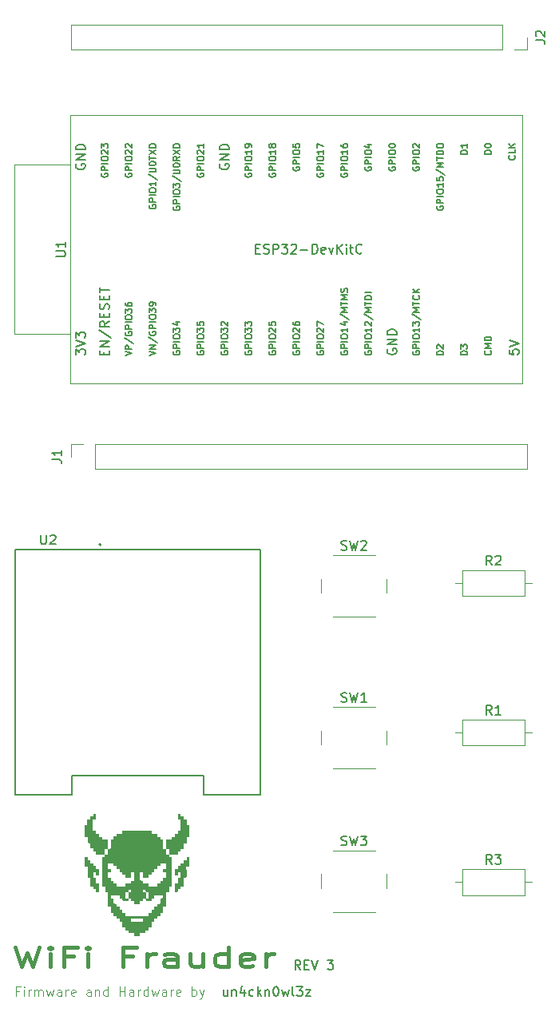
<source format=gbr>
%TF.GenerationSoftware,KiCad,Pcbnew,9.0.2*%
%TF.CreationDate,2025-06-18T14:23:29+07:00*%
%TF.ProjectId,WiFi_Frauder_DEV,57694669-5f46-4726-9175-6465725f4445,3*%
%TF.SameCoordinates,Original*%
%TF.FileFunction,Legend,Top*%
%TF.FilePolarity,Positive*%
%FSLAX46Y46*%
G04 Gerber Fmt 4.6, Leading zero omitted, Abs format (unit mm)*
G04 Created by KiCad (PCBNEW 9.0.2) date 2025-06-18 14:23:29*
%MOMM*%
%LPD*%
G01*
G04 APERTURE LIST*
%ADD10C,0.400000*%
%ADD11C,0.200000*%
%ADD12C,0.100000*%
%ADD13C,0.150000*%
%ADD14C,0.120000*%
%ADD15C,0.000000*%
%ADD16C,0.127000*%
G04 APERTURE END LIST*
D10*
X121041728Y-138404438D02*
X121756014Y-140404438D01*
X121756014Y-140404438D02*
X122327442Y-138975866D01*
X122327442Y-138975866D02*
X122898871Y-140404438D01*
X122898871Y-140404438D02*
X123613157Y-138404438D01*
X124756013Y-140404438D02*
X124756013Y-139071104D01*
X124756013Y-138404438D02*
X124613156Y-138499676D01*
X124613156Y-138499676D02*
X124756013Y-138594914D01*
X124756013Y-138594914D02*
X124898870Y-138499676D01*
X124898870Y-138499676D02*
X124756013Y-138404438D01*
X124756013Y-138404438D02*
X124756013Y-138594914D01*
X127184584Y-139356819D02*
X126184584Y-139356819D01*
X126184584Y-140404438D02*
X126184584Y-138404438D01*
X126184584Y-138404438D02*
X127613156Y-138404438D01*
X128756013Y-140404438D02*
X128756013Y-139071104D01*
X128756013Y-138404438D02*
X128613156Y-138499676D01*
X128613156Y-138499676D02*
X128756013Y-138594914D01*
X128756013Y-138594914D02*
X128898870Y-138499676D01*
X128898870Y-138499676D02*
X128756013Y-138404438D01*
X128756013Y-138404438D02*
X128756013Y-138594914D01*
X133470298Y-139356819D02*
X132470298Y-139356819D01*
X132470298Y-140404438D02*
X132470298Y-138404438D01*
X132470298Y-138404438D02*
X133898870Y-138404438D01*
X135041727Y-140404438D02*
X135041727Y-139071104D01*
X135041727Y-139452057D02*
X135184584Y-139261580D01*
X135184584Y-139261580D02*
X135327442Y-139166342D01*
X135327442Y-139166342D02*
X135613156Y-139071104D01*
X135613156Y-139071104D02*
X135898870Y-139071104D01*
X138184585Y-140404438D02*
X138184585Y-139356819D01*
X138184585Y-139356819D02*
X138041727Y-139166342D01*
X138041727Y-139166342D02*
X137756013Y-139071104D01*
X137756013Y-139071104D02*
X137184585Y-139071104D01*
X137184585Y-139071104D02*
X136898870Y-139166342D01*
X138184585Y-140309200D02*
X137898870Y-140404438D01*
X137898870Y-140404438D02*
X137184585Y-140404438D01*
X137184585Y-140404438D02*
X136898870Y-140309200D01*
X136898870Y-140309200D02*
X136756013Y-140118723D01*
X136756013Y-140118723D02*
X136756013Y-139928247D01*
X136756013Y-139928247D02*
X136898870Y-139737771D01*
X136898870Y-139737771D02*
X137184585Y-139642533D01*
X137184585Y-139642533D02*
X137898870Y-139642533D01*
X137898870Y-139642533D02*
X138184585Y-139547295D01*
X140898871Y-139071104D02*
X140898871Y-140404438D01*
X139613156Y-139071104D02*
X139613156Y-140118723D01*
X139613156Y-140118723D02*
X139756013Y-140309200D01*
X139756013Y-140309200D02*
X140041728Y-140404438D01*
X140041728Y-140404438D02*
X140470299Y-140404438D01*
X140470299Y-140404438D02*
X140756013Y-140309200D01*
X140756013Y-140309200D02*
X140898871Y-140213961D01*
X143613157Y-140404438D02*
X143613157Y-138404438D01*
X143613157Y-140309200D02*
X143327442Y-140404438D01*
X143327442Y-140404438D02*
X142756014Y-140404438D01*
X142756014Y-140404438D02*
X142470299Y-140309200D01*
X142470299Y-140309200D02*
X142327442Y-140213961D01*
X142327442Y-140213961D02*
X142184585Y-140023485D01*
X142184585Y-140023485D02*
X142184585Y-139452057D01*
X142184585Y-139452057D02*
X142327442Y-139261580D01*
X142327442Y-139261580D02*
X142470299Y-139166342D01*
X142470299Y-139166342D02*
X142756014Y-139071104D01*
X142756014Y-139071104D02*
X143327442Y-139071104D01*
X143327442Y-139071104D02*
X143613157Y-139166342D01*
X146184585Y-140309200D02*
X145898871Y-140404438D01*
X145898871Y-140404438D02*
X145327443Y-140404438D01*
X145327443Y-140404438D02*
X145041728Y-140309200D01*
X145041728Y-140309200D02*
X144898871Y-140118723D01*
X144898871Y-140118723D02*
X144898871Y-139356819D01*
X144898871Y-139356819D02*
X145041728Y-139166342D01*
X145041728Y-139166342D02*
X145327443Y-139071104D01*
X145327443Y-139071104D02*
X145898871Y-139071104D01*
X145898871Y-139071104D02*
X146184585Y-139166342D01*
X146184585Y-139166342D02*
X146327443Y-139356819D01*
X146327443Y-139356819D02*
X146327443Y-139547295D01*
X146327443Y-139547295D02*
X144898871Y-139737771D01*
X147613157Y-140404438D02*
X147613157Y-139071104D01*
X147613157Y-139452057D02*
X147756014Y-139261580D01*
X147756014Y-139261580D02*
X147898872Y-139166342D01*
X147898872Y-139166342D02*
X148184586Y-139071104D01*
X148184586Y-139071104D02*
X148470300Y-139071104D01*
D11*
X143548244Y-142870552D02*
X143548244Y-143537219D01*
X143119673Y-142870552D02*
X143119673Y-143394361D01*
X143119673Y-143394361D02*
X143167292Y-143489600D01*
X143167292Y-143489600D02*
X143262530Y-143537219D01*
X143262530Y-143537219D02*
X143405387Y-143537219D01*
X143405387Y-143537219D02*
X143500625Y-143489600D01*
X143500625Y-143489600D02*
X143548244Y-143441980D01*
X144024435Y-142870552D02*
X144024435Y-143537219D01*
X144024435Y-142965790D02*
X144072054Y-142918171D01*
X144072054Y-142918171D02*
X144167292Y-142870552D01*
X144167292Y-142870552D02*
X144310149Y-142870552D01*
X144310149Y-142870552D02*
X144405387Y-142918171D01*
X144405387Y-142918171D02*
X144453006Y-143013409D01*
X144453006Y-143013409D02*
X144453006Y-143537219D01*
X145357768Y-142870552D02*
X145357768Y-143537219D01*
X145119673Y-142489600D02*
X144881578Y-143203885D01*
X144881578Y-143203885D02*
X145500625Y-143203885D01*
X146310149Y-143489600D02*
X146214911Y-143537219D01*
X146214911Y-143537219D02*
X146024435Y-143537219D01*
X146024435Y-143537219D02*
X145929197Y-143489600D01*
X145929197Y-143489600D02*
X145881578Y-143441980D01*
X145881578Y-143441980D02*
X145833959Y-143346742D01*
X145833959Y-143346742D02*
X145833959Y-143061028D01*
X145833959Y-143061028D02*
X145881578Y-142965790D01*
X145881578Y-142965790D02*
X145929197Y-142918171D01*
X145929197Y-142918171D02*
X146024435Y-142870552D01*
X146024435Y-142870552D02*
X146214911Y-142870552D01*
X146214911Y-142870552D02*
X146310149Y-142918171D01*
X146738721Y-143537219D02*
X146738721Y-142537219D01*
X146833959Y-143156266D02*
X147119673Y-143537219D01*
X147119673Y-142870552D02*
X146738721Y-143251504D01*
X147548245Y-142870552D02*
X147548245Y-143537219D01*
X147548245Y-142965790D02*
X147595864Y-142918171D01*
X147595864Y-142918171D02*
X147691102Y-142870552D01*
X147691102Y-142870552D02*
X147833959Y-142870552D01*
X147833959Y-142870552D02*
X147929197Y-142918171D01*
X147929197Y-142918171D02*
X147976816Y-143013409D01*
X147976816Y-143013409D02*
X147976816Y-143537219D01*
X148643483Y-142537219D02*
X148738721Y-142537219D01*
X148738721Y-142537219D02*
X148833959Y-142584838D01*
X148833959Y-142584838D02*
X148881578Y-142632457D01*
X148881578Y-142632457D02*
X148929197Y-142727695D01*
X148929197Y-142727695D02*
X148976816Y-142918171D01*
X148976816Y-142918171D02*
X148976816Y-143156266D01*
X148976816Y-143156266D02*
X148929197Y-143346742D01*
X148929197Y-143346742D02*
X148881578Y-143441980D01*
X148881578Y-143441980D02*
X148833959Y-143489600D01*
X148833959Y-143489600D02*
X148738721Y-143537219D01*
X148738721Y-143537219D02*
X148643483Y-143537219D01*
X148643483Y-143537219D02*
X148548245Y-143489600D01*
X148548245Y-143489600D02*
X148500626Y-143441980D01*
X148500626Y-143441980D02*
X148453007Y-143346742D01*
X148453007Y-143346742D02*
X148405388Y-143156266D01*
X148405388Y-143156266D02*
X148405388Y-142918171D01*
X148405388Y-142918171D02*
X148453007Y-142727695D01*
X148453007Y-142727695D02*
X148500626Y-142632457D01*
X148500626Y-142632457D02*
X148548245Y-142584838D01*
X148548245Y-142584838D02*
X148643483Y-142537219D01*
X149310150Y-142870552D02*
X149500626Y-143537219D01*
X149500626Y-143537219D02*
X149691102Y-143061028D01*
X149691102Y-143061028D02*
X149881578Y-143537219D01*
X149881578Y-143537219D02*
X150072054Y-142870552D01*
X150595864Y-143537219D02*
X150500626Y-143489600D01*
X150500626Y-143489600D02*
X150453007Y-143394361D01*
X150453007Y-143394361D02*
X150453007Y-142537219D01*
X150881579Y-142537219D02*
X151500626Y-142537219D01*
X151500626Y-142537219D02*
X151167293Y-142918171D01*
X151167293Y-142918171D02*
X151310150Y-142918171D01*
X151310150Y-142918171D02*
X151405388Y-142965790D01*
X151405388Y-142965790D02*
X151453007Y-143013409D01*
X151453007Y-143013409D02*
X151500626Y-143108647D01*
X151500626Y-143108647D02*
X151500626Y-143346742D01*
X151500626Y-143346742D02*
X151453007Y-143441980D01*
X151453007Y-143441980D02*
X151405388Y-143489600D01*
X151405388Y-143489600D02*
X151310150Y-143537219D01*
X151310150Y-143537219D02*
X151024436Y-143537219D01*
X151024436Y-143537219D02*
X150929198Y-143489600D01*
X150929198Y-143489600D02*
X150881579Y-143441980D01*
X151833960Y-142870552D02*
X152357769Y-142870552D01*
X152357769Y-142870552D02*
X151833960Y-143537219D01*
X151833960Y-143537219D02*
X152357769Y-143537219D01*
X151291101Y-140737219D02*
X150957768Y-140261028D01*
X150719673Y-140737219D02*
X150719673Y-139737219D01*
X150719673Y-139737219D02*
X151100625Y-139737219D01*
X151100625Y-139737219D02*
X151195863Y-139784838D01*
X151195863Y-139784838D02*
X151243482Y-139832457D01*
X151243482Y-139832457D02*
X151291101Y-139927695D01*
X151291101Y-139927695D02*
X151291101Y-140070552D01*
X151291101Y-140070552D02*
X151243482Y-140165790D01*
X151243482Y-140165790D02*
X151195863Y-140213409D01*
X151195863Y-140213409D02*
X151100625Y-140261028D01*
X151100625Y-140261028D02*
X150719673Y-140261028D01*
X151719673Y-140213409D02*
X152053006Y-140213409D01*
X152195863Y-140737219D02*
X151719673Y-140737219D01*
X151719673Y-140737219D02*
X151719673Y-139737219D01*
X151719673Y-139737219D02*
X152195863Y-139737219D01*
X152481578Y-139737219D02*
X152814911Y-140737219D01*
X152814911Y-140737219D02*
X153148244Y-139737219D01*
X154148245Y-139737219D02*
X154767292Y-139737219D01*
X154767292Y-139737219D02*
X154433959Y-140118171D01*
X154433959Y-140118171D02*
X154576816Y-140118171D01*
X154576816Y-140118171D02*
X154672054Y-140165790D01*
X154672054Y-140165790D02*
X154719673Y-140213409D01*
X154719673Y-140213409D02*
X154767292Y-140308647D01*
X154767292Y-140308647D02*
X154767292Y-140546742D01*
X154767292Y-140546742D02*
X154719673Y-140641980D01*
X154719673Y-140641980D02*
X154672054Y-140689600D01*
X154672054Y-140689600D02*
X154576816Y-140737219D01*
X154576816Y-140737219D02*
X154291102Y-140737219D01*
X154291102Y-140737219D02*
X154195864Y-140689600D01*
X154195864Y-140689600D02*
X154148245Y-140641980D01*
D12*
X121487217Y-143018609D02*
X121153884Y-143018609D01*
X121153884Y-143542419D02*
X121153884Y-142542419D01*
X121153884Y-142542419D02*
X121630074Y-142542419D01*
X122011027Y-143542419D02*
X122011027Y-142875752D01*
X122011027Y-142542419D02*
X121963408Y-142590038D01*
X121963408Y-142590038D02*
X122011027Y-142637657D01*
X122011027Y-142637657D02*
X122058646Y-142590038D01*
X122058646Y-142590038D02*
X122011027Y-142542419D01*
X122011027Y-142542419D02*
X122011027Y-142637657D01*
X122487217Y-143542419D02*
X122487217Y-142875752D01*
X122487217Y-143066228D02*
X122534836Y-142970990D01*
X122534836Y-142970990D02*
X122582455Y-142923371D01*
X122582455Y-142923371D02*
X122677693Y-142875752D01*
X122677693Y-142875752D02*
X122772931Y-142875752D01*
X123106265Y-143542419D02*
X123106265Y-142875752D01*
X123106265Y-142970990D02*
X123153884Y-142923371D01*
X123153884Y-142923371D02*
X123249122Y-142875752D01*
X123249122Y-142875752D02*
X123391979Y-142875752D01*
X123391979Y-142875752D02*
X123487217Y-142923371D01*
X123487217Y-142923371D02*
X123534836Y-143018609D01*
X123534836Y-143018609D02*
X123534836Y-143542419D01*
X123534836Y-143018609D02*
X123582455Y-142923371D01*
X123582455Y-142923371D02*
X123677693Y-142875752D01*
X123677693Y-142875752D02*
X123820550Y-142875752D01*
X123820550Y-142875752D02*
X123915789Y-142923371D01*
X123915789Y-142923371D02*
X123963408Y-143018609D01*
X123963408Y-143018609D02*
X123963408Y-143542419D01*
X124344360Y-142875752D02*
X124534836Y-143542419D01*
X124534836Y-143542419D02*
X124725312Y-143066228D01*
X124725312Y-143066228D02*
X124915788Y-143542419D01*
X124915788Y-143542419D02*
X125106264Y-142875752D01*
X125915788Y-143542419D02*
X125915788Y-143018609D01*
X125915788Y-143018609D02*
X125868169Y-142923371D01*
X125868169Y-142923371D02*
X125772931Y-142875752D01*
X125772931Y-142875752D02*
X125582455Y-142875752D01*
X125582455Y-142875752D02*
X125487217Y-142923371D01*
X125915788Y-143494800D02*
X125820550Y-143542419D01*
X125820550Y-143542419D02*
X125582455Y-143542419D01*
X125582455Y-143542419D02*
X125487217Y-143494800D01*
X125487217Y-143494800D02*
X125439598Y-143399561D01*
X125439598Y-143399561D02*
X125439598Y-143304323D01*
X125439598Y-143304323D02*
X125487217Y-143209085D01*
X125487217Y-143209085D02*
X125582455Y-143161466D01*
X125582455Y-143161466D02*
X125820550Y-143161466D01*
X125820550Y-143161466D02*
X125915788Y-143113847D01*
X126391979Y-143542419D02*
X126391979Y-142875752D01*
X126391979Y-143066228D02*
X126439598Y-142970990D01*
X126439598Y-142970990D02*
X126487217Y-142923371D01*
X126487217Y-142923371D02*
X126582455Y-142875752D01*
X126582455Y-142875752D02*
X126677693Y-142875752D01*
X127391979Y-143494800D02*
X127296741Y-143542419D01*
X127296741Y-143542419D02*
X127106265Y-143542419D01*
X127106265Y-143542419D02*
X127011027Y-143494800D01*
X127011027Y-143494800D02*
X126963408Y-143399561D01*
X126963408Y-143399561D02*
X126963408Y-143018609D01*
X126963408Y-143018609D02*
X127011027Y-142923371D01*
X127011027Y-142923371D02*
X127106265Y-142875752D01*
X127106265Y-142875752D02*
X127296741Y-142875752D01*
X127296741Y-142875752D02*
X127391979Y-142923371D01*
X127391979Y-142923371D02*
X127439598Y-143018609D01*
X127439598Y-143018609D02*
X127439598Y-143113847D01*
X127439598Y-143113847D02*
X126963408Y-143209085D01*
X129058646Y-143542419D02*
X129058646Y-143018609D01*
X129058646Y-143018609D02*
X129011027Y-142923371D01*
X129011027Y-142923371D02*
X128915789Y-142875752D01*
X128915789Y-142875752D02*
X128725313Y-142875752D01*
X128725313Y-142875752D02*
X128630075Y-142923371D01*
X129058646Y-143494800D02*
X128963408Y-143542419D01*
X128963408Y-143542419D02*
X128725313Y-143542419D01*
X128725313Y-143542419D02*
X128630075Y-143494800D01*
X128630075Y-143494800D02*
X128582456Y-143399561D01*
X128582456Y-143399561D02*
X128582456Y-143304323D01*
X128582456Y-143304323D02*
X128630075Y-143209085D01*
X128630075Y-143209085D02*
X128725313Y-143161466D01*
X128725313Y-143161466D02*
X128963408Y-143161466D01*
X128963408Y-143161466D02*
X129058646Y-143113847D01*
X129534837Y-142875752D02*
X129534837Y-143542419D01*
X129534837Y-142970990D02*
X129582456Y-142923371D01*
X129582456Y-142923371D02*
X129677694Y-142875752D01*
X129677694Y-142875752D02*
X129820551Y-142875752D01*
X129820551Y-142875752D02*
X129915789Y-142923371D01*
X129915789Y-142923371D02*
X129963408Y-143018609D01*
X129963408Y-143018609D02*
X129963408Y-143542419D01*
X130868170Y-143542419D02*
X130868170Y-142542419D01*
X130868170Y-143494800D02*
X130772932Y-143542419D01*
X130772932Y-143542419D02*
X130582456Y-143542419D01*
X130582456Y-143542419D02*
X130487218Y-143494800D01*
X130487218Y-143494800D02*
X130439599Y-143447180D01*
X130439599Y-143447180D02*
X130391980Y-143351942D01*
X130391980Y-143351942D02*
X130391980Y-143066228D01*
X130391980Y-143066228D02*
X130439599Y-142970990D01*
X130439599Y-142970990D02*
X130487218Y-142923371D01*
X130487218Y-142923371D02*
X130582456Y-142875752D01*
X130582456Y-142875752D02*
X130772932Y-142875752D01*
X130772932Y-142875752D02*
X130868170Y-142923371D01*
X132106266Y-143542419D02*
X132106266Y-142542419D01*
X132106266Y-143018609D02*
X132677694Y-143018609D01*
X132677694Y-143542419D02*
X132677694Y-142542419D01*
X133582456Y-143542419D02*
X133582456Y-143018609D01*
X133582456Y-143018609D02*
X133534837Y-142923371D01*
X133534837Y-142923371D02*
X133439599Y-142875752D01*
X133439599Y-142875752D02*
X133249123Y-142875752D01*
X133249123Y-142875752D02*
X133153885Y-142923371D01*
X133582456Y-143494800D02*
X133487218Y-143542419D01*
X133487218Y-143542419D02*
X133249123Y-143542419D01*
X133249123Y-143542419D02*
X133153885Y-143494800D01*
X133153885Y-143494800D02*
X133106266Y-143399561D01*
X133106266Y-143399561D02*
X133106266Y-143304323D01*
X133106266Y-143304323D02*
X133153885Y-143209085D01*
X133153885Y-143209085D02*
X133249123Y-143161466D01*
X133249123Y-143161466D02*
X133487218Y-143161466D01*
X133487218Y-143161466D02*
X133582456Y-143113847D01*
X134058647Y-143542419D02*
X134058647Y-142875752D01*
X134058647Y-143066228D02*
X134106266Y-142970990D01*
X134106266Y-142970990D02*
X134153885Y-142923371D01*
X134153885Y-142923371D02*
X134249123Y-142875752D01*
X134249123Y-142875752D02*
X134344361Y-142875752D01*
X135106266Y-143542419D02*
X135106266Y-142542419D01*
X135106266Y-143494800D02*
X135011028Y-143542419D01*
X135011028Y-143542419D02*
X134820552Y-143542419D01*
X134820552Y-143542419D02*
X134725314Y-143494800D01*
X134725314Y-143494800D02*
X134677695Y-143447180D01*
X134677695Y-143447180D02*
X134630076Y-143351942D01*
X134630076Y-143351942D02*
X134630076Y-143066228D01*
X134630076Y-143066228D02*
X134677695Y-142970990D01*
X134677695Y-142970990D02*
X134725314Y-142923371D01*
X134725314Y-142923371D02*
X134820552Y-142875752D01*
X134820552Y-142875752D02*
X135011028Y-142875752D01*
X135011028Y-142875752D02*
X135106266Y-142923371D01*
X135487219Y-142875752D02*
X135677695Y-143542419D01*
X135677695Y-143542419D02*
X135868171Y-143066228D01*
X135868171Y-143066228D02*
X136058647Y-143542419D01*
X136058647Y-143542419D02*
X136249123Y-142875752D01*
X137058647Y-143542419D02*
X137058647Y-143018609D01*
X137058647Y-143018609D02*
X137011028Y-142923371D01*
X137011028Y-142923371D02*
X136915790Y-142875752D01*
X136915790Y-142875752D02*
X136725314Y-142875752D01*
X136725314Y-142875752D02*
X136630076Y-142923371D01*
X137058647Y-143494800D02*
X136963409Y-143542419D01*
X136963409Y-143542419D02*
X136725314Y-143542419D01*
X136725314Y-143542419D02*
X136630076Y-143494800D01*
X136630076Y-143494800D02*
X136582457Y-143399561D01*
X136582457Y-143399561D02*
X136582457Y-143304323D01*
X136582457Y-143304323D02*
X136630076Y-143209085D01*
X136630076Y-143209085D02*
X136725314Y-143161466D01*
X136725314Y-143161466D02*
X136963409Y-143161466D01*
X136963409Y-143161466D02*
X137058647Y-143113847D01*
X137534838Y-143542419D02*
X137534838Y-142875752D01*
X137534838Y-143066228D02*
X137582457Y-142970990D01*
X137582457Y-142970990D02*
X137630076Y-142923371D01*
X137630076Y-142923371D02*
X137725314Y-142875752D01*
X137725314Y-142875752D02*
X137820552Y-142875752D01*
X138534838Y-143494800D02*
X138439600Y-143542419D01*
X138439600Y-143542419D02*
X138249124Y-143542419D01*
X138249124Y-143542419D02*
X138153886Y-143494800D01*
X138153886Y-143494800D02*
X138106267Y-143399561D01*
X138106267Y-143399561D02*
X138106267Y-143018609D01*
X138106267Y-143018609D02*
X138153886Y-142923371D01*
X138153886Y-142923371D02*
X138249124Y-142875752D01*
X138249124Y-142875752D02*
X138439600Y-142875752D01*
X138439600Y-142875752D02*
X138534838Y-142923371D01*
X138534838Y-142923371D02*
X138582457Y-143018609D01*
X138582457Y-143018609D02*
X138582457Y-143113847D01*
X138582457Y-143113847D02*
X138106267Y-143209085D01*
X139772934Y-143542419D02*
X139772934Y-142542419D01*
X139772934Y-142923371D02*
X139868172Y-142875752D01*
X139868172Y-142875752D02*
X140058648Y-142875752D01*
X140058648Y-142875752D02*
X140153886Y-142923371D01*
X140153886Y-142923371D02*
X140201505Y-142970990D01*
X140201505Y-142970990D02*
X140249124Y-143066228D01*
X140249124Y-143066228D02*
X140249124Y-143351942D01*
X140249124Y-143351942D02*
X140201505Y-143447180D01*
X140201505Y-143447180D02*
X140153886Y-143494800D01*
X140153886Y-143494800D02*
X140058648Y-143542419D01*
X140058648Y-143542419D02*
X139868172Y-143542419D01*
X139868172Y-143542419D02*
X139772934Y-143494800D01*
X140582458Y-142875752D02*
X140820553Y-143542419D01*
X141058648Y-142875752D02*
X140820553Y-143542419D01*
X140820553Y-143542419D02*
X140725315Y-143780514D01*
X140725315Y-143780514D02*
X140677696Y-143828133D01*
X140677696Y-143828133D02*
X140582458Y-143875752D01*
D13*
X155616667Y-96227200D02*
X155759524Y-96274819D01*
X155759524Y-96274819D02*
X155997619Y-96274819D01*
X155997619Y-96274819D02*
X156092857Y-96227200D01*
X156092857Y-96227200D02*
X156140476Y-96179580D01*
X156140476Y-96179580D02*
X156188095Y-96084342D01*
X156188095Y-96084342D02*
X156188095Y-95989104D01*
X156188095Y-95989104D02*
X156140476Y-95893866D01*
X156140476Y-95893866D02*
X156092857Y-95846247D01*
X156092857Y-95846247D02*
X155997619Y-95798628D01*
X155997619Y-95798628D02*
X155807143Y-95751009D01*
X155807143Y-95751009D02*
X155711905Y-95703390D01*
X155711905Y-95703390D02*
X155664286Y-95655771D01*
X155664286Y-95655771D02*
X155616667Y-95560533D01*
X155616667Y-95560533D02*
X155616667Y-95465295D01*
X155616667Y-95465295D02*
X155664286Y-95370057D01*
X155664286Y-95370057D02*
X155711905Y-95322438D01*
X155711905Y-95322438D02*
X155807143Y-95274819D01*
X155807143Y-95274819D02*
X156045238Y-95274819D01*
X156045238Y-95274819D02*
X156188095Y-95322438D01*
X156521429Y-95274819D02*
X156759524Y-96274819D01*
X156759524Y-96274819D02*
X156950000Y-95560533D01*
X156950000Y-95560533D02*
X157140476Y-96274819D01*
X157140476Y-96274819D02*
X157378572Y-95274819D01*
X157711905Y-95370057D02*
X157759524Y-95322438D01*
X157759524Y-95322438D02*
X157854762Y-95274819D01*
X157854762Y-95274819D02*
X158092857Y-95274819D01*
X158092857Y-95274819D02*
X158188095Y-95322438D01*
X158188095Y-95322438D02*
X158235714Y-95370057D01*
X158235714Y-95370057D02*
X158283333Y-95465295D01*
X158283333Y-95465295D02*
X158283333Y-95560533D01*
X158283333Y-95560533D02*
X158235714Y-95703390D01*
X158235714Y-95703390D02*
X157664286Y-96274819D01*
X157664286Y-96274819D02*
X158283333Y-96274819D01*
X171583333Y-97854819D02*
X171250000Y-97378628D01*
X171011905Y-97854819D02*
X171011905Y-96854819D01*
X171011905Y-96854819D02*
X171392857Y-96854819D01*
X171392857Y-96854819D02*
X171488095Y-96902438D01*
X171488095Y-96902438D02*
X171535714Y-96950057D01*
X171535714Y-96950057D02*
X171583333Y-97045295D01*
X171583333Y-97045295D02*
X171583333Y-97188152D01*
X171583333Y-97188152D02*
X171535714Y-97283390D01*
X171535714Y-97283390D02*
X171488095Y-97331009D01*
X171488095Y-97331009D02*
X171392857Y-97378628D01*
X171392857Y-97378628D02*
X171011905Y-97378628D01*
X171964286Y-96950057D02*
X172011905Y-96902438D01*
X172011905Y-96902438D02*
X172107143Y-96854819D01*
X172107143Y-96854819D02*
X172345238Y-96854819D01*
X172345238Y-96854819D02*
X172440476Y-96902438D01*
X172440476Y-96902438D02*
X172488095Y-96950057D01*
X172488095Y-96950057D02*
X172535714Y-97045295D01*
X172535714Y-97045295D02*
X172535714Y-97140533D01*
X172535714Y-97140533D02*
X172488095Y-97283390D01*
X172488095Y-97283390D02*
X171916667Y-97854819D01*
X171916667Y-97854819D02*
X172535714Y-97854819D01*
X124954819Y-86693333D02*
X125669104Y-86693333D01*
X125669104Y-86693333D02*
X125811961Y-86740952D01*
X125811961Y-86740952D02*
X125907200Y-86836190D01*
X125907200Y-86836190D02*
X125954819Y-86979047D01*
X125954819Y-86979047D02*
X125954819Y-87074285D01*
X125954819Y-85693333D02*
X125954819Y-86264761D01*
X125954819Y-85979047D02*
X124954819Y-85979047D01*
X124954819Y-85979047D02*
X125097676Y-86074285D01*
X125097676Y-86074285D02*
X125192914Y-86169523D01*
X125192914Y-86169523D02*
X125240533Y-86264761D01*
X171583333Y-129554819D02*
X171250000Y-129078628D01*
X171011905Y-129554819D02*
X171011905Y-128554819D01*
X171011905Y-128554819D02*
X171392857Y-128554819D01*
X171392857Y-128554819D02*
X171488095Y-128602438D01*
X171488095Y-128602438D02*
X171535714Y-128650057D01*
X171535714Y-128650057D02*
X171583333Y-128745295D01*
X171583333Y-128745295D02*
X171583333Y-128888152D01*
X171583333Y-128888152D02*
X171535714Y-128983390D01*
X171535714Y-128983390D02*
X171488095Y-129031009D01*
X171488095Y-129031009D02*
X171392857Y-129078628D01*
X171392857Y-129078628D02*
X171011905Y-129078628D01*
X171916667Y-128554819D02*
X172535714Y-128554819D01*
X172535714Y-128554819D02*
X172202381Y-128935771D01*
X172202381Y-128935771D02*
X172345238Y-128935771D01*
X172345238Y-128935771D02*
X172440476Y-128983390D01*
X172440476Y-128983390D02*
X172488095Y-129031009D01*
X172488095Y-129031009D02*
X172535714Y-129126247D01*
X172535714Y-129126247D02*
X172535714Y-129364342D01*
X172535714Y-129364342D02*
X172488095Y-129459580D01*
X172488095Y-129459580D02*
X172440476Y-129507200D01*
X172440476Y-129507200D02*
X172345238Y-129554819D01*
X172345238Y-129554819D02*
X172059524Y-129554819D01*
X172059524Y-129554819D02*
X171964286Y-129507200D01*
X171964286Y-129507200D02*
X171916667Y-129459580D01*
X123763095Y-94667319D02*
X123763095Y-95476842D01*
X123763095Y-95476842D02*
X123810714Y-95572080D01*
X123810714Y-95572080D02*
X123858333Y-95619700D01*
X123858333Y-95619700D02*
X123953571Y-95667319D01*
X123953571Y-95667319D02*
X124144047Y-95667319D01*
X124144047Y-95667319D02*
X124239285Y-95619700D01*
X124239285Y-95619700D02*
X124286904Y-95572080D01*
X124286904Y-95572080D02*
X124334523Y-95476842D01*
X124334523Y-95476842D02*
X124334523Y-94667319D01*
X124763095Y-94762557D02*
X124810714Y-94714938D01*
X124810714Y-94714938D02*
X124905952Y-94667319D01*
X124905952Y-94667319D02*
X125144047Y-94667319D01*
X125144047Y-94667319D02*
X125239285Y-94714938D01*
X125239285Y-94714938D02*
X125286904Y-94762557D01*
X125286904Y-94762557D02*
X125334523Y-94857795D01*
X125334523Y-94857795D02*
X125334523Y-94953033D01*
X125334523Y-94953033D02*
X125286904Y-95095890D01*
X125286904Y-95095890D02*
X124715476Y-95667319D01*
X124715476Y-95667319D02*
X125334523Y-95667319D01*
X155616667Y-112327200D02*
X155759524Y-112374819D01*
X155759524Y-112374819D02*
X155997619Y-112374819D01*
X155997619Y-112374819D02*
X156092857Y-112327200D01*
X156092857Y-112327200D02*
X156140476Y-112279580D01*
X156140476Y-112279580D02*
X156188095Y-112184342D01*
X156188095Y-112184342D02*
X156188095Y-112089104D01*
X156188095Y-112089104D02*
X156140476Y-111993866D01*
X156140476Y-111993866D02*
X156092857Y-111946247D01*
X156092857Y-111946247D02*
X155997619Y-111898628D01*
X155997619Y-111898628D02*
X155807143Y-111851009D01*
X155807143Y-111851009D02*
X155711905Y-111803390D01*
X155711905Y-111803390D02*
X155664286Y-111755771D01*
X155664286Y-111755771D02*
X155616667Y-111660533D01*
X155616667Y-111660533D02*
X155616667Y-111565295D01*
X155616667Y-111565295D02*
X155664286Y-111470057D01*
X155664286Y-111470057D02*
X155711905Y-111422438D01*
X155711905Y-111422438D02*
X155807143Y-111374819D01*
X155807143Y-111374819D02*
X156045238Y-111374819D01*
X156045238Y-111374819D02*
X156188095Y-111422438D01*
X156521429Y-111374819D02*
X156759524Y-112374819D01*
X156759524Y-112374819D02*
X156950000Y-111660533D01*
X156950000Y-111660533D02*
X157140476Y-112374819D01*
X157140476Y-112374819D02*
X157378572Y-111374819D01*
X158283333Y-112374819D02*
X157711905Y-112374819D01*
X157997619Y-112374819D02*
X157997619Y-111374819D01*
X157997619Y-111374819D02*
X157902381Y-111517676D01*
X157902381Y-111517676D02*
X157807143Y-111612914D01*
X157807143Y-111612914D02*
X157711905Y-111660533D01*
X155616667Y-127527200D02*
X155759524Y-127574819D01*
X155759524Y-127574819D02*
X155997619Y-127574819D01*
X155997619Y-127574819D02*
X156092857Y-127527200D01*
X156092857Y-127527200D02*
X156140476Y-127479580D01*
X156140476Y-127479580D02*
X156188095Y-127384342D01*
X156188095Y-127384342D02*
X156188095Y-127289104D01*
X156188095Y-127289104D02*
X156140476Y-127193866D01*
X156140476Y-127193866D02*
X156092857Y-127146247D01*
X156092857Y-127146247D02*
X155997619Y-127098628D01*
X155997619Y-127098628D02*
X155807143Y-127051009D01*
X155807143Y-127051009D02*
X155711905Y-127003390D01*
X155711905Y-127003390D02*
X155664286Y-126955771D01*
X155664286Y-126955771D02*
X155616667Y-126860533D01*
X155616667Y-126860533D02*
X155616667Y-126765295D01*
X155616667Y-126765295D02*
X155664286Y-126670057D01*
X155664286Y-126670057D02*
X155711905Y-126622438D01*
X155711905Y-126622438D02*
X155807143Y-126574819D01*
X155807143Y-126574819D02*
X156045238Y-126574819D01*
X156045238Y-126574819D02*
X156188095Y-126622438D01*
X156521429Y-126574819D02*
X156759524Y-127574819D01*
X156759524Y-127574819D02*
X156950000Y-126860533D01*
X156950000Y-126860533D02*
X157140476Y-127574819D01*
X157140476Y-127574819D02*
X157378572Y-126574819D01*
X157664286Y-126574819D02*
X158283333Y-126574819D01*
X158283333Y-126574819D02*
X157950000Y-126955771D01*
X157950000Y-126955771D02*
X158092857Y-126955771D01*
X158092857Y-126955771D02*
X158188095Y-127003390D01*
X158188095Y-127003390D02*
X158235714Y-127051009D01*
X158235714Y-127051009D02*
X158283333Y-127146247D01*
X158283333Y-127146247D02*
X158283333Y-127384342D01*
X158283333Y-127384342D02*
X158235714Y-127479580D01*
X158235714Y-127479580D02*
X158188095Y-127527200D01*
X158188095Y-127527200D02*
X158092857Y-127574819D01*
X158092857Y-127574819D02*
X157807143Y-127574819D01*
X157807143Y-127574819D02*
X157711905Y-127527200D01*
X157711905Y-127527200D02*
X157664286Y-127479580D01*
X125360129Y-65161904D02*
X126169652Y-65161904D01*
X126169652Y-65161904D02*
X126264890Y-65114285D01*
X126264890Y-65114285D02*
X126312510Y-65066666D01*
X126312510Y-65066666D02*
X126360129Y-64971428D01*
X126360129Y-64971428D02*
X126360129Y-64780952D01*
X126360129Y-64780952D02*
X126312510Y-64685714D01*
X126312510Y-64685714D02*
X126264890Y-64638095D01*
X126264890Y-64638095D02*
X126169652Y-64590476D01*
X126169652Y-64590476D02*
X125360129Y-64590476D01*
X126360129Y-63590476D02*
X126360129Y-64161904D01*
X126360129Y-63876190D02*
X125360129Y-63876190D01*
X125360129Y-63876190D02*
X125502986Y-63971428D01*
X125502986Y-63971428D02*
X125598224Y-64066666D01*
X125598224Y-64066666D02*
X125645843Y-64161904D01*
X146540072Y-64331009D02*
X146873405Y-64331009D01*
X147016262Y-64854819D02*
X146540072Y-64854819D01*
X146540072Y-64854819D02*
X146540072Y-63854819D01*
X146540072Y-63854819D02*
X147016262Y-63854819D01*
X147397215Y-64807200D02*
X147540072Y-64854819D01*
X147540072Y-64854819D02*
X147778167Y-64854819D01*
X147778167Y-64854819D02*
X147873405Y-64807200D01*
X147873405Y-64807200D02*
X147921024Y-64759580D01*
X147921024Y-64759580D02*
X147968643Y-64664342D01*
X147968643Y-64664342D02*
X147968643Y-64569104D01*
X147968643Y-64569104D02*
X147921024Y-64473866D01*
X147921024Y-64473866D02*
X147873405Y-64426247D01*
X147873405Y-64426247D02*
X147778167Y-64378628D01*
X147778167Y-64378628D02*
X147587691Y-64331009D01*
X147587691Y-64331009D02*
X147492453Y-64283390D01*
X147492453Y-64283390D02*
X147444834Y-64235771D01*
X147444834Y-64235771D02*
X147397215Y-64140533D01*
X147397215Y-64140533D02*
X147397215Y-64045295D01*
X147397215Y-64045295D02*
X147444834Y-63950057D01*
X147444834Y-63950057D02*
X147492453Y-63902438D01*
X147492453Y-63902438D02*
X147587691Y-63854819D01*
X147587691Y-63854819D02*
X147825786Y-63854819D01*
X147825786Y-63854819D02*
X147968643Y-63902438D01*
X148397215Y-64854819D02*
X148397215Y-63854819D01*
X148397215Y-63854819D02*
X148778167Y-63854819D01*
X148778167Y-63854819D02*
X148873405Y-63902438D01*
X148873405Y-63902438D02*
X148921024Y-63950057D01*
X148921024Y-63950057D02*
X148968643Y-64045295D01*
X148968643Y-64045295D02*
X148968643Y-64188152D01*
X148968643Y-64188152D02*
X148921024Y-64283390D01*
X148921024Y-64283390D02*
X148873405Y-64331009D01*
X148873405Y-64331009D02*
X148778167Y-64378628D01*
X148778167Y-64378628D02*
X148397215Y-64378628D01*
X149301977Y-63854819D02*
X149921024Y-63854819D01*
X149921024Y-63854819D02*
X149587691Y-64235771D01*
X149587691Y-64235771D02*
X149730548Y-64235771D01*
X149730548Y-64235771D02*
X149825786Y-64283390D01*
X149825786Y-64283390D02*
X149873405Y-64331009D01*
X149873405Y-64331009D02*
X149921024Y-64426247D01*
X149921024Y-64426247D02*
X149921024Y-64664342D01*
X149921024Y-64664342D02*
X149873405Y-64759580D01*
X149873405Y-64759580D02*
X149825786Y-64807200D01*
X149825786Y-64807200D02*
X149730548Y-64854819D01*
X149730548Y-64854819D02*
X149444834Y-64854819D01*
X149444834Y-64854819D02*
X149349596Y-64807200D01*
X149349596Y-64807200D02*
X149301977Y-64759580D01*
X150301977Y-63950057D02*
X150349596Y-63902438D01*
X150349596Y-63902438D02*
X150444834Y-63854819D01*
X150444834Y-63854819D02*
X150682929Y-63854819D01*
X150682929Y-63854819D02*
X150778167Y-63902438D01*
X150778167Y-63902438D02*
X150825786Y-63950057D01*
X150825786Y-63950057D02*
X150873405Y-64045295D01*
X150873405Y-64045295D02*
X150873405Y-64140533D01*
X150873405Y-64140533D02*
X150825786Y-64283390D01*
X150825786Y-64283390D02*
X150254358Y-64854819D01*
X150254358Y-64854819D02*
X150873405Y-64854819D01*
X151301977Y-64473866D02*
X152063882Y-64473866D01*
X152540072Y-64854819D02*
X152540072Y-63854819D01*
X152540072Y-63854819D02*
X152778167Y-63854819D01*
X152778167Y-63854819D02*
X152921024Y-63902438D01*
X152921024Y-63902438D02*
X153016262Y-63997676D01*
X153016262Y-63997676D02*
X153063881Y-64092914D01*
X153063881Y-64092914D02*
X153111500Y-64283390D01*
X153111500Y-64283390D02*
X153111500Y-64426247D01*
X153111500Y-64426247D02*
X153063881Y-64616723D01*
X153063881Y-64616723D02*
X153016262Y-64711961D01*
X153016262Y-64711961D02*
X152921024Y-64807200D01*
X152921024Y-64807200D02*
X152778167Y-64854819D01*
X152778167Y-64854819D02*
X152540072Y-64854819D01*
X153921024Y-64807200D02*
X153825786Y-64854819D01*
X153825786Y-64854819D02*
X153635310Y-64854819D01*
X153635310Y-64854819D02*
X153540072Y-64807200D01*
X153540072Y-64807200D02*
X153492453Y-64711961D01*
X153492453Y-64711961D02*
X153492453Y-64331009D01*
X153492453Y-64331009D02*
X153540072Y-64235771D01*
X153540072Y-64235771D02*
X153635310Y-64188152D01*
X153635310Y-64188152D02*
X153825786Y-64188152D01*
X153825786Y-64188152D02*
X153921024Y-64235771D01*
X153921024Y-64235771D02*
X153968643Y-64331009D01*
X153968643Y-64331009D02*
X153968643Y-64426247D01*
X153968643Y-64426247D02*
X153492453Y-64521485D01*
X154301977Y-64188152D02*
X154540072Y-64854819D01*
X154540072Y-64854819D02*
X154778167Y-64188152D01*
X155159120Y-64854819D02*
X155159120Y-63854819D01*
X155730548Y-64854819D02*
X155301977Y-64283390D01*
X155730548Y-63854819D02*
X155159120Y-64426247D01*
X156159120Y-64854819D02*
X156159120Y-64188152D01*
X156159120Y-63854819D02*
X156111501Y-63902438D01*
X156111501Y-63902438D02*
X156159120Y-63950057D01*
X156159120Y-63950057D02*
X156206739Y-63902438D01*
X156206739Y-63902438D02*
X156159120Y-63854819D01*
X156159120Y-63854819D02*
X156159120Y-63950057D01*
X156492453Y-64188152D02*
X156873405Y-64188152D01*
X156635310Y-63854819D02*
X156635310Y-64711961D01*
X156635310Y-64711961D02*
X156682929Y-64807200D01*
X156682929Y-64807200D02*
X156778167Y-64854819D01*
X156778167Y-64854819D02*
X156873405Y-64854819D01*
X157778167Y-64759580D02*
X157730548Y-64807200D01*
X157730548Y-64807200D02*
X157587691Y-64854819D01*
X157587691Y-64854819D02*
X157492453Y-64854819D01*
X157492453Y-64854819D02*
X157349596Y-64807200D01*
X157349596Y-64807200D02*
X157254358Y-64711961D01*
X157254358Y-64711961D02*
X157206739Y-64616723D01*
X157206739Y-64616723D02*
X157159120Y-64426247D01*
X157159120Y-64426247D02*
X157159120Y-64283390D01*
X157159120Y-64283390D02*
X157206739Y-64092914D01*
X157206739Y-64092914D02*
X157254358Y-63997676D01*
X157254358Y-63997676D02*
X157349596Y-63902438D01*
X157349596Y-63902438D02*
X157492453Y-63854819D01*
X157492453Y-63854819D02*
X157587691Y-63854819D01*
X157587691Y-63854819D02*
X157730548Y-63902438D01*
X157730548Y-63902438D02*
X157778167Y-63950057D01*
X135274676Y-59702016D02*
X135241343Y-59768683D01*
X135241343Y-59768683D02*
X135241343Y-59868683D01*
X135241343Y-59868683D02*
X135274676Y-59968683D01*
X135274676Y-59968683D02*
X135341343Y-60035350D01*
X135341343Y-60035350D02*
X135408010Y-60068683D01*
X135408010Y-60068683D02*
X135541343Y-60102016D01*
X135541343Y-60102016D02*
X135641343Y-60102016D01*
X135641343Y-60102016D02*
X135774676Y-60068683D01*
X135774676Y-60068683D02*
X135841343Y-60035350D01*
X135841343Y-60035350D02*
X135908010Y-59968683D01*
X135908010Y-59968683D02*
X135941343Y-59868683D01*
X135941343Y-59868683D02*
X135941343Y-59802016D01*
X135941343Y-59802016D02*
X135908010Y-59702016D01*
X135908010Y-59702016D02*
X135874676Y-59668683D01*
X135874676Y-59668683D02*
X135641343Y-59668683D01*
X135641343Y-59668683D02*
X135641343Y-59802016D01*
X135941343Y-59368683D02*
X135241343Y-59368683D01*
X135241343Y-59368683D02*
X135241343Y-59102016D01*
X135241343Y-59102016D02*
X135274676Y-59035350D01*
X135274676Y-59035350D02*
X135308010Y-59002016D01*
X135308010Y-59002016D02*
X135374676Y-58968683D01*
X135374676Y-58968683D02*
X135474676Y-58968683D01*
X135474676Y-58968683D02*
X135541343Y-59002016D01*
X135541343Y-59002016D02*
X135574676Y-59035350D01*
X135574676Y-59035350D02*
X135608010Y-59102016D01*
X135608010Y-59102016D02*
X135608010Y-59368683D01*
X135941343Y-58668683D02*
X135241343Y-58668683D01*
X135241343Y-58202017D02*
X135241343Y-58068683D01*
X135241343Y-58068683D02*
X135274676Y-58002017D01*
X135274676Y-58002017D02*
X135341343Y-57935350D01*
X135341343Y-57935350D02*
X135474676Y-57902017D01*
X135474676Y-57902017D02*
X135708010Y-57902017D01*
X135708010Y-57902017D02*
X135841343Y-57935350D01*
X135841343Y-57935350D02*
X135908010Y-58002017D01*
X135908010Y-58002017D02*
X135941343Y-58068683D01*
X135941343Y-58068683D02*
X135941343Y-58202017D01*
X135941343Y-58202017D02*
X135908010Y-58268683D01*
X135908010Y-58268683D02*
X135841343Y-58335350D01*
X135841343Y-58335350D02*
X135708010Y-58368683D01*
X135708010Y-58368683D02*
X135474676Y-58368683D01*
X135474676Y-58368683D02*
X135341343Y-58335350D01*
X135341343Y-58335350D02*
X135274676Y-58268683D01*
X135274676Y-58268683D02*
X135241343Y-58202017D01*
X135941343Y-57235350D02*
X135941343Y-57635350D01*
X135941343Y-57435350D02*
X135241343Y-57435350D01*
X135241343Y-57435350D02*
X135341343Y-57502017D01*
X135341343Y-57502017D02*
X135408010Y-57568684D01*
X135408010Y-57568684D02*
X135441343Y-57635350D01*
X135208010Y-56435350D02*
X136108010Y-57035350D01*
X135241343Y-56202017D02*
X135808010Y-56202017D01*
X135808010Y-56202017D02*
X135874676Y-56168684D01*
X135874676Y-56168684D02*
X135908010Y-56135350D01*
X135908010Y-56135350D02*
X135941343Y-56068684D01*
X135941343Y-56068684D02*
X135941343Y-55935350D01*
X135941343Y-55935350D02*
X135908010Y-55868684D01*
X135908010Y-55868684D02*
X135874676Y-55835350D01*
X135874676Y-55835350D02*
X135808010Y-55802017D01*
X135808010Y-55802017D02*
X135241343Y-55802017D01*
X135241343Y-55335351D02*
X135241343Y-55268684D01*
X135241343Y-55268684D02*
X135274676Y-55202017D01*
X135274676Y-55202017D02*
X135308010Y-55168684D01*
X135308010Y-55168684D02*
X135374676Y-55135351D01*
X135374676Y-55135351D02*
X135508010Y-55102017D01*
X135508010Y-55102017D02*
X135674676Y-55102017D01*
X135674676Y-55102017D02*
X135808010Y-55135351D01*
X135808010Y-55135351D02*
X135874676Y-55168684D01*
X135874676Y-55168684D02*
X135908010Y-55202017D01*
X135908010Y-55202017D02*
X135941343Y-55268684D01*
X135941343Y-55268684D02*
X135941343Y-55335351D01*
X135941343Y-55335351D02*
X135908010Y-55402017D01*
X135908010Y-55402017D02*
X135874676Y-55435351D01*
X135874676Y-55435351D02*
X135808010Y-55468684D01*
X135808010Y-55468684D02*
X135674676Y-55502017D01*
X135674676Y-55502017D02*
X135508010Y-55502017D01*
X135508010Y-55502017D02*
X135374676Y-55468684D01*
X135374676Y-55468684D02*
X135308010Y-55435351D01*
X135308010Y-55435351D02*
X135274676Y-55402017D01*
X135274676Y-55402017D02*
X135241343Y-55335351D01*
X135241343Y-54902017D02*
X135241343Y-54502017D01*
X135941343Y-54702017D02*
X135241343Y-54702017D01*
X135241343Y-54335351D02*
X135941343Y-53868684D01*
X135241343Y-53868684D02*
X135941343Y-54335351D01*
X135941343Y-53602017D02*
X135241343Y-53602017D01*
X135241343Y-53602017D02*
X135241343Y-53435350D01*
X135241343Y-53435350D02*
X135274676Y-53335350D01*
X135274676Y-53335350D02*
X135341343Y-53268684D01*
X135341343Y-53268684D02*
X135408010Y-53235350D01*
X135408010Y-53235350D02*
X135541343Y-53202017D01*
X135541343Y-53202017D02*
X135641343Y-53202017D01*
X135641343Y-53202017D02*
X135774676Y-53235350D01*
X135774676Y-53235350D02*
X135841343Y-53268684D01*
X135841343Y-53268684D02*
X135908010Y-53335350D01*
X135908010Y-53335350D02*
X135941343Y-53435350D01*
X135941343Y-53435350D02*
X135941343Y-53602017D01*
X132701343Y-75664649D02*
X133401343Y-75431316D01*
X133401343Y-75431316D02*
X132701343Y-75197982D01*
X133401343Y-74964649D02*
X132701343Y-74964649D01*
X132701343Y-74964649D02*
X132701343Y-74697982D01*
X132701343Y-74697982D02*
X132734676Y-74631316D01*
X132734676Y-74631316D02*
X132768010Y-74597982D01*
X132768010Y-74597982D02*
X132834676Y-74564649D01*
X132834676Y-74564649D02*
X132934676Y-74564649D01*
X132934676Y-74564649D02*
X133001343Y-74597982D01*
X133001343Y-74597982D02*
X133034676Y-74631316D01*
X133034676Y-74631316D02*
X133068010Y-74697982D01*
X133068010Y-74697982D02*
X133068010Y-74964649D01*
X132668010Y-73764649D02*
X133568010Y-74364649D01*
X132734676Y-73164649D02*
X132701343Y-73231316D01*
X132701343Y-73231316D02*
X132701343Y-73331316D01*
X132701343Y-73331316D02*
X132734676Y-73431316D01*
X132734676Y-73431316D02*
X132801343Y-73497983D01*
X132801343Y-73497983D02*
X132868010Y-73531316D01*
X132868010Y-73531316D02*
X133001343Y-73564649D01*
X133001343Y-73564649D02*
X133101343Y-73564649D01*
X133101343Y-73564649D02*
X133234676Y-73531316D01*
X133234676Y-73531316D02*
X133301343Y-73497983D01*
X133301343Y-73497983D02*
X133368010Y-73431316D01*
X133368010Y-73431316D02*
X133401343Y-73331316D01*
X133401343Y-73331316D02*
X133401343Y-73264649D01*
X133401343Y-73264649D02*
X133368010Y-73164649D01*
X133368010Y-73164649D02*
X133334676Y-73131316D01*
X133334676Y-73131316D02*
X133101343Y-73131316D01*
X133101343Y-73131316D02*
X133101343Y-73264649D01*
X133401343Y-72831316D02*
X132701343Y-72831316D01*
X132701343Y-72831316D02*
X132701343Y-72564649D01*
X132701343Y-72564649D02*
X132734676Y-72497983D01*
X132734676Y-72497983D02*
X132768010Y-72464649D01*
X132768010Y-72464649D02*
X132834676Y-72431316D01*
X132834676Y-72431316D02*
X132934676Y-72431316D01*
X132934676Y-72431316D02*
X133001343Y-72464649D01*
X133001343Y-72464649D02*
X133034676Y-72497983D01*
X133034676Y-72497983D02*
X133068010Y-72564649D01*
X133068010Y-72564649D02*
X133068010Y-72831316D01*
X133401343Y-72131316D02*
X132701343Y-72131316D01*
X132701343Y-71664650D02*
X132701343Y-71531316D01*
X132701343Y-71531316D02*
X132734676Y-71464650D01*
X132734676Y-71464650D02*
X132801343Y-71397983D01*
X132801343Y-71397983D02*
X132934676Y-71364650D01*
X132934676Y-71364650D02*
X133168010Y-71364650D01*
X133168010Y-71364650D02*
X133301343Y-71397983D01*
X133301343Y-71397983D02*
X133368010Y-71464650D01*
X133368010Y-71464650D02*
X133401343Y-71531316D01*
X133401343Y-71531316D02*
X133401343Y-71664650D01*
X133401343Y-71664650D02*
X133368010Y-71731316D01*
X133368010Y-71731316D02*
X133301343Y-71797983D01*
X133301343Y-71797983D02*
X133168010Y-71831316D01*
X133168010Y-71831316D02*
X132934676Y-71831316D01*
X132934676Y-71831316D02*
X132801343Y-71797983D01*
X132801343Y-71797983D02*
X132734676Y-71731316D01*
X132734676Y-71731316D02*
X132701343Y-71664650D01*
X132701343Y-71131317D02*
X132701343Y-70697983D01*
X132701343Y-70697983D02*
X132968010Y-70931317D01*
X132968010Y-70931317D02*
X132968010Y-70831317D01*
X132968010Y-70831317D02*
X133001343Y-70764650D01*
X133001343Y-70764650D02*
X133034676Y-70731317D01*
X133034676Y-70731317D02*
X133101343Y-70697983D01*
X133101343Y-70697983D02*
X133268010Y-70697983D01*
X133268010Y-70697983D02*
X133334676Y-70731317D01*
X133334676Y-70731317D02*
X133368010Y-70764650D01*
X133368010Y-70764650D02*
X133401343Y-70831317D01*
X133401343Y-70831317D02*
X133401343Y-71031317D01*
X133401343Y-71031317D02*
X133368010Y-71097983D01*
X133368010Y-71097983D02*
X133334676Y-71131317D01*
X132701343Y-70097983D02*
X132701343Y-70231316D01*
X132701343Y-70231316D02*
X132734676Y-70297983D01*
X132734676Y-70297983D02*
X132768010Y-70331316D01*
X132768010Y-70331316D02*
X132868010Y-70397983D01*
X132868010Y-70397983D02*
X133001343Y-70431316D01*
X133001343Y-70431316D02*
X133268010Y-70431316D01*
X133268010Y-70431316D02*
X133334676Y-70397983D01*
X133334676Y-70397983D02*
X133368010Y-70364650D01*
X133368010Y-70364650D02*
X133401343Y-70297983D01*
X133401343Y-70297983D02*
X133401343Y-70164650D01*
X133401343Y-70164650D02*
X133368010Y-70097983D01*
X133368010Y-70097983D02*
X133334676Y-70064650D01*
X133334676Y-70064650D02*
X133268010Y-70031316D01*
X133268010Y-70031316D02*
X133101343Y-70031316D01*
X133101343Y-70031316D02*
X133034676Y-70064650D01*
X133034676Y-70064650D02*
X133001343Y-70097983D01*
X133001343Y-70097983D02*
X132968010Y-70164650D01*
X132968010Y-70164650D02*
X132968010Y-70297983D01*
X132968010Y-70297983D02*
X133001343Y-70364650D01*
X133001343Y-70364650D02*
X133034676Y-70397983D01*
X133034676Y-70397983D02*
X133101343Y-70431316D01*
X147974676Y-75197982D02*
X147941343Y-75264649D01*
X147941343Y-75264649D02*
X147941343Y-75364649D01*
X147941343Y-75364649D02*
X147974676Y-75464649D01*
X147974676Y-75464649D02*
X148041343Y-75531316D01*
X148041343Y-75531316D02*
X148108010Y-75564649D01*
X148108010Y-75564649D02*
X148241343Y-75597982D01*
X148241343Y-75597982D02*
X148341343Y-75597982D01*
X148341343Y-75597982D02*
X148474676Y-75564649D01*
X148474676Y-75564649D02*
X148541343Y-75531316D01*
X148541343Y-75531316D02*
X148608010Y-75464649D01*
X148608010Y-75464649D02*
X148641343Y-75364649D01*
X148641343Y-75364649D02*
X148641343Y-75297982D01*
X148641343Y-75297982D02*
X148608010Y-75197982D01*
X148608010Y-75197982D02*
X148574676Y-75164649D01*
X148574676Y-75164649D02*
X148341343Y-75164649D01*
X148341343Y-75164649D02*
X148341343Y-75297982D01*
X148641343Y-74864649D02*
X147941343Y-74864649D01*
X147941343Y-74864649D02*
X147941343Y-74597982D01*
X147941343Y-74597982D02*
X147974676Y-74531316D01*
X147974676Y-74531316D02*
X148008010Y-74497982D01*
X148008010Y-74497982D02*
X148074676Y-74464649D01*
X148074676Y-74464649D02*
X148174676Y-74464649D01*
X148174676Y-74464649D02*
X148241343Y-74497982D01*
X148241343Y-74497982D02*
X148274676Y-74531316D01*
X148274676Y-74531316D02*
X148308010Y-74597982D01*
X148308010Y-74597982D02*
X148308010Y-74864649D01*
X148641343Y-74164649D02*
X147941343Y-74164649D01*
X147941343Y-73697983D02*
X147941343Y-73564649D01*
X147941343Y-73564649D02*
X147974676Y-73497983D01*
X147974676Y-73497983D02*
X148041343Y-73431316D01*
X148041343Y-73431316D02*
X148174676Y-73397983D01*
X148174676Y-73397983D02*
X148408010Y-73397983D01*
X148408010Y-73397983D02*
X148541343Y-73431316D01*
X148541343Y-73431316D02*
X148608010Y-73497983D01*
X148608010Y-73497983D02*
X148641343Y-73564649D01*
X148641343Y-73564649D02*
X148641343Y-73697983D01*
X148641343Y-73697983D02*
X148608010Y-73764649D01*
X148608010Y-73764649D02*
X148541343Y-73831316D01*
X148541343Y-73831316D02*
X148408010Y-73864649D01*
X148408010Y-73864649D02*
X148174676Y-73864649D01*
X148174676Y-73864649D02*
X148041343Y-73831316D01*
X148041343Y-73831316D02*
X147974676Y-73764649D01*
X147974676Y-73764649D02*
X147941343Y-73697983D01*
X148008010Y-73131316D02*
X147974676Y-73097983D01*
X147974676Y-73097983D02*
X147941343Y-73031316D01*
X147941343Y-73031316D02*
X147941343Y-72864650D01*
X147941343Y-72864650D02*
X147974676Y-72797983D01*
X147974676Y-72797983D02*
X148008010Y-72764650D01*
X148008010Y-72764650D02*
X148074676Y-72731316D01*
X148074676Y-72731316D02*
X148141343Y-72731316D01*
X148141343Y-72731316D02*
X148241343Y-72764650D01*
X148241343Y-72764650D02*
X148641343Y-73164650D01*
X148641343Y-73164650D02*
X148641343Y-72731316D01*
X147941343Y-72097983D02*
X147941343Y-72431316D01*
X147941343Y-72431316D02*
X148274676Y-72464649D01*
X148274676Y-72464649D02*
X148241343Y-72431316D01*
X148241343Y-72431316D02*
X148208010Y-72364649D01*
X148208010Y-72364649D02*
X148208010Y-72197983D01*
X148208010Y-72197983D02*
X148241343Y-72131316D01*
X148241343Y-72131316D02*
X148274676Y-72097983D01*
X148274676Y-72097983D02*
X148341343Y-72064649D01*
X148341343Y-72064649D02*
X148508010Y-72064649D01*
X148508010Y-72064649D02*
X148574676Y-72097983D01*
X148574676Y-72097983D02*
X148608010Y-72131316D01*
X148608010Y-72131316D02*
X148641343Y-72197983D01*
X148641343Y-72197983D02*
X148641343Y-72364649D01*
X148641343Y-72364649D02*
X148608010Y-72431316D01*
X148608010Y-72431316D02*
X148574676Y-72464649D01*
X173974676Y-54468684D02*
X174008010Y-54502017D01*
X174008010Y-54502017D02*
X174041343Y-54602017D01*
X174041343Y-54602017D02*
X174041343Y-54668684D01*
X174041343Y-54668684D02*
X174008010Y-54768684D01*
X174008010Y-54768684D02*
X173941343Y-54835351D01*
X173941343Y-54835351D02*
X173874676Y-54868684D01*
X173874676Y-54868684D02*
X173741343Y-54902017D01*
X173741343Y-54902017D02*
X173641343Y-54902017D01*
X173641343Y-54902017D02*
X173508010Y-54868684D01*
X173508010Y-54868684D02*
X173441343Y-54835351D01*
X173441343Y-54835351D02*
X173374676Y-54768684D01*
X173374676Y-54768684D02*
X173341343Y-54668684D01*
X173341343Y-54668684D02*
X173341343Y-54602017D01*
X173341343Y-54602017D02*
X173374676Y-54502017D01*
X173374676Y-54502017D02*
X173408010Y-54468684D01*
X174041343Y-53835351D02*
X174041343Y-54168684D01*
X174041343Y-54168684D02*
X173341343Y-54168684D01*
X174041343Y-53602017D02*
X173341343Y-53602017D01*
X174041343Y-53202017D02*
X173641343Y-53502017D01*
X173341343Y-53202017D02*
X173741343Y-53602017D01*
X127507748Y-55354398D02*
X127460129Y-55449636D01*
X127460129Y-55449636D02*
X127460129Y-55592493D01*
X127460129Y-55592493D02*
X127507748Y-55735350D01*
X127507748Y-55735350D02*
X127602986Y-55830588D01*
X127602986Y-55830588D02*
X127698224Y-55878207D01*
X127698224Y-55878207D02*
X127888700Y-55925826D01*
X127888700Y-55925826D02*
X128031557Y-55925826D01*
X128031557Y-55925826D02*
X128222033Y-55878207D01*
X128222033Y-55878207D02*
X128317271Y-55830588D01*
X128317271Y-55830588D02*
X128412510Y-55735350D01*
X128412510Y-55735350D02*
X128460129Y-55592493D01*
X128460129Y-55592493D02*
X128460129Y-55497255D01*
X128460129Y-55497255D02*
X128412510Y-55354398D01*
X128412510Y-55354398D02*
X128364890Y-55306779D01*
X128364890Y-55306779D02*
X128031557Y-55306779D01*
X128031557Y-55306779D02*
X128031557Y-55497255D01*
X128460129Y-54878207D02*
X127460129Y-54878207D01*
X127460129Y-54878207D02*
X128460129Y-54306779D01*
X128460129Y-54306779D02*
X127460129Y-54306779D01*
X128460129Y-53830588D02*
X127460129Y-53830588D01*
X127460129Y-53830588D02*
X127460129Y-53592493D01*
X127460129Y-53592493D02*
X127507748Y-53449636D01*
X127507748Y-53449636D02*
X127602986Y-53354398D01*
X127602986Y-53354398D02*
X127698224Y-53306779D01*
X127698224Y-53306779D02*
X127888700Y-53259160D01*
X127888700Y-53259160D02*
X128031557Y-53259160D01*
X128031557Y-53259160D02*
X128222033Y-53306779D01*
X128222033Y-53306779D02*
X128317271Y-53354398D01*
X128317271Y-53354398D02*
X128412510Y-53449636D01*
X128412510Y-53449636D02*
X128460129Y-53592493D01*
X128460129Y-53592493D02*
X128460129Y-53830588D01*
X150514676Y-75197982D02*
X150481343Y-75264649D01*
X150481343Y-75264649D02*
X150481343Y-75364649D01*
X150481343Y-75364649D02*
X150514676Y-75464649D01*
X150514676Y-75464649D02*
X150581343Y-75531316D01*
X150581343Y-75531316D02*
X150648010Y-75564649D01*
X150648010Y-75564649D02*
X150781343Y-75597982D01*
X150781343Y-75597982D02*
X150881343Y-75597982D01*
X150881343Y-75597982D02*
X151014676Y-75564649D01*
X151014676Y-75564649D02*
X151081343Y-75531316D01*
X151081343Y-75531316D02*
X151148010Y-75464649D01*
X151148010Y-75464649D02*
X151181343Y-75364649D01*
X151181343Y-75364649D02*
X151181343Y-75297982D01*
X151181343Y-75297982D02*
X151148010Y-75197982D01*
X151148010Y-75197982D02*
X151114676Y-75164649D01*
X151114676Y-75164649D02*
X150881343Y-75164649D01*
X150881343Y-75164649D02*
X150881343Y-75297982D01*
X151181343Y-74864649D02*
X150481343Y-74864649D01*
X150481343Y-74864649D02*
X150481343Y-74597982D01*
X150481343Y-74597982D02*
X150514676Y-74531316D01*
X150514676Y-74531316D02*
X150548010Y-74497982D01*
X150548010Y-74497982D02*
X150614676Y-74464649D01*
X150614676Y-74464649D02*
X150714676Y-74464649D01*
X150714676Y-74464649D02*
X150781343Y-74497982D01*
X150781343Y-74497982D02*
X150814676Y-74531316D01*
X150814676Y-74531316D02*
X150848010Y-74597982D01*
X150848010Y-74597982D02*
X150848010Y-74864649D01*
X151181343Y-74164649D02*
X150481343Y-74164649D01*
X150481343Y-73697983D02*
X150481343Y-73564649D01*
X150481343Y-73564649D02*
X150514676Y-73497983D01*
X150514676Y-73497983D02*
X150581343Y-73431316D01*
X150581343Y-73431316D02*
X150714676Y-73397983D01*
X150714676Y-73397983D02*
X150948010Y-73397983D01*
X150948010Y-73397983D02*
X151081343Y-73431316D01*
X151081343Y-73431316D02*
X151148010Y-73497983D01*
X151148010Y-73497983D02*
X151181343Y-73564649D01*
X151181343Y-73564649D02*
X151181343Y-73697983D01*
X151181343Y-73697983D02*
X151148010Y-73764649D01*
X151148010Y-73764649D02*
X151081343Y-73831316D01*
X151081343Y-73831316D02*
X150948010Y-73864649D01*
X150948010Y-73864649D02*
X150714676Y-73864649D01*
X150714676Y-73864649D02*
X150581343Y-73831316D01*
X150581343Y-73831316D02*
X150514676Y-73764649D01*
X150514676Y-73764649D02*
X150481343Y-73697983D01*
X150548010Y-73131316D02*
X150514676Y-73097983D01*
X150514676Y-73097983D02*
X150481343Y-73031316D01*
X150481343Y-73031316D02*
X150481343Y-72864650D01*
X150481343Y-72864650D02*
X150514676Y-72797983D01*
X150514676Y-72797983D02*
X150548010Y-72764650D01*
X150548010Y-72764650D02*
X150614676Y-72731316D01*
X150614676Y-72731316D02*
X150681343Y-72731316D01*
X150681343Y-72731316D02*
X150781343Y-72764650D01*
X150781343Y-72764650D02*
X151181343Y-73164650D01*
X151181343Y-73164650D02*
X151181343Y-72731316D01*
X150481343Y-72131316D02*
X150481343Y-72264649D01*
X150481343Y-72264649D02*
X150514676Y-72331316D01*
X150514676Y-72331316D02*
X150548010Y-72364649D01*
X150548010Y-72364649D02*
X150648010Y-72431316D01*
X150648010Y-72431316D02*
X150781343Y-72464649D01*
X150781343Y-72464649D02*
X151048010Y-72464649D01*
X151048010Y-72464649D02*
X151114676Y-72431316D01*
X151114676Y-72431316D02*
X151148010Y-72397983D01*
X151148010Y-72397983D02*
X151181343Y-72331316D01*
X151181343Y-72331316D02*
X151181343Y-72197983D01*
X151181343Y-72197983D02*
X151148010Y-72131316D01*
X151148010Y-72131316D02*
X151114676Y-72097983D01*
X151114676Y-72097983D02*
X151048010Y-72064649D01*
X151048010Y-72064649D02*
X150881343Y-72064649D01*
X150881343Y-72064649D02*
X150814676Y-72097983D01*
X150814676Y-72097983D02*
X150781343Y-72131316D01*
X150781343Y-72131316D02*
X150748010Y-72197983D01*
X150748010Y-72197983D02*
X150748010Y-72331316D01*
X150748010Y-72331316D02*
X150781343Y-72397983D01*
X150781343Y-72397983D02*
X150814676Y-72431316D01*
X150814676Y-72431316D02*
X150881343Y-72464649D01*
X142747748Y-55354398D02*
X142700129Y-55449636D01*
X142700129Y-55449636D02*
X142700129Y-55592493D01*
X142700129Y-55592493D02*
X142747748Y-55735350D01*
X142747748Y-55735350D02*
X142842986Y-55830588D01*
X142842986Y-55830588D02*
X142938224Y-55878207D01*
X142938224Y-55878207D02*
X143128700Y-55925826D01*
X143128700Y-55925826D02*
X143271557Y-55925826D01*
X143271557Y-55925826D02*
X143462033Y-55878207D01*
X143462033Y-55878207D02*
X143557271Y-55830588D01*
X143557271Y-55830588D02*
X143652510Y-55735350D01*
X143652510Y-55735350D02*
X143700129Y-55592493D01*
X143700129Y-55592493D02*
X143700129Y-55497255D01*
X143700129Y-55497255D02*
X143652510Y-55354398D01*
X143652510Y-55354398D02*
X143604890Y-55306779D01*
X143604890Y-55306779D02*
X143271557Y-55306779D01*
X143271557Y-55306779D02*
X143271557Y-55497255D01*
X143700129Y-54878207D02*
X142700129Y-54878207D01*
X142700129Y-54878207D02*
X143700129Y-54306779D01*
X143700129Y-54306779D02*
X142700129Y-54306779D01*
X143700129Y-53830588D02*
X142700129Y-53830588D01*
X142700129Y-53830588D02*
X142700129Y-53592493D01*
X142700129Y-53592493D02*
X142747748Y-53449636D01*
X142747748Y-53449636D02*
X142842986Y-53354398D01*
X142842986Y-53354398D02*
X142938224Y-53306779D01*
X142938224Y-53306779D02*
X143128700Y-53259160D01*
X143128700Y-53259160D02*
X143271557Y-53259160D01*
X143271557Y-53259160D02*
X143462033Y-53306779D01*
X143462033Y-53306779D02*
X143557271Y-53354398D01*
X143557271Y-53354398D02*
X143652510Y-53449636D01*
X143652510Y-53449636D02*
X143700129Y-53592493D01*
X143700129Y-53592493D02*
X143700129Y-53830588D01*
X145434676Y-75197982D02*
X145401343Y-75264649D01*
X145401343Y-75264649D02*
X145401343Y-75364649D01*
X145401343Y-75364649D02*
X145434676Y-75464649D01*
X145434676Y-75464649D02*
X145501343Y-75531316D01*
X145501343Y-75531316D02*
X145568010Y-75564649D01*
X145568010Y-75564649D02*
X145701343Y-75597982D01*
X145701343Y-75597982D02*
X145801343Y-75597982D01*
X145801343Y-75597982D02*
X145934676Y-75564649D01*
X145934676Y-75564649D02*
X146001343Y-75531316D01*
X146001343Y-75531316D02*
X146068010Y-75464649D01*
X146068010Y-75464649D02*
X146101343Y-75364649D01*
X146101343Y-75364649D02*
X146101343Y-75297982D01*
X146101343Y-75297982D02*
X146068010Y-75197982D01*
X146068010Y-75197982D02*
X146034676Y-75164649D01*
X146034676Y-75164649D02*
X145801343Y-75164649D01*
X145801343Y-75164649D02*
X145801343Y-75297982D01*
X146101343Y-74864649D02*
X145401343Y-74864649D01*
X145401343Y-74864649D02*
X145401343Y-74597982D01*
X145401343Y-74597982D02*
X145434676Y-74531316D01*
X145434676Y-74531316D02*
X145468010Y-74497982D01*
X145468010Y-74497982D02*
X145534676Y-74464649D01*
X145534676Y-74464649D02*
X145634676Y-74464649D01*
X145634676Y-74464649D02*
X145701343Y-74497982D01*
X145701343Y-74497982D02*
X145734676Y-74531316D01*
X145734676Y-74531316D02*
X145768010Y-74597982D01*
X145768010Y-74597982D02*
X145768010Y-74864649D01*
X146101343Y-74164649D02*
X145401343Y-74164649D01*
X145401343Y-73697983D02*
X145401343Y-73564649D01*
X145401343Y-73564649D02*
X145434676Y-73497983D01*
X145434676Y-73497983D02*
X145501343Y-73431316D01*
X145501343Y-73431316D02*
X145634676Y-73397983D01*
X145634676Y-73397983D02*
X145868010Y-73397983D01*
X145868010Y-73397983D02*
X146001343Y-73431316D01*
X146001343Y-73431316D02*
X146068010Y-73497983D01*
X146068010Y-73497983D02*
X146101343Y-73564649D01*
X146101343Y-73564649D02*
X146101343Y-73697983D01*
X146101343Y-73697983D02*
X146068010Y-73764649D01*
X146068010Y-73764649D02*
X146001343Y-73831316D01*
X146001343Y-73831316D02*
X145868010Y-73864649D01*
X145868010Y-73864649D02*
X145634676Y-73864649D01*
X145634676Y-73864649D02*
X145501343Y-73831316D01*
X145501343Y-73831316D02*
X145434676Y-73764649D01*
X145434676Y-73764649D02*
X145401343Y-73697983D01*
X145401343Y-73164650D02*
X145401343Y-72731316D01*
X145401343Y-72731316D02*
X145668010Y-72964650D01*
X145668010Y-72964650D02*
X145668010Y-72864650D01*
X145668010Y-72864650D02*
X145701343Y-72797983D01*
X145701343Y-72797983D02*
X145734676Y-72764650D01*
X145734676Y-72764650D02*
X145801343Y-72731316D01*
X145801343Y-72731316D02*
X145968010Y-72731316D01*
X145968010Y-72731316D02*
X146034676Y-72764650D01*
X146034676Y-72764650D02*
X146068010Y-72797983D01*
X146068010Y-72797983D02*
X146101343Y-72864650D01*
X146101343Y-72864650D02*
X146101343Y-73064650D01*
X146101343Y-73064650D02*
X146068010Y-73131316D01*
X146068010Y-73131316D02*
X146034676Y-73164650D01*
X145401343Y-72497983D02*
X145401343Y-72064649D01*
X145401343Y-72064649D02*
X145668010Y-72297983D01*
X145668010Y-72297983D02*
X145668010Y-72197983D01*
X145668010Y-72197983D02*
X145701343Y-72131316D01*
X145701343Y-72131316D02*
X145734676Y-72097983D01*
X145734676Y-72097983D02*
X145801343Y-72064649D01*
X145801343Y-72064649D02*
X145968010Y-72064649D01*
X145968010Y-72064649D02*
X146034676Y-72097983D01*
X146034676Y-72097983D02*
X146068010Y-72131316D01*
X146068010Y-72131316D02*
X146101343Y-72197983D01*
X146101343Y-72197983D02*
X146101343Y-72397983D01*
X146101343Y-72397983D02*
X146068010Y-72464649D01*
X146068010Y-72464649D02*
X146034676Y-72497983D01*
X153054676Y-75197982D02*
X153021343Y-75264649D01*
X153021343Y-75264649D02*
X153021343Y-75364649D01*
X153021343Y-75364649D02*
X153054676Y-75464649D01*
X153054676Y-75464649D02*
X153121343Y-75531316D01*
X153121343Y-75531316D02*
X153188010Y-75564649D01*
X153188010Y-75564649D02*
X153321343Y-75597982D01*
X153321343Y-75597982D02*
X153421343Y-75597982D01*
X153421343Y-75597982D02*
X153554676Y-75564649D01*
X153554676Y-75564649D02*
X153621343Y-75531316D01*
X153621343Y-75531316D02*
X153688010Y-75464649D01*
X153688010Y-75464649D02*
X153721343Y-75364649D01*
X153721343Y-75364649D02*
X153721343Y-75297982D01*
X153721343Y-75297982D02*
X153688010Y-75197982D01*
X153688010Y-75197982D02*
X153654676Y-75164649D01*
X153654676Y-75164649D02*
X153421343Y-75164649D01*
X153421343Y-75164649D02*
X153421343Y-75297982D01*
X153721343Y-74864649D02*
X153021343Y-74864649D01*
X153021343Y-74864649D02*
X153021343Y-74597982D01*
X153021343Y-74597982D02*
X153054676Y-74531316D01*
X153054676Y-74531316D02*
X153088010Y-74497982D01*
X153088010Y-74497982D02*
X153154676Y-74464649D01*
X153154676Y-74464649D02*
X153254676Y-74464649D01*
X153254676Y-74464649D02*
X153321343Y-74497982D01*
X153321343Y-74497982D02*
X153354676Y-74531316D01*
X153354676Y-74531316D02*
X153388010Y-74597982D01*
X153388010Y-74597982D02*
X153388010Y-74864649D01*
X153721343Y-74164649D02*
X153021343Y-74164649D01*
X153021343Y-73697983D02*
X153021343Y-73564649D01*
X153021343Y-73564649D02*
X153054676Y-73497983D01*
X153054676Y-73497983D02*
X153121343Y-73431316D01*
X153121343Y-73431316D02*
X153254676Y-73397983D01*
X153254676Y-73397983D02*
X153488010Y-73397983D01*
X153488010Y-73397983D02*
X153621343Y-73431316D01*
X153621343Y-73431316D02*
X153688010Y-73497983D01*
X153688010Y-73497983D02*
X153721343Y-73564649D01*
X153721343Y-73564649D02*
X153721343Y-73697983D01*
X153721343Y-73697983D02*
X153688010Y-73764649D01*
X153688010Y-73764649D02*
X153621343Y-73831316D01*
X153621343Y-73831316D02*
X153488010Y-73864649D01*
X153488010Y-73864649D02*
X153254676Y-73864649D01*
X153254676Y-73864649D02*
X153121343Y-73831316D01*
X153121343Y-73831316D02*
X153054676Y-73764649D01*
X153054676Y-73764649D02*
X153021343Y-73697983D01*
X153088010Y-73131316D02*
X153054676Y-73097983D01*
X153054676Y-73097983D02*
X153021343Y-73031316D01*
X153021343Y-73031316D02*
X153021343Y-72864650D01*
X153021343Y-72864650D02*
X153054676Y-72797983D01*
X153054676Y-72797983D02*
X153088010Y-72764650D01*
X153088010Y-72764650D02*
X153154676Y-72731316D01*
X153154676Y-72731316D02*
X153221343Y-72731316D01*
X153221343Y-72731316D02*
X153321343Y-72764650D01*
X153321343Y-72764650D02*
X153721343Y-73164650D01*
X153721343Y-73164650D02*
X153721343Y-72731316D01*
X153021343Y-72497983D02*
X153021343Y-72031316D01*
X153021343Y-72031316D02*
X153721343Y-72331316D01*
X163214676Y-75197982D02*
X163181343Y-75264649D01*
X163181343Y-75264649D02*
X163181343Y-75364649D01*
X163181343Y-75364649D02*
X163214676Y-75464649D01*
X163214676Y-75464649D02*
X163281343Y-75531316D01*
X163281343Y-75531316D02*
X163348010Y-75564649D01*
X163348010Y-75564649D02*
X163481343Y-75597982D01*
X163481343Y-75597982D02*
X163581343Y-75597982D01*
X163581343Y-75597982D02*
X163714676Y-75564649D01*
X163714676Y-75564649D02*
X163781343Y-75531316D01*
X163781343Y-75531316D02*
X163848010Y-75464649D01*
X163848010Y-75464649D02*
X163881343Y-75364649D01*
X163881343Y-75364649D02*
X163881343Y-75297982D01*
X163881343Y-75297982D02*
X163848010Y-75197982D01*
X163848010Y-75197982D02*
X163814676Y-75164649D01*
X163814676Y-75164649D02*
X163581343Y-75164649D01*
X163581343Y-75164649D02*
X163581343Y-75297982D01*
X163881343Y-74864649D02*
X163181343Y-74864649D01*
X163181343Y-74864649D02*
X163181343Y-74597982D01*
X163181343Y-74597982D02*
X163214676Y-74531316D01*
X163214676Y-74531316D02*
X163248010Y-74497982D01*
X163248010Y-74497982D02*
X163314676Y-74464649D01*
X163314676Y-74464649D02*
X163414676Y-74464649D01*
X163414676Y-74464649D02*
X163481343Y-74497982D01*
X163481343Y-74497982D02*
X163514676Y-74531316D01*
X163514676Y-74531316D02*
X163548010Y-74597982D01*
X163548010Y-74597982D02*
X163548010Y-74864649D01*
X163881343Y-74164649D02*
X163181343Y-74164649D01*
X163181343Y-73697983D02*
X163181343Y-73564649D01*
X163181343Y-73564649D02*
X163214676Y-73497983D01*
X163214676Y-73497983D02*
X163281343Y-73431316D01*
X163281343Y-73431316D02*
X163414676Y-73397983D01*
X163414676Y-73397983D02*
X163648010Y-73397983D01*
X163648010Y-73397983D02*
X163781343Y-73431316D01*
X163781343Y-73431316D02*
X163848010Y-73497983D01*
X163848010Y-73497983D02*
X163881343Y-73564649D01*
X163881343Y-73564649D02*
X163881343Y-73697983D01*
X163881343Y-73697983D02*
X163848010Y-73764649D01*
X163848010Y-73764649D02*
X163781343Y-73831316D01*
X163781343Y-73831316D02*
X163648010Y-73864649D01*
X163648010Y-73864649D02*
X163414676Y-73864649D01*
X163414676Y-73864649D02*
X163281343Y-73831316D01*
X163281343Y-73831316D02*
X163214676Y-73764649D01*
X163214676Y-73764649D02*
X163181343Y-73697983D01*
X163881343Y-72731316D02*
X163881343Y-73131316D01*
X163881343Y-72931316D02*
X163181343Y-72931316D01*
X163181343Y-72931316D02*
X163281343Y-72997983D01*
X163281343Y-72997983D02*
X163348010Y-73064650D01*
X163348010Y-73064650D02*
X163381343Y-73131316D01*
X163181343Y-72497983D02*
X163181343Y-72064649D01*
X163181343Y-72064649D02*
X163448010Y-72297983D01*
X163448010Y-72297983D02*
X163448010Y-72197983D01*
X163448010Y-72197983D02*
X163481343Y-72131316D01*
X163481343Y-72131316D02*
X163514676Y-72097983D01*
X163514676Y-72097983D02*
X163581343Y-72064649D01*
X163581343Y-72064649D02*
X163748010Y-72064649D01*
X163748010Y-72064649D02*
X163814676Y-72097983D01*
X163814676Y-72097983D02*
X163848010Y-72131316D01*
X163848010Y-72131316D02*
X163881343Y-72197983D01*
X163881343Y-72197983D02*
X163881343Y-72397983D01*
X163881343Y-72397983D02*
X163848010Y-72464649D01*
X163848010Y-72464649D02*
X163814676Y-72497983D01*
X163148010Y-71264649D02*
X164048010Y-71864649D01*
X163881343Y-71031316D02*
X163181343Y-71031316D01*
X163181343Y-71031316D02*
X163681343Y-70797983D01*
X163681343Y-70797983D02*
X163181343Y-70564649D01*
X163181343Y-70564649D02*
X163881343Y-70564649D01*
X163181343Y-70331316D02*
X163181343Y-69931316D01*
X163881343Y-70131316D02*
X163181343Y-70131316D01*
X163814676Y-69297983D02*
X163848010Y-69331316D01*
X163848010Y-69331316D02*
X163881343Y-69431316D01*
X163881343Y-69431316D02*
X163881343Y-69497983D01*
X163881343Y-69497983D02*
X163848010Y-69597983D01*
X163848010Y-69597983D02*
X163781343Y-69664650D01*
X163781343Y-69664650D02*
X163714676Y-69697983D01*
X163714676Y-69697983D02*
X163581343Y-69731316D01*
X163581343Y-69731316D02*
X163481343Y-69731316D01*
X163481343Y-69731316D02*
X163348010Y-69697983D01*
X163348010Y-69697983D02*
X163281343Y-69664650D01*
X163281343Y-69664650D02*
X163214676Y-69597983D01*
X163214676Y-69597983D02*
X163181343Y-69497983D01*
X163181343Y-69497983D02*
X163181343Y-69431316D01*
X163181343Y-69431316D02*
X163214676Y-69331316D01*
X163214676Y-69331316D02*
X163248010Y-69297983D01*
X163881343Y-68997983D02*
X163181343Y-68997983D01*
X163881343Y-68597983D02*
X163481343Y-68897983D01*
X163181343Y-68597983D02*
X163581343Y-68997983D01*
X140354676Y-56335350D02*
X140321343Y-56402017D01*
X140321343Y-56402017D02*
X140321343Y-56502017D01*
X140321343Y-56502017D02*
X140354676Y-56602017D01*
X140354676Y-56602017D02*
X140421343Y-56668684D01*
X140421343Y-56668684D02*
X140488010Y-56702017D01*
X140488010Y-56702017D02*
X140621343Y-56735350D01*
X140621343Y-56735350D02*
X140721343Y-56735350D01*
X140721343Y-56735350D02*
X140854676Y-56702017D01*
X140854676Y-56702017D02*
X140921343Y-56668684D01*
X140921343Y-56668684D02*
X140988010Y-56602017D01*
X140988010Y-56602017D02*
X141021343Y-56502017D01*
X141021343Y-56502017D02*
X141021343Y-56435350D01*
X141021343Y-56435350D02*
X140988010Y-56335350D01*
X140988010Y-56335350D02*
X140954676Y-56302017D01*
X140954676Y-56302017D02*
X140721343Y-56302017D01*
X140721343Y-56302017D02*
X140721343Y-56435350D01*
X141021343Y-56002017D02*
X140321343Y-56002017D01*
X140321343Y-56002017D02*
X140321343Y-55735350D01*
X140321343Y-55735350D02*
X140354676Y-55668684D01*
X140354676Y-55668684D02*
X140388010Y-55635350D01*
X140388010Y-55635350D02*
X140454676Y-55602017D01*
X140454676Y-55602017D02*
X140554676Y-55602017D01*
X140554676Y-55602017D02*
X140621343Y-55635350D01*
X140621343Y-55635350D02*
X140654676Y-55668684D01*
X140654676Y-55668684D02*
X140688010Y-55735350D01*
X140688010Y-55735350D02*
X140688010Y-56002017D01*
X141021343Y-55302017D02*
X140321343Y-55302017D01*
X140321343Y-54835351D02*
X140321343Y-54702017D01*
X140321343Y-54702017D02*
X140354676Y-54635351D01*
X140354676Y-54635351D02*
X140421343Y-54568684D01*
X140421343Y-54568684D02*
X140554676Y-54535351D01*
X140554676Y-54535351D02*
X140788010Y-54535351D01*
X140788010Y-54535351D02*
X140921343Y-54568684D01*
X140921343Y-54568684D02*
X140988010Y-54635351D01*
X140988010Y-54635351D02*
X141021343Y-54702017D01*
X141021343Y-54702017D02*
X141021343Y-54835351D01*
X141021343Y-54835351D02*
X140988010Y-54902017D01*
X140988010Y-54902017D02*
X140921343Y-54968684D01*
X140921343Y-54968684D02*
X140788010Y-55002017D01*
X140788010Y-55002017D02*
X140554676Y-55002017D01*
X140554676Y-55002017D02*
X140421343Y-54968684D01*
X140421343Y-54968684D02*
X140354676Y-54902017D01*
X140354676Y-54902017D02*
X140321343Y-54835351D01*
X140388010Y-54268684D02*
X140354676Y-54235351D01*
X140354676Y-54235351D02*
X140321343Y-54168684D01*
X140321343Y-54168684D02*
X140321343Y-54002018D01*
X140321343Y-54002018D02*
X140354676Y-53935351D01*
X140354676Y-53935351D02*
X140388010Y-53902018D01*
X140388010Y-53902018D02*
X140454676Y-53868684D01*
X140454676Y-53868684D02*
X140521343Y-53868684D01*
X140521343Y-53868684D02*
X140621343Y-53902018D01*
X140621343Y-53902018D02*
X141021343Y-54302018D01*
X141021343Y-54302018D02*
X141021343Y-53868684D01*
X141021343Y-53202017D02*
X141021343Y-53602017D01*
X141021343Y-53402017D02*
X140321343Y-53402017D01*
X140321343Y-53402017D02*
X140421343Y-53468684D01*
X140421343Y-53468684D02*
X140488010Y-53535351D01*
X140488010Y-53535351D02*
X140521343Y-53602017D01*
X155594676Y-75197982D02*
X155561343Y-75264649D01*
X155561343Y-75264649D02*
X155561343Y-75364649D01*
X155561343Y-75364649D02*
X155594676Y-75464649D01*
X155594676Y-75464649D02*
X155661343Y-75531316D01*
X155661343Y-75531316D02*
X155728010Y-75564649D01*
X155728010Y-75564649D02*
X155861343Y-75597982D01*
X155861343Y-75597982D02*
X155961343Y-75597982D01*
X155961343Y-75597982D02*
X156094676Y-75564649D01*
X156094676Y-75564649D02*
X156161343Y-75531316D01*
X156161343Y-75531316D02*
X156228010Y-75464649D01*
X156228010Y-75464649D02*
X156261343Y-75364649D01*
X156261343Y-75364649D02*
X156261343Y-75297982D01*
X156261343Y-75297982D02*
X156228010Y-75197982D01*
X156228010Y-75197982D02*
X156194676Y-75164649D01*
X156194676Y-75164649D02*
X155961343Y-75164649D01*
X155961343Y-75164649D02*
X155961343Y-75297982D01*
X156261343Y-74864649D02*
X155561343Y-74864649D01*
X155561343Y-74864649D02*
X155561343Y-74597982D01*
X155561343Y-74597982D02*
X155594676Y-74531316D01*
X155594676Y-74531316D02*
X155628010Y-74497982D01*
X155628010Y-74497982D02*
X155694676Y-74464649D01*
X155694676Y-74464649D02*
X155794676Y-74464649D01*
X155794676Y-74464649D02*
X155861343Y-74497982D01*
X155861343Y-74497982D02*
X155894676Y-74531316D01*
X155894676Y-74531316D02*
X155928010Y-74597982D01*
X155928010Y-74597982D02*
X155928010Y-74864649D01*
X156261343Y-74164649D02*
X155561343Y-74164649D01*
X155561343Y-73697983D02*
X155561343Y-73564649D01*
X155561343Y-73564649D02*
X155594676Y-73497983D01*
X155594676Y-73497983D02*
X155661343Y-73431316D01*
X155661343Y-73431316D02*
X155794676Y-73397983D01*
X155794676Y-73397983D02*
X156028010Y-73397983D01*
X156028010Y-73397983D02*
X156161343Y-73431316D01*
X156161343Y-73431316D02*
X156228010Y-73497983D01*
X156228010Y-73497983D02*
X156261343Y-73564649D01*
X156261343Y-73564649D02*
X156261343Y-73697983D01*
X156261343Y-73697983D02*
X156228010Y-73764649D01*
X156228010Y-73764649D02*
X156161343Y-73831316D01*
X156161343Y-73831316D02*
X156028010Y-73864649D01*
X156028010Y-73864649D02*
X155794676Y-73864649D01*
X155794676Y-73864649D02*
X155661343Y-73831316D01*
X155661343Y-73831316D02*
X155594676Y-73764649D01*
X155594676Y-73764649D02*
X155561343Y-73697983D01*
X156261343Y-72731316D02*
X156261343Y-73131316D01*
X156261343Y-72931316D02*
X155561343Y-72931316D01*
X155561343Y-72931316D02*
X155661343Y-72997983D01*
X155661343Y-72997983D02*
X155728010Y-73064650D01*
X155728010Y-73064650D02*
X155761343Y-73131316D01*
X155794676Y-72131316D02*
X156261343Y-72131316D01*
X155528010Y-72297983D02*
X156028010Y-72464649D01*
X156028010Y-72464649D02*
X156028010Y-72031316D01*
X155528010Y-71264649D02*
X156428010Y-71864649D01*
X156261343Y-71031316D02*
X155561343Y-71031316D01*
X155561343Y-71031316D02*
X156061343Y-70797983D01*
X156061343Y-70797983D02*
X155561343Y-70564649D01*
X155561343Y-70564649D02*
X156261343Y-70564649D01*
X155561343Y-70331316D02*
X155561343Y-69931316D01*
X156261343Y-70131316D02*
X155561343Y-70131316D01*
X156261343Y-69697983D02*
X155561343Y-69697983D01*
X155561343Y-69697983D02*
X156061343Y-69464650D01*
X156061343Y-69464650D02*
X155561343Y-69231316D01*
X155561343Y-69231316D02*
X156261343Y-69231316D01*
X156228010Y-68931316D02*
X156261343Y-68831316D01*
X156261343Y-68831316D02*
X156261343Y-68664650D01*
X156261343Y-68664650D02*
X156228010Y-68597983D01*
X156228010Y-68597983D02*
X156194676Y-68564650D01*
X156194676Y-68564650D02*
X156128010Y-68531316D01*
X156128010Y-68531316D02*
X156061343Y-68531316D01*
X156061343Y-68531316D02*
X155994676Y-68564650D01*
X155994676Y-68564650D02*
X155961343Y-68597983D01*
X155961343Y-68597983D02*
X155928010Y-68664650D01*
X155928010Y-68664650D02*
X155894676Y-68797983D01*
X155894676Y-68797983D02*
X155861343Y-68864650D01*
X155861343Y-68864650D02*
X155828010Y-68897983D01*
X155828010Y-68897983D02*
X155761343Y-68931316D01*
X155761343Y-68931316D02*
X155694676Y-68931316D01*
X155694676Y-68931316D02*
X155628010Y-68897983D01*
X155628010Y-68897983D02*
X155594676Y-68864650D01*
X155594676Y-68864650D02*
X155561343Y-68797983D01*
X155561343Y-68797983D02*
X155561343Y-68631316D01*
X155561343Y-68631316D02*
X155594676Y-68531316D01*
X137814676Y-59868683D02*
X137781343Y-59935350D01*
X137781343Y-59935350D02*
X137781343Y-60035350D01*
X137781343Y-60035350D02*
X137814676Y-60135350D01*
X137814676Y-60135350D02*
X137881343Y-60202017D01*
X137881343Y-60202017D02*
X137948010Y-60235350D01*
X137948010Y-60235350D02*
X138081343Y-60268683D01*
X138081343Y-60268683D02*
X138181343Y-60268683D01*
X138181343Y-60268683D02*
X138314676Y-60235350D01*
X138314676Y-60235350D02*
X138381343Y-60202017D01*
X138381343Y-60202017D02*
X138448010Y-60135350D01*
X138448010Y-60135350D02*
X138481343Y-60035350D01*
X138481343Y-60035350D02*
X138481343Y-59968683D01*
X138481343Y-59968683D02*
X138448010Y-59868683D01*
X138448010Y-59868683D02*
X138414676Y-59835350D01*
X138414676Y-59835350D02*
X138181343Y-59835350D01*
X138181343Y-59835350D02*
X138181343Y-59968683D01*
X138481343Y-59535350D02*
X137781343Y-59535350D01*
X137781343Y-59535350D02*
X137781343Y-59268683D01*
X137781343Y-59268683D02*
X137814676Y-59202017D01*
X137814676Y-59202017D02*
X137848010Y-59168683D01*
X137848010Y-59168683D02*
X137914676Y-59135350D01*
X137914676Y-59135350D02*
X138014676Y-59135350D01*
X138014676Y-59135350D02*
X138081343Y-59168683D01*
X138081343Y-59168683D02*
X138114676Y-59202017D01*
X138114676Y-59202017D02*
X138148010Y-59268683D01*
X138148010Y-59268683D02*
X138148010Y-59535350D01*
X138481343Y-58835350D02*
X137781343Y-58835350D01*
X137781343Y-58368684D02*
X137781343Y-58235350D01*
X137781343Y-58235350D02*
X137814676Y-58168684D01*
X137814676Y-58168684D02*
X137881343Y-58102017D01*
X137881343Y-58102017D02*
X138014676Y-58068684D01*
X138014676Y-58068684D02*
X138248010Y-58068684D01*
X138248010Y-58068684D02*
X138381343Y-58102017D01*
X138381343Y-58102017D02*
X138448010Y-58168684D01*
X138448010Y-58168684D02*
X138481343Y-58235350D01*
X138481343Y-58235350D02*
X138481343Y-58368684D01*
X138481343Y-58368684D02*
X138448010Y-58435350D01*
X138448010Y-58435350D02*
X138381343Y-58502017D01*
X138381343Y-58502017D02*
X138248010Y-58535350D01*
X138248010Y-58535350D02*
X138014676Y-58535350D01*
X138014676Y-58535350D02*
X137881343Y-58502017D01*
X137881343Y-58502017D02*
X137814676Y-58435350D01*
X137814676Y-58435350D02*
X137781343Y-58368684D01*
X137781343Y-57835351D02*
X137781343Y-57402017D01*
X137781343Y-57402017D02*
X138048010Y-57635351D01*
X138048010Y-57635351D02*
X138048010Y-57535351D01*
X138048010Y-57535351D02*
X138081343Y-57468684D01*
X138081343Y-57468684D02*
X138114676Y-57435351D01*
X138114676Y-57435351D02*
X138181343Y-57402017D01*
X138181343Y-57402017D02*
X138348010Y-57402017D01*
X138348010Y-57402017D02*
X138414676Y-57435351D01*
X138414676Y-57435351D02*
X138448010Y-57468684D01*
X138448010Y-57468684D02*
X138481343Y-57535351D01*
X138481343Y-57535351D02*
X138481343Y-57735351D01*
X138481343Y-57735351D02*
X138448010Y-57802017D01*
X138448010Y-57802017D02*
X138414676Y-57835351D01*
X137748010Y-56602017D02*
X138648010Y-57202017D01*
X137781343Y-56368684D02*
X138348010Y-56368684D01*
X138348010Y-56368684D02*
X138414676Y-56335351D01*
X138414676Y-56335351D02*
X138448010Y-56302017D01*
X138448010Y-56302017D02*
X138481343Y-56235351D01*
X138481343Y-56235351D02*
X138481343Y-56102017D01*
X138481343Y-56102017D02*
X138448010Y-56035351D01*
X138448010Y-56035351D02*
X138414676Y-56002017D01*
X138414676Y-56002017D02*
X138348010Y-55968684D01*
X138348010Y-55968684D02*
X137781343Y-55968684D01*
X137781343Y-55502018D02*
X137781343Y-55435351D01*
X137781343Y-55435351D02*
X137814676Y-55368684D01*
X137814676Y-55368684D02*
X137848010Y-55335351D01*
X137848010Y-55335351D02*
X137914676Y-55302018D01*
X137914676Y-55302018D02*
X138048010Y-55268684D01*
X138048010Y-55268684D02*
X138214676Y-55268684D01*
X138214676Y-55268684D02*
X138348010Y-55302018D01*
X138348010Y-55302018D02*
X138414676Y-55335351D01*
X138414676Y-55335351D02*
X138448010Y-55368684D01*
X138448010Y-55368684D02*
X138481343Y-55435351D01*
X138481343Y-55435351D02*
X138481343Y-55502018D01*
X138481343Y-55502018D02*
X138448010Y-55568684D01*
X138448010Y-55568684D02*
X138414676Y-55602018D01*
X138414676Y-55602018D02*
X138348010Y-55635351D01*
X138348010Y-55635351D02*
X138214676Y-55668684D01*
X138214676Y-55668684D02*
X138048010Y-55668684D01*
X138048010Y-55668684D02*
X137914676Y-55635351D01*
X137914676Y-55635351D02*
X137848010Y-55602018D01*
X137848010Y-55602018D02*
X137814676Y-55568684D01*
X137814676Y-55568684D02*
X137781343Y-55502018D01*
X138481343Y-54568684D02*
X138148010Y-54802017D01*
X138481343Y-54968684D02*
X137781343Y-54968684D01*
X137781343Y-54968684D02*
X137781343Y-54702017D01*
X137781343Y-54702017D02*
X137814676Y-54635351D01*
X137814676Y-54635351D02*
X137848010Y-54602017D01*
X137848010Y-54602017D02*
X137914676Y-54568684D01*
X137914676Y-54568684D02*
X138014676Y-54568684D01*
X138014676Y-54568684D02*
X138081343Y-54602017D01*
X138081343Y-54602017D02*
X138114676Y-54635351D01*
X138114676Y-54635351D02*
X138148010Y-54702017D01*
X138148010Y-54702017D02*
X138148010Y-54968684D01*
X137781343Y-54335351D02*
X138481343Y-53868684D01*
X137781343Y-53868684D02*
X138481343Y-54335351D01*
X138481343Y-53602017D02*
X137781343Y-53602017D01*
X137781343Y-53602017D02*
X137781343Y-53435350D01*
X137781343Y-53435350D02*
X137814676Y-53335350D01*
X137814676Y-53335350D02*
X137881343Y-53268684D01*
X137881343Y-53268684D02*
X137948010Y-53235350D01*
X137948010Y-53235350D02*
X138081343Y-53202017D01*
X138081343Y-53202017D02*
X138181343Y-53202017D01*
X138181343Y-53202017D02*
X138314676Y-53235350D01*
X138314676Y-53235350D02*
X138381343Y-53268684D01*
X138381343Y-53268684D02*
X138448010Y-53335350D01*
X138448010Y-53335350D02*
X138481343Y-53435350D01*
X138481343Y-53435350D02*
X138481343Y-53602017D01*
X155594676Y-56335350D02*
X155561343Y-56402017D01*
X155561343Y-56402017D02*
X155561343Y-56502017D01*
X155561343Y-56502017D02*
X155594676Y-56602017D01*
X155594676Y-56602017D02*
X155661343Y-56668684D01*
X155661343Y-56668684D02*
X155728010Y-56702017D01*
X155728010Y-56702017D02*
X155861343Y-56735350D01*
X155861343Y-56735350D02*
X155961343Y-56735350D01*
X155961343Y-56735350D02*
X156094676Y-56702017D01*
X156094676Y-56702017D02*
X156161343Y-56668684D01*
X156161343Y-56668684D02*
X156228010Y-56602017D01*
X156228010Y-56602017D02*
X156261343Y-56502017D01*
X156261343Y-56502017D02*
X156261343Y-56435350D01*
X156261343Y-56435350D02*
X156228010Y-56335350D01*
X156228010Y-56335350D02*
X156194676Y-56302017D01*
X156194676Y-56302017D02*
X155961343Y-56302017D01*
X155961343Y-56302017D02*
X155961343Y-56435350D01*
X156261343Y-56002017D02*
X155561343Y-56002017D01*
X155561343Y-56002017D02*
X155561343Y-55735350D01*
X155561343Y-55735350D02*
X155594676Y-55668684D01*
X155594676Y-55668684D02*
X155628010Y-55635350D01*
X155628010Y-55635350D02*
X155694676Y-55602017D01*
X155694676Y-55602017D02*
X155794676Y-55602017D01*
X155794676Y-55602017D02*
X155861343Y-55635350D01*
X155861343Y-55635350D02*
X155894676Y-55668684D01*
X155894676Y-55668684D02*
X155928010Y-55735350D01*
X155928010Y-55735350D02*
X155928010Y-56002017D01*
X156261343Y-55302017D02*
X155561343Y-55302017D01*
X155561343Y-54835351D02*
X155561343Y-54702017D01*
X155561343Y-54702017D02*
X155594676Y-54635351D01*
X155594676Y-54635351D02*
X155661343Y-54568684D01*
X155661343Y-54568684D02*
X155794676Y-54535351D01*
X155794676Y-54535351D02*
X156028010Y-54535351D01*
X156028010Y-54535351D02*
X156161343Y-54568684D01*
X156161343Y-54568684D02*
X156228010Y-54635351D01*
X156228010Y-54635351D02*
X156261343Y-54702017D01*
X156261343Y-54702017D02*
X156261343Y-54835351D01*
X156261343Y-54835351D02*
X156228010Y-54902017D01*
X156228010Y-54902017D02*
X156161343Y-54968684D01*
X156161343Y-54968684D02*
X156028010Y-55002017D01*
X156028010Y-55002017D02*
X155794676Y-55002017D01*
X155794676Y-55002017D02*
X155661343Y-54968684D01*
X155661343Y-54968684D02*
X155594676Y-54902017D01*
X155594676Y-54902017D02*
X155561343Y-54835351D01*
X156261343Y-53868684D02*
X156261343Y-54268684D01*
X156261343Y-54068684D02*
X155561343Y-54068684D01*
X155561343Y-54068684D02*
X155661343Y-54135351D01*
X155661343Y-54135351D02*
X155728010Y-54202018D01*
X155728010Y-54202018D02*
X155761343Y-54268684D01*
X155561343Y-53268684D02*
X155561343Y-53402017D01*
X155561343Y-53402017D02*
X155594676Y-53468684D01*
X155594676Y-53468684D02*
X155628010Y-53502017D01*
X155628010Y-53502017D02*
X155728010Y-53568684D01*
X155728010Y-53568684D02*
X155861343Y-53602017D01*
X155861343Y-53602017D02*
X156128010Y-53602017D01*
X156128010Y-53602017D02*
X156194676Y-53568684D01*
X156194676Y-53568684D02*
X156228010Y-53535351D01*
X156228010Y-53535351D02*
X156261343Y-53468684D01*
X156261343Y-53468684D02*
X156261343Y-53335351D01*
X156261343Y-53335351D02*
X156228010Y-53268684D01*
X156228010Y-53268684D02*
X156194676Y-53235351D01*
X156194676Y-53235351D02*
X156128010Y-53202017D01*
X156128010Y-53202017D02*
X155961343Y-53202017D01*
X155961343Y-53202017D02*
X155894676Y-53235351D01*
X155894676Y-53235351D02*
X155861343Y-53268684D01*
X155861343Y-53268684D02*
X155828010Y-53335351D01*
X155828010Y-53335351D02*
X155828010Y-53468684D01*
X155828010Y-53468684D02*
X155861343Y-53535351D01*
X155861343Y-53535351D02*
X155894676Y-53568684D01*
X155894676Y-53568684D02*
X155961343Y-53602017D01*
X158134676Y-75197982D02*
X158101343Y-75264649D01*
X158101343Y-75264649D02*
X158101343Y-75364649D01*
X158101343Y-75364649D02*
X158134676Y-75464649D01*
X158134676Y-75464649D02*
X158201343Y-75531316D01*
X158201343Y-75531316D02*
X158268010Y-75564649D01*
X158268010Y-75564649D02*
X158401343Y-75597982D01*
X158401343Y-75597982D02*
X158501343Y-75597982D01*
X158501343Y-75597982D02*
X158634676Y-75564649D01*
X158634676Y-75564649D02*
X158701343Y-75531316D01*
X158701343Y-75531316D02*
X158768010Y-75464649D01*
X158768010Y-75464649D02*
X158801343Y-75364649D01*
X158801343Y-75364649D02*
X158801343Y-75297982D01*
X158801343Y-75297982D02*
X158768010Y-75197982D01*
X158768010Y-75197982D02*
X158734676Y-75164649D01*
X158734676Y-75164649D02*
X158501343Y-75164649D01*
X158501343Y-75164649D02*
X158501343Y-75297982D01*
X158801343Y-74864649D02*
X158101343Y-74864649D01*
X158101343Y-74864649D02*
X158101343Y-74597982D01*
X158101343Y-74597982D02*
X158134676Y-74531316D01*
X158134676Y-74531316D02*
X158168010Y-74497982D01*
X158168010Y-74497982D02*
X158234676Y-74464649D01*
X158234676Y-74464649D02*
X158334676Y-74464649D01*
X158334676Y-74464649D02*
X158401343Y-74497982D01*
X158401343Y-74497982D02*
X158434676Y-74531316D01*
X158434676Y-74531316D02*
X158468010Y-74597982D01*
X158468010Y-74597982D02*
X158468010Y-74864649D01*
X158801343Y-74164649D02*
X158101343Y-74164649D01*
X158101343Y-73697983D02*
X158101343Y-73564649D01*
X158101343Y-73564649D02*
X158134676Y-73497983D01*
X158134676Y-73497983D02*
X158201343Y-73431316D01*
X158201343Y-73431316D02*
X158334676Y-73397983D01*
X158334676Y-73397983D02*
X158568010Y-73397983D01*
X158568010Y-73397983D02*
X158701343Y-73431316D01*
X158701343Y-73431316D02*
X158768010Y-73497983D01*
X158768010Y-73497983D02*
X158801343Y-73564649D01*
X158801343Y-73564649D02*
X158801343Y-73697983D01*
X158801343Y-73697983D02*
X158768010Y-73764649D01*
X158768010Y-73764649D02*
X158701343Y-73831316D01*
X158701343Y-73831316D02*
X158568010Y-73864649D01*
X158568010Y-73864649D02*
X158334676Y-73864649D01*
X158334676Y-73864649D02*
X158201343Y-73831316D01*
X158201343Y-73831316D02*
X158134676Y-73764649D01*
X158134676Y-73764649D02*
X158101343Y-73697983D01*
X158801343Y-72731316D02*
X158801343Y-73131316D01*
X158801343Y-72931316D02*
X158101343Y-72931316D01*
X158101343Y-72931316D02*
X158201343Y-72997983D01*
X158201343Y-72997983D02*
X158268010Y-73064650D01*
X158268010Y-73064650D02*
X158301343Y-73131316D01*
X158168010Y-72464649D02*
X158134676Y-72431316D01*
X158134676Y-72431316D02*
X158101343Y-72364649D01*
X158101343Y-72364649D02*
X158101343Y-72197983D01*
X158101343Y-72197983D02*
X158134676Y-72131316D01*
X158134676Y-72131316D02*
X158168010Y-72097983D01*
X158168010Y-72097983D02*
X158234676Y-72064649D01*
X158234676Y-72064649D02*
X158301343Y-72064649D01*
X158301343Y-72064649D02*
X158401343Y-72097983D01*
X158401343Y-72097983D02*
X158801343Y-72497983D01*
X158801343Y-72497983D02*
X158801343Y-72064649D01*
X158068010Y-71264649D02*
X158968010Y-71864649D01*
X158801343Y-71031316D02*
X158101343Y-71031316D01*
X158101343Y-71031316D02*
X158601343Y-70797983D01*
X158601343Y-70797983D02*
X158101343Y-70564649D01*
X158101343Y-70564649D02*
X158801343Y-70564649D01*
X158101343Y-70331316D02*
X158101343Y-69931316D01*
X158801343Y-70131316D02*
X158101343Y-70131316D01*
X158801343Y-69697983D02*
X158101343Y-69697983D01*
X158101343Y-69697983D02*
X158101343Y-69531316D01*
X158101343Y-69531316D02*
X158134676Y-69431316D01*
X158134676Y-69431316D02*
X158201343Y-69364650D01*
X158201343Y-69364650D02*
X158268010Y-69331316D01*
X158268010Y-69331316D02*
X158401343Y-69297983D01*
X158401343Y-69297983D02*
X158501343Y-69297983D01*
X158501343Y-69297983D02*
X158634676Y-69331316D01*
X158634676Y-69331316D02*
X158701343Y-69364650D01*
X158701343Y-69364650D02*
X158768010Y-69431316D01*
X158768010Y-69431316D02*
X158801343Y-69531316D01*
X158801343Y-69531316D02*
X158801343Y-69697983D01*
X158801343Y-68997983D02*
X158101343Y-68997983D01*
X147974676Y-56335350D02*
X147941343Y-56402017D01*
X147941343Y-56402017D02*
X147941343Y-56502017D01*
X147941343Y-56502017D02*
X147974676Y-56602017D01*
X147974676Y-56602017D02*
X148041343Y-56668684D01*
X148041343Y-56668684D02*
X148108010Y-56702017D01*
X148108010Y-56702017D02*
X148241343Y-56735350D01*
X148241343Y-56735350D02*
X148341343Y-56735350D01*
X148341343Y-56735350D02*
X148474676Y-56702017D01*
X148474676Y-56702017D02*
X148541343Y-56668684D01*
X148541343Y-56668684D02*
X148608010Y-56602017D01*
X148608010Y-56602017D02*
X148641343Y-56502017D01*
X148641343Y-56502017D02*
X148641343Y-56435350D01*
X148641343Y-56435350D02*
X148608010Y-56335350D01*
X148608010Y-56335350D02*
X148574676Y-56302017D01*
X148574676Y-56302017D02*
X148341343Y-56302017D01*
X148341343Y-56302017D02*
X148341343Y-56435350D01*
X148641343Y-56002017D02*
X147941343Y-56002017D01*
X147941343Y-56002017D02*
X147941343Y-55735350D01*
X147941343Y-55735350D02*
X147974676Y-55668684D01*
X147974676Y-55668684D02*
X148008010Y-55635350D01*
X148008010Y-55635350D02*
X148074676Y-55602017D01*
X148074676Y-55602017D02*
X148174676Y-55602017D01*
X148174676Y-55602017D02*
X148241343Y-55635350D01*
X148241343Y-55635350D02*
X148274676Y-55668684D01*
X148274676Y-55668684D02*
X148308010Y-55735350D01*
X148308010Y-55735350D02*
X148308010Y-56002017D01*
X148641343Y-55302017D02*
X147941343Y-55302017D01*
X147941343Y-54835351D02*
X147941343Y-54702017D01*
X147941343Y-54702017D02*
X147974676Y-54635351D01*
X147974676Y-54635351D02*
X148041343Y-54568684D01*
X148041343Y-54568684D02*
X148174676Y-54535351D01*
X148174676Y-54535351D02*
X148408010Y-54535351D01*
X148408010Y-54535351D02*
X148541343Y-54568684D01*
X148541343Y-54568684D02*
X148608010Y-54635351D01*
X148608010Y-54635351D02*
X148641343Y-54702017D01*
X148641343Y-54702017D02*
X148641343Y-54835351D01*
X148641343Y-54835351D02*
X148608010Y-54902017D01*
X148608010Y-54902017D02*
X148541343Y-54968684D01*
X148541343Y-54968684D02*
X148408010Y-55002017D01*
X148408010Y-55002017D02*
X148174676Y-55002017D01*
X148174676Y-55002017D02*
X148041343Y-54968684D01*
X148041343Y-54968684D02*
X147974676Y-54902017D01*
X147974676Y-54902017D02*
X147941343Y-54835351D01*
X148641343Y-53868684D02*
X148641343Y-54268684D01*
X148641343Y-54068684D02*
X147941343Y-54068684D01*
X147941343Y-54068684D02*
X148041343Y-54135351D01*
X148041343Y-54135351D02*
X148108010Y-54202018D01*
X148108010Y-54202018D02*
X148141343Y-54268684D01*
X148241343Y-53468684D02*
X148208010Y-53535351D01*
X148208010Y-53535351D02*
X148174676Y-53568684D01*
X148174676Y-53568684D02*
X148108010Y-53602017D01*
X148108010Y-53602017D02*
X148074676Y-53602017D01*
X148074676Y-53602017D02*
X148008010Y-53568684D01*
X148008010Y-53568684D02*
X147974676Y-53535351D01*
X147974676Y-53535351D02*
X147941343Y-53468684D01*
X147941343Y-53468684D02*
X147941343Y-53335351D01*
X147941343Y-53335351D02*
X147974676Y-53268684D01*
X147974676Y-53268684D02*
X148008010Y-53235351D01*
X148008010Y-53235351D02*
X148074676Y-53202017D01*
X148074676Y-53202017D02*
X148108010Y-53202017D01*
X148108010Y-53202017D02*
X148174676Y-53235351D01*
X148174676Y-53235351D02*
X148208010Y-53268684D01*
X148208010Y-53268684D02*
X148241343Y-53335351D01*
X148241343Y-53335351D02*
X148241343Y-53468684D01*
X148241343Y-53468684D02*
X148274676Y-53535351D01*
X148274676Y-53535351D02*
X148308010Y-53568684D01*
X148308010Y-53568684D02*
X148374676Y-53602017D01*
X148374676Y-53602017D02*
X148508010Y-53602017D01*
X148508010Y-53602017D02*
X148574676Y-53568684D01*
X148574676Y-53568684D02*
X148608010Y-53535351D01*
X148608010Y-53535351D02*
X148641343Y-53468684D01*
X148641343Y-53468684D02*
X148641343Y-53335351D01*
X148641343Y-53335351D02*
X148608010Y-53268684D01*
X148608010Y-53268684D02*
X148574676Y-53235351D01*
X148574676Y-53235351D02*
X148508010Y-53202017D01*
X148508010Y-53202017D02*
X148374676Y-53202017D01*
X148374676Y-53202017D02*
X148308010Y-53235351D01*
X148308010Y-53235351D02*
X148274676Y-53268684D01*
X148274676Y-53268684D02*
X148241343Y-53335351D01*
X168961343Y-75564649D02*
X168261343Y-75564649D01*
X168261343Y-75564649D02*
X168261343Y-75397982D01*
X168261343Y-75397982D02*
X168294676Y-75297982D01*
X168294676Y-75297982D02*
X168361343Y-75231316D01*
X168361343Y-75231316D02*
X168428010Y-75197982D01*
X168428010Y-75197982D02*
X168561343Y-75164649D01*
X168561343Y-75164649D02*
X168661343Y-75164649D01*
X168661343Y-75164649D02*
X168794676Y-75197982D01*
X168794676Y-75197982D02*
X168861343Y-75231316D01*
X168861343Y-75231316D02*
X168928010Y-75297982D01*
X168928010Y-75297982D02*
X168961343Y-75397982D01*
X168961343Y-75397982D02*
X168961343Y-75564649D01*
X168261343Y-74931316D02*
X168261343Y-74497982D01*
X168261343Y-74497982D02*
X168528010Y-74731316D01*
X168528010Y-74731316D02*
X168528010Y-74631316D01*
X168528010Y-74631316D02*
X168561343Y-74564649D01*
X168561343Y-74564649D02*
X168594676Y-74531316D01*
X168594676Y-74531316D02*
X168661343Y-74497982D01*
X168661343Y-74497982D02*
X168828010Y-74497982D01*
X168828010Y-74497982D02*
X168894676Y-74531316D01*
X168894676Y-74531316D02*
X168928010Y-74564649D01*
X168928010Y-74564649D02*
X168961343Y-74631316D01*
X168961343Y-74631316D02*
X168961343Y-74831316D01*
X168961343Y-74831316D02*
X168928010Y-74897982D01*
X168928010Y-74897982D02*
X168894676Y-74931316D01*
X137814676Y-75197982D02*
X137781343Y-75264649D01*
X137781343Y-75264649D02*
X137781343Y-75364649D01*
X137781343Y-75364649D02*
X137814676Y-75464649D01*
X137814676Y-75464649D02*
X137881343Y-75531316D01*
X137881343Y-75531316D02*
X137948010Y-75564649D01*
X137948010Y-75564649D02*
X138081343Y-75597982D01*
X138081343Y-75597982D02*
X138181343Y-75597982D01*
X138181343Y-75597982D02*
X138314676Y-75564649D01*
X138314676Y-75564649D02*
X138381343Y-75531316D01*
X138381343Y-75531316D02*
X138448010Y-75464649D01*
X138448010Y-75464649D02*
X138481343Y-75364649D01*
X138481343Y-75364649D02*
X138481343Y-75297982D01*
X138481343Y-75297982D02*
X138448010Y-75197982D01*
X138448010Y-75197982D02*
X138414676Y-75164649D01*
X138414676Y-75164649D02*
X138181343Y-75164649D01*
X138181343Y-75164649D02*
X138181343Y-75297982D01*
X138481343Y-74864649D02*
X137781343Y-74864649D01*
X137781343Y-74864649D02*
X137781343Y-74597982D01*
X137781343Y-74597982D02*
X137814676Y-74531316D01*
X137814676Y-74531316D02*
X137848010Y-74497982D01*
X137848010Y-74497982D02*
X137914676Y-74464649D01*
X137914676Y-74464649D02*
X138014676Y-74464649D01*
X138014676Y-74464649D02*
X138081343Y-74497982D01*
X138081343Y-74497982D02*
X138114676Y-74531316D01*
X138114676Y-74531316D02*
X138148010Y-74597982D01*
X138148010Y-74597982D02*
X138148010Y-74864649D01*
X138481343Y-74164649D02*
X137781343Y-74164649D01*
X137781343Y-73697983D02*
X137781343Y-73564649D01*
X137781343Y-73564649D02*
X137814676Y-73497983D01*
X137814676Y-73497983D02*
X137881343Y-73431316D01*
X137881343Y-73431316D02*
X138014676Y-73397983D01*
X138014676Y-73397983D02*
X138248010Y-73397983D01*
X138248010Y-73397983D02*
X138381343Y-73431316D01*
X138381343Y-73431316D02*
X138448010Y-73497983D01*
X138448010Y-73497983D02*
X138481343Y-73564649D01*
X138481343Y-73564649D02*
X138481343Y-73697983D01*
X138481343Y-73697983D02*
X138448010Y-73764649D01*
X138448010Y-73764649D02*
X138381343Y-73831316D01*
X138381343Y-73831316D02*
X138248010Y-73864649D01*
X138248010Y-73864649D02*
X138014676Y-73864649D01*
X138014676Y-73864649D02*
X137881343Y-73831316D01*
X137881343Y-73831316D02*
X137814676Y-73764649D01*
X137814676Y-73764649D02*
X137781343Y-73697983D01*
X137781343Y-73164650D02*
X137781343Y-72731316D01*
X137781343Y-72731316D02*
X138048010Y-72964650D01*
X138048010Y-72964650D02*
X138048010Y-72864650D01*
X138048010Y-72864650D02*
X138081343Y-72797983D01*
X138081343Y-72797983D02*
X138114676Y-72764650D01*
X138114676Y-72764650D02*
X138181343Y-72731316D01*
X138181343Y-72731316D02*
X138348010Y-72731316D01*
X138348010Y-72731316D02*
X138414676Y-72764650D01*
X138414676Y-72764650D02*
X138448010Y-72797983D01*
X138448010Y-72797983D02*
X138481343Y-72864650D01*
X138481343Y-72864650D02*
X138481343Y-73064650D01*
X138481343Y-73064650D02*
X138448010Y-73131316D01*
X138448010Y-73131316D02*
X138414676Y-73164650D01*
X138014676Y-72131316D02*
X138481343Y-72131316D01*
X137748010Y-72297983D02*
X138248010Y-72464649D01*
X138248010Y-72464649D02*
X138248010Y-72031316D01*
X142894676Y-75197982D02*
X142861343Y-75264649D01*
X142861343Y-75264649D02*
X142861343Y-75364649D01*
X142861343Y-75364649D02*
X142894676Y-75464649D01*
X142894676Y-75464649D02*
X142961343Y-75531316D01*
X142961343Y-75531316D02*
X143028010Y-75564649D01*
X143028010Y-75564649D02*
X143161343Y-75597982D01*
X143161343Y-75597982D02*
X143261343Y-75597982D01*
X143261343Y-75597982D02*
X143394676Y-75564649D01*
X143394676Y-75564649D02*
X143461343Y-75531316D01*
X143461343Y-75531316D02*
X143528010Y-75464649D01*
X143528010Y-75464649D02*
X143561343Y-75364649D01*
X143561343Y-75364649D02*
X143561343Y-75297982D01*
X143561343Y-75297982D02*
X143528010Y-75197982D01*
X143528010Y-75197982D02*
X143494676Y-75164649D01*
X143494676Y-75164649D02*
X143261343Y-75164649D01*
X143261343Y-75164649D02*
X143261343Y-75297982D01*
X143561343Y-74864649D02*
X142861343Y-74864649D01*
X142861343Y-74864649D02*
X142861343Y-74597982D01*
X142861343Y-74597982D02*
X142894676Y-74531316D01*
X142894676Y-74531316D02*
X142928010Y-74497982D01*
X142928010Y-74497982D02*
X142994676Y-74464649D01*
X142994676Y-74464649D02*
X143094676Y-74464649D01*
X143094676Y-74464649D02*
X143161343Y-74497982D01*
X143161343Y-74497982D02*
X143194676Y-74531316D01*
X143194676Y-74531316D02*
X143228010Y-74597982D01*
X143228010Y-74597982D02*
X143228010Y-74864649D01*
X143561343Y-74164649D02*
X142861343Y-74164649D01*
X142861343Y-73697983D02*
X142861343Y-73564649D01*
X142861343Y-73564649D02*
X142894676Y-73497983D01*
X142894676Y-73497983D02*
X142961343Y-73431316D01*
X142961343Y-73431316D02*
X143094676Y-73397983D01*
X143094676Y-73397983D02*
X143328010Y-73397983D01*
X143328010Y-73397983D02*
X143461343Y-73431316D01*
X143461343Y-73431316D02*
X143528010Y-73497983D01*
X143528010Y-73497983D02*
X143561343Y-73564649D01*
X143561343Y-73564649D02*
X143561343Y-73697983D01*
X143561343Y-73697983D02*
X143528010Y-73764649D01*
X143528010Y-73764649D02*
X143461343Y-73831316D01*
X143461343Y-73831316D02*
X143328010Y-73864649D01*
X143328010Y-73864649D02*
X143094676Y-73864649D01*
X143094676Y-73864649D02*
X142961343Y-73831316D01*
X142961343Y-73831316D02*
X142894676Y-73764649D01*
X142894676Y-73764649D02*
X142861343Y-73697983D01*
X142861343Y-73164650D02*
X142861343Y-72731316D01*
X142861343Y-72731316D02*
X143128010Y-72964650D01*
X143128010Y-72964650D02*
X143128010Y-72864650D01*
X143128010Y-72864650D02*
X143161343Y-72797983D01*
X143161343Y-72797983D02*
X143194676Y-72764650D01*
X143194676Y-72764650D02*
X143261343Y-72731316D01*
X143261343Y-72731316D02*
X143428010Y-72731316D01*
X143428010Y-72731316D02*
X143494676Y-72764650D01*
X143494676Y-72764650D02*
X143528010Y-72797983D01*
X143528010Y-72797983D02*
X143561343Y-72864650D01*
X143561343Y-72864650D02*
X143561343Y-73064650D01*
X143561343Y-73064650D02*
X143528010Y-73131316D01*
X143528010Y-73131316D02*
X143494676Y-73164650D01*
X142928010Y-72464649D02*
X142894676Y-72431316D01*
X142894676Y-72431316D02*
X142861343Y-72364649D01*
X142861343Y-72364649D02*
X142861343Y-72197983D01*
X142861343Y-72197983D02*
X142894676Y-72131316D01*
X142894676Y-72131316D02*
X142928010Y-72097983D01*
X142928010Y-72097983D02*
X142994676Y-72064649D01*
X142994676Y-72064649D02*
X143061343Y-72064649D01*
X143061343Y-72064649D02*
X143161343Y-72097983D01*
X143161343Y-72097983D02*
X143561343Y-72497983D01*
X143561343Y-72497983D02*
X143561343Y-72064649D01*
X130473599Y-75598078D02*
X130473599Y-75264745D01*
X130997409Y-75121888D02*
X130997409Y-75598078D01*
X130997409Y-75598078D02*
X129997409Y-75598078D01*
X129997409Y-75598078D02*
X129997409Y-75121888D01*
X130997409Y-74693316D02*
X129997409Y-74693316D01*
X129997409Y-74693316D02*
X130997409Y-74121888D01*
X130997409Y-74121888D02*
X129997409Y-74121888D01*
X129949790Y-72931412D02*
X131235504Y-73788554D01*
X130997409Y-72026650D02*
X130521218Y-72359983D01*
X130997409Y-72598078D02*
X129997409Y-72598078D01*
X129997409Y-72598078D02*
X129997409Y-72217126D01*
X129997409Y-72217126D02*
X130045028Y-72121888D01*
X130045028Y-72121888D02*
X130092647Y-72074269D01*
X130092647Y-72074269D02*
X130187885Y-72026650D01*
X130187885Y-72026650D02*
X130330742Y-72026650D01*
X130330742Y-72026650D02*
X130425980Y-72074269D01*
X130425980Y-72074269D02*
X130473599Y-72121888D01*
X130473599Y-72121888D02*
X130521218Y-72217126D01*
X130521218Y-72217126D02*
X130521218Y-72598078D01*
X130473599Y-71598078D02*
X130473599Y-71264745D01*
X130997409Y-71121888D02*
X130997409Y-71598078D01*
X130997409Y-71598078D02*
X129997409Y-71598078D01*
X129997409Y-71598078D02*
X129997409Y-71121888D01*
X130949790Y-70740935D02*
X130997409Y-70598078D01*
X130997409Y-70598078D02*
X130997409Y-70359983D01*
X130997409Y-70359983D02*
X130949790Y-70264745D01*
X130949790Y-70264745D02*
X130902170Y-70217126D01*
X130902170Y-70217126D02*
X130806932Y-70169507D01*
X130806932Y-70169507D02*
X130711694Y-70169507D01*
X130711694Y-70169507D02*
X130616456Y-70217126D01*
X130616456Y-70217126D02*
X130568837Y-70264745D01*
X130568837Y-70264745D02*
X130521218Y-70359983D01*
X130521218Y-70359983D02*
X130473599Y-70550459D01*
X130473599Y-70550459D02*
X130425980Y-70645697D01*
X130425980Y-70645697D02*
X130378361Y-70693316D01*
X130378361Y-70693316D02*
X130283123Y-70740935D01*
X130283123Y-70740935D02*
X130187885Y-70740935D01*
X130187885Y-70740935D02*
X130092647Y-70693316D01*
X130092647Y-70693316D02*
X130045028Y-70645697D01*
X130045028Y-70645697D02*
X129997409Y-70550459D01*
X129997409Y-70550459D02*
X129997409Y-70312364D01*
X129997409Y-70312364D02*
X130045028Y-70169507D01*
X130473599Y-69740935D02*
X130473599Y-69407602D01*
X130997409Y-69264745D02*
X130997409Y-69740935D01*
X130997409Y-69740935D02*
X129997409Y-69740935D01*
X129997409Y-69740935D02*
X129997409Y-69264745D01*
X129997409Y-68979030D02*
X129997409Y-68407602D01*
X130997409Y-68693316D02*
X129997409Y-68693316D01*
X173431409Y-75020710D02*
X173431409Y-75496900D01*
X173431409Y-75496900D02*
X173907599Y-75544519D01*
X173907599Y-75544519D02*
X173859980Y-75496900D01*
X173859980Y-75496900D02*
X173812361Y-75401662D01*
X173812361Y-75401662D02*
X173812361Y-75163567D01*
X173812361Y-75163567D02*
X173859980Y-75068329D01*
X173859980Y-75068329D02*
X173907599Y-75020710D01*
X173907599Y-75020710D02*
X174002837Y-74973091D01*
X174002837Y-74973091D02*
X174240932Y-74973091D01*
X174240932Y-74973091D02*
X174336170Y-75020710D01*
X174336170Y-75020710D02*
X174383790Y-75068329D01*
X174383790Y-75068329D02*
X174431409Y-75163567D01*
X174431409Y-75163567D02*
X174431409Y-75401662D01*
X174431409Y-75401662D02*
X174383790Y-75496900D01*
X174383790Y-75496900D02*
X174336170Y-75544519D01*
X173431409Y-74687376D02*
X174431409Y-74354043D01*
X174431409Y-74354043D02*
X173431409Y-74020710D01*
X158134676Y-55668683D02*
X158101343Y-55735350D01*
X158101343Y-55735350D02*
X158101343Y-55835350D01*
X158101343Y-55835350D02*
X158134676Y-55935350D01*
X158134676Y-55935350D02*
X158201343Y-56002017D01*
X158201343Y-56002017D02*
X158268010Y-56035350D01*
X158268010Y-56035350D02*
X158401343Y-56068683D01*
X158401343Y-56068683D02*
X158501343Y-56068683D01*
X158501343Y-56068683D02*
X158634676Y-56035350D01*
X158634676Y-56035350D02*
X158701343Y-56002017D01*
X158701343Y-56002017D02*
X158768010Y-55935350D01*
X158768010Y-55935350D02*
X158801343Y-55835350D01*
X158801343Y-55835350D02*
X158801343Y-55768683D01*
X158801343Y-55768683D02*
X158768010Y-55668683D01*
X158768010Y-55668683D02*
X158734676Y-55635350D01*
X158734676Y-55635350D02*
X158501343Y-55635350D01*
X158501343Y-55635350D02*
X158501343Y-55768683D01*
X158801343Y-55335350D02*
X158101343Y-55335350D01*
X158101343Y-55335350D02*
X158101343Y-55068683D01*
X158101343Y-55068683D02*
X158134676Y-55002017D01*
X158134676Y-55002017D02*
X158168010Y-54968683D01*
X158168010Y-54968683D02*
X158234676Y-54935350D01*
X158234676Y-54935350D02*
X158334676Y-54935350D01*
X158334676Y-54935350D02*
X158401343Y-54968683D01*
X158401343Y-54968683D02*
X158434676Y-55002017D01*
X158434676Y-55002017D02*
X158468010Y-55068683D01*
X158468010Y-55068683D02*
X158468010Y-55335350D01*
X158801343Y-54635350D02*
X158101343Y-54635350D01*
X158101343Y-54168684D02*
X158101343Y-54035350D01*
X158101343Y-54035350D02*
X158134676Y-53968684D01*
X158134676Y-53968684D02*
X158201343Y-53902017D01*
X158201343Y-53902017D02*
X158334676Y-53868684D01*
X158334676Y-53868684D02*
X158568010Y-53868684D01*
X158568010Y-53868684D02*
X158701343Y-53902017D01*
X158701343Y-53902017D02*
X158768010Y-53968684D01*
X158768010Y-53968684D02*
X158801343Y-54035350D01*
X158801343Y-54035350D02*
X158801343Y-54168684D01*
X158801343Y-54168684D02*
X158768010Y-54235350D01*
X158768010Y-54235350D02*
X158701343Y-54302017D01*
X158701343Y-54302017D02*
X158568010Y-54335350D01*
X158568010Y-54335350D02*
X158334676Y-54335350D01*
X158334676Y-54335350D02*
X158201343Y-54302017D01*
X158201343Y-54302017D02*
X158134676Y-54235350D01*
X158134676Y-54235350D02*
X158101343Y-54168684D01*
X158334676Y-53268684D02*
X158801343Y-53268684D01*
X158068010Y-53435351D02*
X158568010Y-53602017D01*
X158568010Y-53602017D02*
X158568010Y-53168684D01*
X165754676Y-59835349D02*
X165721343Y-59902016D01*
X165721343Y-59902016D02*
X165721343Y-60002016D01*
X165721343Y-60002016D02*
X165754676Y-60102016D01*
X165754676Y-60102016D02*
X165821343Y-60168683D01*
X165821343Y-60168683D02*
X165888010Y-60202016D01*
X165888010Y-60202016D02*
X166021343Y-60235349D01*
X166021343Y-60235349D02*
X166121343Y-60235349D01*
X166121343Y-60235349D02*
X166254676Y-60202016D01*
X166254676Y-60202016D02*
X166321343Y-60168683D01*
X166321343Y-60168683D02*
X166388010Y-60102016D01*
X166388010Y-60102016D02*
X166421343Y-60002016D01*
X166421343Y-60002016D02*
X166421343Y-59935349D01*
X166421343Y-59935349D02*
X166388010Y-59835349D01*
X166388010Y-59835349D02*
X166354676Y-59802016D01*
X166354676Y-59802016D02*
X166121343Y-59802016D01*
X166121343Y-59802016D02*
X166121343Y-59935349D01*
X166421343Y-59502016D02*
X165721343Y-59502016D01*
X165721343Y-59502016D02*
X165721343Y-59235349D01*
X165721343Y-59235349D02*
X165754676Y-59168683D01*
X165754676Y-59168683D02*
X165788010Y-59135349D01*
X165788010Y-59135349D02*
X165854676Y-59102016D01*
X165854676Y-59102016D02*
X165954676Y-59102016D01*
X165954676Y-59102016D02*
X166021343Y-59135349D01*
X166021343Y-59135349D02*
X166054676Y-59168683D01*
X166054676Y-59168683D02*
X166088010Y-59235349D01*
X166088010Y-59235349D02*
X166088010Y-59502016D01*
X166421343Y-58802016D02*
X165721343Y-58802016D01*
X165721343Y-58335350D02*
X165721343Y-58202016D01*
X165721343Y-58202016D02*
X165754676Y-58135350D01*
X165754676Y-58135350D02*
X165821343Y-58068683D01*
X165821343Y-58068683D02*
X165954676Y-58035350D01*
X165954676Y-58035350D02*
X166188010Y-58035350D01*
X166188010Y-58035350D02*
X166321343Y-58068683D01*
X166321343Y-58068683D02*
X166388010Y-58135350D01*
X166388010Y-58135350D02*
X166421343Y-58202016D01*
X166421343Y-58202016D02*
X166421343Y-58335350D01*
X166421343Y-58335350D02*
X166388010Y-58402016D01*
X166388010Y-58402016D02*
X166321343Y-58468683D01*
X166321343Y-58468683D02*
X166188010Y-58502016D01*
X166188010Y-58502016D02*
X165954676Y-58502016D01*
X165954676Y-58502016D02*
X165821343Y-58468683D01*
X165821343Y-58468683D02*
X165754676Y-58402016D01*
X165754676Y-58402016D02*
X165721343Y-58335350D01*
X166421343Y-57368683D02*
X166421343Y-57768683D01*
X166421343Y-57568683D02*
X165721343Y-57568683D01*
X165721343Y-57568683D02*
X165821343Y-57635350D01*
X165821343Y-57635350D02*
X165888010Y-57702017D01*
X165888010Y-57702017D02*
X165921343Y-57768683D01*
X165721343Y-56735350D02*
X165721343Y-57068683D01*
X165721343Y-57068683D02*
X166054676Y-57102016D01*
X166054676Y-57102016D02*
X166021343Y-57068683D01*
X166021343Y-57068683D02*
X165988010Y-57002016D01*
X165988010Y-57002016D02*
X165988010Y-56835350D01*
X165988010Y-56835350D02*
X166021343Y-56768683D01*
X166021343Y-56768683D02*
X166054676Y-56735350D01*
X166054676Y-56735350D02*
X166121343Y-56702016D01*
X166121343Y-56702016D02*
X166288010Y-56702016D01*
X166288010Y-56702016D02*
X166354676Y-56735350D01*
X166354676Y-56735350D02*
X166388010Y-56768683D01*
X166388010Y-56768683D02*
X166421343Y-56835350D01*
X166421343Y-56835350D02*
X166421343Y-57002016D01*
X166421343Y-57002016D02*
X166388010Y-57068683D01*
X166388010Y-57068683D02*
X166354676Y-57102016D01*
X165688010Y-55902016D02*
X166588010Y-56502016D01*
X166421343Y-55668683D02*
X165721343Y-55668683D01*
X165721343Y-55668683D02*
X166221343Y-55435350D01*
X166221343Y-55435350D02*
X165721343Y-55202016D01*
X165721343Y-55202016D02*
X166421343Y-55202016D01*
X165721343Y-54968683D02*
X165721343Y-54568683D01*
X166421343Y-54768683D02*
X165721343Y-54768683D01*
X166421343Y-54335350D02*
X165721343Y-54335350D01*
X165721343Y-54335350D02*
X165721343Y-54168683D01*
X165721343Y-54168683D02*
X165754676Y-54068683D01*
X165754676Y-54068683D02*
X165821343Y-54002017D01*
X165821343Y-54002017D02*
X165888010Y-53968683D01*
X165888010Y-53968683D02*
X166021343Y-53935350D01*
X166021343Y-53935350D02*
X166121343Y-53935350D01*
X166121343Y-53935350D02*
X166254676Y-53968683D01*
X166254676Y-53968683D02*
X166321343Y-54002017D01*
X166321343Y-54002017D02*
X166388010Y-54068683D01*
X166388010Y-54068683D02*
X166421343Y-54168683D01*
X166421343Y-54168683D02*
X166421343Y-54335350D01*
X165721343Y-53502017D02*
X165721343Y-53368683D01*
X165721343Y-53368683D02*
X165754676Y-53302017D01*
X165754676Y-53302017D02*
X165821343Y-53235350D01*
X165821343Y-53235350D02*
X165954676Y-53202017D01*
X165954676Y-53202017D02*
X166188010Y-53202017D01*
X166188010Y-53202017D02*
X166321343Y-53235350D01*
X166321343Y-53235350D02*
X166388010Y-53302017D01*
X166388010Y-53302017D02*
X166421343Y-53368683D01*
X166421343Y-53368683D02*
X166421343Y-53502017D01*
X166421343Y-53502017D02*
X166388010Y-53568683D01*
X166388010Y-53568683D02*
X166321343Y-53635350D01*
X166321343Y-53635350D02*
X166188010Y-53668683D01*
X166188010Y-53668683D02*
X165954676Y-53668683D01*
X165954676Y-53668683D02*
X165821343Y-53635350D01*
X165821343Y-53635350D02*
X165754676Y-53568683D01*
X165754676Y-53568683D02*
X165721343Y-53502017D01*
X145434676Y-56335350D02*
X145401343Y-56402017D01*
X145401343Y-56402017D02*
X145401343Y-56502017D01*
X145401343Y-56502017D02*
X145434676Y-56602017D01*
X145434676Y-56602017D02*
X145501343Y-56668684D01*
X145501343Y-56668684D02*
X145568010Y-56702017D01*
X145568010Y-56702017D02*
X145701343Y-56735350D01*
X145701343Y-56735350D02*
X145801343Y-56735350D01*
X145801343Y-56735350D02*
X145934676Y-56702017D01*
X145934676Y-56702017D02*
X146001343Y-56668684D01*
X146001343Y-56668684D02*
X146068010Y-56602017D01*
X146068010Y-56602017D02*
X146101343Y-56502017D01*
X146101343Y-56502017D02*
X146101343Y-56435350D01*
X146101343Y-56435350D02*
X146068010Y-56335350D01*
X146068010Y-56335350D02*
X146034676Y-56302017D01*
X146034676Y-56302017D02*
X145801343Y-56302017D01*
X145801343Y-56302017D02*
X145801343Y-56435350D01*
X146101343Y-56002017D02*
X145401343Y-56002017D01*
X145401343Y-56002017D02*
X145401343Y-55735350D01*
X145401343Y-55735350D02*
X145434676Y-55668684D01*
X145434676Y-55668684D02*
X145468010Y-55635350D01*
X145468010Y-55635350D02*
X145534676Y-55602017D01*
X145534676Y-55602017D02*
X145634676Y-55602017D01*
X145634676Y-55602017D02*
X145701343Y-55635350D01*
X145701343Y-55635350D02*
X145734676Y-55668684D01*
X145734676Y-55668684D02*
X145768010Y-55735350D01*
X145768010Y-55735350D02*
X145768010Y-56002017D01*
X146101343Y-55302017D02*
X145401343Y-55302017D01*
X145401343Y-54835351D02*
X145401343Y-54702017D01*
X145401343Y-54702017D02*
X145434676Y-54635351D01*
X145434676Y-54635351D02*
X145501343Y-54568684D01*
X145501343Y-54568684D02*
X145634676Y-54535351D01*
X145634676Y-54535351D02*
X145868010Y-54535351D01*
X145868010Y-54535351D02*
X146001343Y-54568684D01*
X146001343Y-54568684D02*
X146068010Y-54635351D01*
X146068010Y-54635351D02*
X146101343Y-54702017D01*
X146101343Y-54702017D02*
X146101343Y-54835351D01*
X146101343Y-54835351D02*
X146068010Y-54902017D01*
X146068010Y-54902017D02*
X146001343Y-54968684D01*
X146001343Y-54968684D02*
X145868010Y-55002017D01*
X145868010Y-55002017D02*
X145634676Y-55002017D01*
X145634676Y-55002017D02*
X145501343Y-54968684D01*
X145501343Y-54968684D02*
X145434676Y-54902017D01*
X145434676Y-54902017D02*
X145401343Y-54835351D01*
X146101343Y-53868684D02*
X146101343Y-54268684D01*
X146101343Y-54068684D02*
X145401343Y-54068684D01*
X145401343Y-54068684D02*
X145501343Y-54135351D01*
X145501343Y-54135351D02*
X145568010Y-54202018D01*
X145568010Y-54202018D02*
X145601343Y-54268684D01*
X146101343Y-53535351D02*
X146101343Y-53402017D01*
X146101343Y-53402017D02*
X146068010Y-53335351D01*
X146068010Y-53335351D02*
X146034676Y-53302017D01*
X146034676Y-53302017D02*
X145934676Y-53235351D01*
X145934676Y-53235351D02*
X145801343Y-53202017D01*
X145801343Y-53202017D02*
X145534676Y-53202017D01*
X145534676Y-53202017D02*
X145468010Y-53235351D01*
X145468010Y-53235351D02*
X145434676Y-53268684D01*
X145434676Y-53268684D02*
X145401343Y-53335351D01*
X145401343Y-53335351D02*
X145401343Y-53468684D01*
X145401343Y-53468684D02*
X145434676Y-53535351D01*
X145434676Y-53535351D02*
X145468010Y-53568684D01*
X145468010Y-53568684D02*
X145534676Y-53602017D01*
X145534676Y-53602017D02*
X145701343Y-53602017D01*
X145701343Y-53602017D02*
X145768010Y-53568684D01*
X145768010Y-53568684D02*
X145801343Y-53535351D01*
X145801343Y-53535351D02*
X145834676Y-53468684D01*
X145834676Y-53468684D02*
X145834676Y-53335351D01*
X145834676Y-53335351D02*
X145801343Y-53268684D01*
X145801343Y-53268684D02*
X145768010Y-53235351D01*
X145768010Y-53235351D02*
X145701343Y-53202017D01*
X150514676Y-55668683D02*
X150481343Y-55735350D01*
X150481343Y-55735350D02*
X150481343Y-55835350D01*
X150481343Y-55835350D02*
X150514676Y-55935350D01*
X150514676Y-55935350D02*
X150581343Y-56002017D01*
X150581343Y-56002017D02*
X150648010Y-56035350D01*
X150648010Y-56035350D02*
X150781343Y-56068683D01*
X150781343Y-56068683D02*
X150881343Y-56068683D01*
X150881343Y-56068683D02*
X151014676Y-56035350D01*
X151014676Y-56035350D02*
X151081343Y-56002017D01*
X151081343Y-56002017D02*
X151148010Y-55935350D01*
X151148010Y-55935350D02*
X151181343Y-55835350D01*
X151181343Y-55835350D02*
X151181343Y-55768683D01*
X151181343Y-55768683D02*
X151148010Y-55668683D01*
X151148010Y-55668683D02*
X151114676Y-55635350D01*
X151114676Y-55635350D02*
X150881343Y-55635350D01*
X150881343Y-55635350D02*
X150881343Y-55768683D01*
X151181343Y-55335350D02*
X150481343Y-55335350D01*
X150481343Y-55335350D02*
X150481343Y-55068683D01*
X150481343Y-55068683D02*
X150514676Y-55002017D01*
X150514676Y-55002017D02*
X150548010Y-54968683D01*
X150548010Y-54968683D02*
X150614676Y-54935350D01*
X150614676Y-54935350D02*
X150714676Y-54935350D01*
X150714676Y-54935350D02*
X150781343Y-54968683D01*
X150781343Y-54968683D02*
X150814676Y-55002017D01*
X150814676Y-55002017D02*
X150848010Y-55068683D01*
X150848010Y-55068683D02*
X150848010Y-55335350D01*
X151181343Y-54635350D02*
X150481343Y-54635350D01*
X150481343Y-54168684D02*
X150481343Y-54035350D01*
X150481343Y-54035350D02*
X150514676Y-53968684D01*
X150514676Y-53968684D02*
X150581343Y-53902017D01*
X150581343Y-53902017D02*
X150714676Y-53868684D01*
X150714676Y-53868684D02*
X150948010Y-53868684D01*
X150948010Y-53868684D02*
X151081343Y-53902017D01*
X151081343Y-53902017D02*
X151148010Y-53968684D01*
X151148010Y-53968684D02*
X151181343Y-54035350D01*
X151181343Y-54035350D02*
X151181343Y-54168684D01*
X151181343Y-54168684D02*
X151148010Y-54235350D01*
X151148010Y-54235350D02*
X151081343Y-54302017D01*
X151081343Y-54302017D02*
X150948010Y-54335350D01*
X150948010Y-54335350D02*
X150714676Y-54335350D01*
X150714676Y-54335350D02*
X150581343Y-54302017D01*
X150581343Y-54302017D02*
X150514676Y-54235350D01*
X150514676Y-54235350D02*
X150481343Y-54168684D01*
X150481343Y-53235351D02*
X150481343Y-53568684D01*
X150481343Y-53568684D02*
X150814676Y-53602017D01*
X150814676Y-53602017D02*
X150781343Y-53568684D01*
X150781343Y-53568684D02*
X150748010Y-53502017D01*
X150748010Y-53502017D02*
X150748010Y-53335351D01*
X150748010Y-53335351D02*
X150781343Y-53268684D01*
X150781343Y-53268684D02*
X150814676Y-53235351D01*
X150814676Y-53235351D02*
X150881343Y-53202017D01*
X150881343Y-53202017D02*
X151048010Y-53202017D01*
X151048010Y-53202017D02*
X151114676Y-53235351D01*
X151114676Y-53235351D02*
X151148010Y-53268684D01*
X151148010Y-53268684D02*
X151181343Y-53335351D01*
X151181343Y-53335351D02*
X151181343Y-53502017D01*
X151181343Y-53502017D02*
X151148010Y-53568684D01*
X151148010Y-53568684D02*
X151114676Y-53602017D01*
X153054676Y-56335350D02*
X153021343Y-56402017D01*
X153021343Y-56402017D02*
X153021343Y-56502017D01*
X153021343Y-56502017D02*
X153054676Y-56602017D01*
X153054676Y-56602017D02*
X153121343Y-56668684D01*
X153121343Y-56668684D02*
X153188010Y-56702017D01*
X153188010Y-56702017D02*
X153321343Y-56735350D01*
X153321343Y-56735350D02*
X153421343Y-56735350D01*
X153421343Y-56735350D02*
X153554676Y-56702017D01*
X153554676Y-56702017D02*
X153621343Y-56668684D01*
X153621343Y-56668684D02*
X153688010Y-56602017D01*
X153688010Y-56602017D02*
X153721343Y-56502017D01*
X153721343Y-56502017D02*
X153721343Y-56435350D01*
X153721343Y-56435350D02*
X153688010Y-56335350D01*
X153688010Y-56335350D02*
X153654676Y-56302017D01*
X153654676Y-56302017D02*
X153421343Y-56302017D01*
X153421343Y-56302017D02*
X153421343Y-56435350D01*
X153721343Y-56002017D02*
X153021343Y-56002017D01*
X153021343Y-56002017D02*
X153021343Y-55735350D01*
X153021343Y-55735350D02*
X153054676Y-55668684D01*
X153054676Y-55668684D02*
X153088010Y-55635350D01*
X153088010Y-55635350D02*
X153154676Y-55602017D01*
X153154676Y-55602017D02*
X153254676Y-55602017D01*
X153254676Y-55602017D02*
X153321343Y-55635350D01*
X153321343Y-55635350D02*
X153354676Y-55668684D01*
X153354676Y-55668684D02*
X153388010Y-55735350D01*
X153388010Y-55735350D02*
X153388010Y-56002017D01*
X153721343Y-55302017D02*
X153021343Y-55302017D01*
X153021343Y-54835351D02*
X153021343Y-54702017D01*
X153021343Y-54702017D02*
X153054676Y-54635351D01*
X153054676Y-54635351D02*
X153121343Y-54568684D01*
X153121343Y-54568684D02*
X153254676Y-54535351D01*
X153254676Y-54535351D02*
X153488010Y-54535351D01*
X153488010Y-54535351D02*
X153621343Y-54568684D01*
X153621343Y-54568684D02*
X153688010Y-54635351D01*
X153688010Y-54635351D02*
X153721343Y-54702017D01*
X153721343Y-54702017D02*
X153721343Y-54835351D01*
X153721343Y-54835351D02*
X153688010Y-54902017D01*
X153688010Y-54902017D02*
X153621343Y-54968684D01*
X153621343Y-54968684D02*
X153488010Y-55002017D01*
X153488010Y-55002017D02*
X153254676Y-55002017D01*
X153254676Y-55002017D02*
X153121343Y-54968684D01*
X153121343Y-54968684D02*
X153054676Y-54902017D01*
X153054676Y-54902017D02*
X153021343Y-54835351D01*
X153721343Y-53868684D02*
X153721343Y-54268684D01*
X153721343Y-54068684D02*
X153021343Y-54068684D01*
X153021343Y-54068684D02*
X153121343Y-54135351D01*
X153121343Y-54135351D02*
X153188010Y-54202018D01*
X153188010Y-54202018D02*
X153221343Y-54268684D01*
X153021343Y-53635351D02*
X153021343Y-53168684D01*
X153021343Y-53168684D02*
X153721343Y-53468684D01*
X160527748Y-74969411D02*
X160480129Y-75064649D01*
X160480129Y-75064649D02*
X160480129Y-75207506D01*
X160480129Y-75207506D02*
X160527748Y-75350363D01*
X160527748Y-75350363D02*
X160622986Y-75445601D01*
X160622986Y-75445601D02*
X160718224Y-75493220D01*
X160718224Y-75493220D02*
X160908700Y-75540839D01*
X160908700Y-75540839D02*
X161051557Y-75540839D01*
X161051557Y-75540839D02*
X161242033Y-75493220D01*
X161242033Y-75493220D02*
X161337271Y-75445601D01*
X161337271Y-75445601D02*
X161432510Y-75350363D01*
X161432510Y-75350363D02*
X161480129Y-75207506D01*
X161480129Y-75207506D02*
X161480129Y-75112268D01*
X161480129Y-75112268D02*
X161432510Y-74969411D01*
X161432510Y-74969411D02*
X161384890Y-74921792D01*
X161384890Y-74921792D02*
X161051557Y-74921792D01*
X161051557Y-74921792D02*
X161051557Y-75112268D01*
X161480129Y-74493220D02*
X160480129Y-74493220D01*
X160480129Y-74493220D02*
X161480129Y-73921792D01*
X161480129Y-73921792D02*
X160480129Y-73921792D01*
X161480129Y-73445601D02*
X160480129Y-73445601D01*
X160480129Y-73445601D02*
X160480129Y-73207506D01*
X160480129Y-73207506D02*
X160527748Y-73064649D01*
X160527748Y-73064649D02*
X160622986Y-72969411D01*
X160622986Y-72969411D02*
X160718224Y-72921792D01*
X160718224Y-72921792D02*
X160908700Y-72874173D01*
X160908700Y-72874173D02*
X161051557Y-72874173D01*
X161051557Y-72874173D02*
X161242033Y-72921792D01*
X161242033Y-72921792D02*
X161337271Y-72969411D01*
X161337271Y-72969411D02*
X161432510Y-73064649D01*
X161432510Y-73064649D02*
X161480129Y-73207506D01*
X161480129Y-73207506D02*
X161480129Y-73445601D01*
X132734676Y-56335350D02*
X132701343Y-56402017D01*
X132701343Y-56402017D02*
X132701343Y-56502017D01*
X132701343Y-56502017D02*
X132734676Y-56602017D01*
X132734676Y-56602017D02*
X132801343Y-56668684D01*
X132801343Y-56668684D02*
X132868010Y-56702017D01*
X132868010Y-56702017D02*
X133001343Y-56735350D01*
X133001343Y-56735350D02*
X133101343Y-56735350D01*
X133101343Y-56735350D02*
X133234676Y-56702017D01*
X133234676Y-56702017D02*
X133301343Y-56668684D01*
X133301343Y-56668684D02*
X133368010Y-56602017D01*
X133368010Y-56602017D02*
X133401343Y-56502017D01*
X133401343Y-56502017D02*
X133401343Y-56435350D01*
X133401343Y-56435350D02*
X133368010Y-56335350D01*
X133368010Y-56335350D02*
X133334676Y-56302017D01*
X133334676Y-56302017D02*
X133101343Y-56302017D01*
X133101343Y-56302017D02*
X133101343Y-56435350D01*
X133401343Y-56002017D02*
X132701343Y-56002017D01*
X132701343Y-56002017D02*
X132701343Y-55735350D01*
X132701343Y-55735350D02*
X132734676Y-55668684D01*
X132734676Y-55668684D02*
X132768010Y-55635350D01*
X132768010Y-55635350D02*
X132834676Y-55602017D01*
X132834676Y-55602017D02*
X132934676Y-55602017D01*
X132934676Y-55602017D02*
X133001343Y-55635350D01*
X133001343Y-55635350D02*
X133034676Y-55668684D01*
X133034676Y-55668684D02*
X133068010Y-55735350D01*
X133068010Y-55735350D02*
X133068010Y-56002017D01*
X133401343Y-55302017D02*
X132701343Y-55302017D01*
X132701343Y-54835351D02*
X132701343Y-54702017D01*
X132701343Y-54702017D02*
X132734676Y-54635351D01*
X132734676Y-54635351D02*
X132801343Y-54568684D01*
X132801343Y-54568684D02*
X132934676Y-54535351D01*
X132934676Y-54535351D02*
X133168010Y-54535351D01*
X133168010Y-54535351D02*
X133301343Y-54568684D01*
X133301343Y-54568684D02*
X133368010Y-54635351D01*
X133368010Y-54635351D02*
X133401343Y-54702017D01*
X133401343Y-54702017D02*
X133401343Y-54835351D01*
X133401343Y-54835351D02*
X133368010Y-54902017D01*
X133368010Y-54902017D02*
X133301343Y-54968684D01*
X133301343Y-54968684D02*
X133168010Y-55002017D01*
X133168010Y-55002017D02*
X132934676Y-55002017D01*
X132934676Y-55002017D02*
X132801343Y-54968684D01*
X132801343Y-54968684D02*
X132734676Y-54902017D01*
X132734676Y-54902017D02*
X132701343Y-54835351D01*
X132768010Y-54268684D02*
X132734676Y-54235351D01*
X132734676Y-54235351D02*
X132701343Y-54168684D01*
X132701343Y-54168684D02*
X132701343Y-54002018D01*
X132701343Y-54002018D02*
X132734676Y-53935351D01*
X132734676Y-53935351D02*
X132768010Y-53902018D01*
X132768010Y-53902018D02*
X132834676Y-53868684D01*
X132834676Y-53868684D02*
X132901343Y-53868684D01*
X132901343Y-53868684D02*
X133001343Y-53902018D01*
X133001343Y-53902018D02*
X133401343Y-54302018D01*
X133401343Y-54302018D02*
X133401343Y-53868684D01*
X132768010Y-53602017D02*
X132734676Y-53568684D01*
X132734676Y-53568684D02*
X132701343Y-53502017D01*
X132701343Y-53502017D02*
X132701343Y-53335351D01*
X132701343Y-53335351D02*
X132734676Y-53268684D01*
X132734676Y-53268684D02*
X132768010Y-53235351D01*
X132768010Y-53235351D02*
X132834676Y-53202017D01*
X132834676Y-53202017D02*
X132901343Y-53202017D01*
X132901343Y-53202017D02*
X133001343Y-53235351D01*
X133001343Y-53235351D02*
X133401343Y-53635351D01*
X133401343Y-53635351D02*
X133401343Y-53202017D01*
X166421343Y-75564649D02*
X165721343Y-75564649D01*
X165721343Y-75564649D02*
X165721343Y-75397982D01*
X165721343Y-75397982D02*
X165754676Y-75297982D01*
X165754676Y-75297982D02*
X165821343Y-75231316D01*
X165821343Y-75231316D02*
X165888010Y-75197982D01*
X165888010Y-75197982D02*
X166021343Y-75164649D01*
X166021343Y-75164649D02*
X166121343Y-75164649D01*
X166121343Y-75164649D02*
X166254676Y-75197982D01*
X166254676Y-75197982D02*
X166321343Y-75231316D01*
X166321343Y-75231316D02*
X166388010Y-75297982D01*
X166388010Y-75297982D02*
X166421343Y-75397982D01*
X166421343Y-75397982D02*
X166421343Y-75564649D01*
X165788010Y-74897982D02*
X165754676Y-74864649D01*
X165754676Y-74864649D02*
X165721343Y-74797982D01*
X165721343Y-74797982D02*
X165721343Y-74631316D01*
X165721343Y-74631316D02*
X165754676Y-74564649D01*
X165754676Y-74564649D02*
X165788010Y-74531316D01*
X165788010Y-74531316D02*
X165854676Y-74497982D01*
X165854676Y-74497982D02*
X165921343Y-74497982D01*
X165921343Y-74497982D02*
X166021343Y-74531316D01*
X166021343Y-74531316D02*
X166421343Y-74931316D01*
X166421343Y-74931316D02*
X166421343Y-74497982D01*
X130194676Y-56335350D02*
X130161343Y-56402017D01*
X130161343Y-56402017D02*
X130161343Y-56502017D01*
X130161343Y-56502017D02*
X130194676Y-56602017D01*
X130194676Y-56602017D02*
X130261343Y-56668684D01*
X130261343Y-56668684D02*
X130328010Y-56702017D01*
X130328010Y-56702017D02*
X130461343Y-56735350D01*
X130461343Y-56735350D02*
X130561343Y-56735350D01*
X130561343Y-56735350D02*
X130694676Y-56702017D01*
X130694676Y-56702017D02*
X130761343Y-56668684D01*
X130761343Y-56668684D02*
X130828010Y-56602017D01*
X130828010Y-56602017D02*
X130861343Y-56502017D01*
X130861343Y-56502017D02*
X130861343Y-56435350D01*
X130861343Y-56435350D02*
X130828010Y-56335350D01*
X130828010Y-56335350D02*
X130794676Y-56302017D01*
X130794676Y-56302017D02*
X130561343Y-56302017D01*
X130561343Y-56302017D02*
X130561343Y-56435350D01*
X130861343Y-56002017D02*
X130161343Y-56002017D01*
X130161343Y-56002017D02*
X130161343Y-55735350D01*
X130161343Y-55735350D02*
X130194676Y-55668684D01*
X130194676Y-55668684D02*
X130228010Y-55635350D01*
X130228010Y-55635350D02*
X130294676Y-55602017D01*
X130294676Y-55602017D02*
X130394676Y-55602017D01*
X130394676Y-55602017D02*
X130461343Y-55635350D01*
X130461343Y-55635350D02*
X130494676Y-55668684D01*
X130494676Y-55668684D02*
X130528010Y-55735350D01*
X130528010Y-55735350D02*
X130528010Y-56002017D01*
X130861343Y-55302017D02*
X130161343Y-55302017D01*
X130161343Y-54835351D02*
X130161343Y-54702017D01*
X130161343Y-54702017D02*
X130194676Y-54635351D01*
X130194676Y-54635351D02*
X130261343Y-54568684D01*
X130261343Y-54568684D02*
X130394676Y-54535351D01*
X130394676Y-54535351D02*
X130628010Y-54535351D01*
X130628010Y-54535351D02*
X130761343Y-54568684D01*
X130761343Y-54568684D02*
X130828010Y-54635351D01*
X130828010Y-54635351D02*
X130861343Y-54702017D01*
X130861343Y-54702017D02*
X130861343Y-54835351D01*
X130861343Y-54835351D02*
X130828010Y-54902017D01*
X130828010Y-54902017D02*
X130761343Y-54968684D01*
X130761343Y-54968684D02*
X130628010Y-55002017D01*
X130628010Y-55002017D02*
X130394676Y-55002017D01*
X130394676Y-55002017D02*
X130261343Y-54968684D01*
X130261343Y-54968684D02*
X130194676Y-54902017D01*
X130194676Y-54902017D02*
X130161343Y-54835351D01*
X130228010Y-54268684D02*
X130194676Y-54235351D01*
X130194676Y-54235351D02*
X130161343Y-54168684D01*
X130161343Y-54168684D02*
X130161343Y-54002018D01*
X130161343Y-54002018D02*
X130194676Y-53935351D01*
X130194676Y-53935351D02*
X130228010Y-53902018D01*
X130228010Y-53902018D02*
X130294676Y-53868684D01*
X130294676Y-53868684D02*
X130361343Y-53868684D01*
X130361343Y-53868684D02*
X130461343Y-53902018D01*
X130461343Y-53902018D02*
X130861343Y-54302018D01*
X130861343Y-54302018D02*
X130861343Y-53868684D01*
X130161343Y-53635351D02*
X130161343Y-53202017D01*
X130161343Y-53202017D02*
X130428010Y-53435351D01*
X130428010Y-53435351D02*
X130428010Y-53335351D01*
X130428010Y-53335351D02*
X130461343Y-53268684D01*
X130461343Y-53268684D02*
X130494676Y-53235351D01*
X130494676Y-53235351D02*
X130561343Y-53202017D01*
X130561343Y-53202017D02*
X130728010Y-53202017D01*
X130728010Y-53202017D02*
X130794676Y-53235351D01*
X130794676Y-53235351D02*
X130828010Y-53268684D01*
X130828010Y-53268684D02*
X130861343Y-53335351D01*
X130861343Y-53335351D02*
X130861343Y-53535351D01*
X130861343Y-53535351D02*
X130828010Y-53602017D01*
X130828010Y-53602017D02*
X130794676Y-53635351D01*
X171501343Y-54268684D02*
X170801343Y-54268684D01*
X170801343Y-54268684D02*
X170801343Y-54102017D01*
X170801343Y-54102017D02*
X170834676Y-54002017D01*
X170834676Y-54002017D02*
X170901343Y-53935351D01*
X170901343Y-53935351D02*
X170968010Y-53902017D01*
X170968010Y-53902017D02*
X171101343Y-53868684D01*
X171101343Y-53868684D02*
X171201343Y-53868684D01*
X171201343Y-53868684D02*
X171334676Y-53902017D01*
X171334676Y-53902017D02*
X171401343Y-53935351D01*
X171401343Y-53935351D02*
X171468010Y-54002017D01*
X171468010Y-54002017D02*
X171501343Y-54102017D01*
X171501343Y-54102017D02*
X171501343Y-54268684D01*
X170801343Y-53435351D02*
X170801343Y-53368684D01*
X170801343Y-53368684D02*
X170834676Y-53302017D01*
X170834676Y-53302017D02*
X170868010Y-53268684D01*
X170868010Y-53268684D02*
X170934676Y-53235351D01*
X170934676Y-53235351D02*
X171068010Y-53202017D01*
X171068010Y-53202017D02*
X171234676Y-53202017D01*
X171234676Y-53202017D02*
X171368010Y-53235351D01*
X171368010Y-53235351D02*
X171434676Y-53268684D01*
X171434676Y-53268684D02*
X171468010Y-53302017D01*
X171468010Y-53302017D02*
X171501343Y-53368684D01*
X171501343Y-53368684D02*
X171501343Y-53435351D01*
X171501343Y-53435351D02*
X171468010Y-53502017D01*
X171468010Y-53502017D02*
X171434676Y-53535351D01*
X171434676Y-53535351D02*
X171368010Y-53568684D01*
X171368010Y-53568684D02*
X171234676Y-53602017D01*
X171234676Y-53602017D02*
X171068010Y-53602017D01*
X171068010Y-53602017D02*
X170934676Y-53568684D01*
X170934676Y-53568684D02*
X170868010Y-53535351D01*
X170868010Y-53535351D02*
X170834676Y-53502017D01*
X170834676Y-53502017D02*
X170801343Y-53435351D01*
X135241343Y-75664649D02*
X135941343Y-75431316D01*
X135941343Y-75431316D02*
X135241343Y-75197982D01*
X135941343Y-74964649D02*
X135241343Y-74964649D01*
X135241343Y-74964649D02*
X135941343Y-74564649D01*
X135941343Y-74564649D02*
X135241343Y-74564649D01*
X135208010Y-73731316D02*
X136108010Y-74331316D01*
X135274676Y-73131316D02*
X135241343Y-73197983D01*
X135241343Y-73197983D02*
X135241343Y-73297983D01*
X135241343Y-73297983D02*
X135274676Y-73397983D01*
X135274676Y-73397983D02*
X135341343Y-73464650D01*
X135341343Y-73464650D02*
X135408010Y-73497983D01*
X135408010Y-73497983D02*
X135541343Y-73531316D01*
X135541343Y-73531316D02*
X135641343Y-73531316D01*
X135641343Y-73531316D02*
X135774676Y-73497983D01*
X135774676Y-73497983D02*
X135841343Y-73464650D01*
X135841343Y-73464650D02*
X135908010Y-73397983D01*
X135908010Y-73397983D02*
X135941343Y-73297983D01*
X135941343Y-73297983D02*
X135941343Y-73231316D01*
X135941343Y-73231316D02*
X135908010Y-73131316D01*
X135908010Y-73131316D02*
X135874676Y-73097983D01*
X135874676Y-73097983D02*
X135641343Y-73097983D01*
X135641343Y-73097983D02*
X135641343Y-73231316D01*
X135941343Y-72797983D02*
X135241343Y-72797983D01*
X135241343Y-72797983D02*
X135241343Y-72531316D01*
X135241343Y-72531316D02*
X135274676Y-72464650D01*
X135274676Y-72464650D02*
X135308010Y-72431316D01*
X135308010Y-72431316D02*
X135374676Y-72397983D01*
X135374676Y-72397983D02*
X135474676Y-72397983D01*
X135474676Y-72397983D02*
X135541343Y-72431316D01*
X135541343Y-72431316D02*
X135574676Y-72464650D01*
X135574676Y-72464650D02*
X135608010Y-72531316D01*
X135608010Y-72531316D02*
X135608010Y-72797983D01*
X135941343Y-72097983D02*
X135241343Y-72097983D01*
X135241343Y-71631317D02*
X135241343Y-71497983D01*
X135241343Y-71497983D02*
X135274676Y-71431317D01*
X135274676Y-71431317D02*
X135341343Y-71364650D01*
X135341343Y-71364650D02*
X135474676Y-71331317D01*
X135474676Y-71331317D02*
X135708010Y-71331317D01*
X135708010Y-71331317D02*
X135841343Y-71364650D01*
X135841343Y-71364650D02*
X135908010Y-71431317D01*
X135908010Y-71431317D02*
X135941343Y-71497983D01*
X135941343Y-71497983D02*
X135941343Y-71631317D01*
X135941343Y-71631317D02*
X135908010Y-71697983D01*
X135908010Y-71697983D02*
X135841343Y-71764650D01*
X135841343Y-71764650D02*
X135708010Y-71797983D01*
X135708010Y-71797983D02*
X135474676Y-71797983D01*
X135474676Y-71797983D02*
X135341343Y-71764650D01*
X135341343Y-71764650D02*
X135274676Y-71697983D01*
X135274676Y-71697983D02*
X135241343Y-71631317D01*
X135241343Y-71097984D02*
X135241343Y-70664650D01*
X135241343Y-70664650D02*
X135508010Y-70897984D01*
X135508010Y-70897984D02*
X135508010Y-70797984D01*
X135508010Y-70797984D02*
X135541343Y-70731317D01*
X135541343Y-70731317D02*
X135574676Y-70697984D01*
X135574676Y-70697984D02*
X135641343Y-70664650D01*
X135641343Y-70664650D02*
X135808010Y-70664650D01*
X135808010Y-70664650D02*
X135874676Y-70697984D01*
X135874676Y-70697984D02*
X135908010Y-70731317D01*
X135908010Y-70731317D02*
X135941343Y-70797984D01*
X135941343Y-70797984D02*
X135941343Y-70997984D01*
X135941343Y-70997984D02*
X135908010Y-71064650D01*
X135908010Y-71064650D02*
X135874676Y-71097984D01*
X135941343Y-70331317D02*
X135941343Y-70197983D01*
X135941343Y-70197983D02*
X135908010Y-70131317D01*
X135908010Y-70131317D02*
X135874676Y-70097983D01*
X135874676Y-70097983D02*
X135774676Y-70031317D01*
X135774676Y-70031317D02*
X135641343Y-69997983D01*
X135641343Y-69997983D02*
X135374676Y-69997983D01*
X135374676Y-69997983D02*
X135308010Y-70031317D01*
X135308010Y-70031317D02*
X135274676Y-70064650D01*
X135274676Y-70064650D02*
X135241343Y-70131317D01*
X135241343Y-70131317D02*
X135241343Y-70264650D01*
X135241343Y-70264650D02*
X135274676Y-70331317D01*
X135274676Y-70331317D02*
X135308010Y-70364650D01*
X135308010Y-70364650D02*
X135374676Y-70397983D01*
X135374676Y-70397983D02*
X135541343Y-70397983D01*
X135541343Y-70397983D02*
X135608010Y-70364650D01*
X135608010Y-70364650D02*
X135641343Y-70331317D01*
X135641343Y-70331317D02*
X135674676Y-70264650D01*
X135674676Y-70264650D02*
X135674676Y-70131317D01*
X135674676Y-70131317D02*
X135641343Y-70064650D01*
X135641343Y-70064650D02*
X135608010Y-70031317D01*
X135608010Y-70031317D02*
X135541343Y-69997983D01*
X160674676Y-55668683D02*
X160641343Y-55735350D01*
X160641343Y-55735350D02*
X160641343Y-55835350D01*
X160641343Y-55835350D02*
X160674676Y-55935350D01*
X160674676Y-55935350D02*
X160741343Y-56002017D01*
X160741343Y-56002017D02*
X160808010Y-56035350D01*
X160808010Y-56035350D02*
X160941343Y-56068683D01*
X160941343Y-56068683D02*
X161041343Y-56068683D01*
X161041343Y-56068683D02*
X161174676Y-56035350D01*
X161174676Y-56035350D02*
X161241343Y-56002017D01*
X161241343Y-56002017D02*
X161308010Y-55935350D01*
X161308010Y-55935350D02*
X161341343Y-55835350D01*
X161341343Y-55835350D02*
X161341343Y-55768683D01*
X161341343Y-55768683D02*
X161308010Y-55668683D01*
X161308010Y-55668683D02*
X161274676Y-55635350D01*
X161274676Y-55635350D02*
X161041343Y-55635350D01*
X161041343Y-55635350D02*
X161041343Y-55768683D01*
X161341343Y-55335350D02*
X160641343Y-55335350D01*
X160641343Y-55335350D02*
X160641343Y-55068683D01*
X160641343Y-55068683D02*
X160674676Y-55002017D01*
X160674676Y-55002017D02*
X160708010Y-54968683D01*
X160708010Y-54968683D02*
X160774676Y-54935350D01*
X160774676Y-54935350D02*
X160874676Y-54935350D01*
X160874676Y-54935350D02*
X160941343Y-54968683D01*
X160941343Y-54968683D02*
X160974676Y-55002017D01*
X160974676Y-55002017D02*
X161008010Y-55068683D01*
X161008010Y-55068683D02*
X161008010Y-55335350D01*
X161341343Y-54635350D02*
X160641343Y-54635350D01*
X160641343Y-54168684D02*
X160641343Y-54035350D01*
X160641343Y-54035350D02*
X160674676Y-53968684D01*
X160674676Y-53968684D02*
X160741343Y-53902017D01*
X160741343Y-53902017D02*
X160874676Y-53868684D01*
X160874676Y-53868684D02*
X161108010Y-53868684D01*
X161108010Y-53868684D02*
X161241343Y-53902017D01*
X161241343Y-53902017D02*
X161308010Y-53968684D01*
X161308010Y-53968684D02*
X161341343Y-54035350D01*
X161341343Y-54035350D02*
X161341343Y-54168684D01*
X161341343Y-54168684D02*
X161308010Y-54235350D01*
X161308010Y-54235350D02*
X161241343Y-54302017D01*
X161241343Y-54302017D02*
X161108010Y-54335350D01*
X161108010Y-54335350D02*
X160874676Y-54335350D01*
X160874676Y-54335350D02*
X160741343Y-54302017D01*
X160741343Y-54302017D02*
X160674676Y-54235350D01*
X160674676Y-54235350D02*
X160641343Y-54168684D01*
X160641343Y-53435351D02*
X160641343Y-53368684D01*
X160641343Y-53368684D02*
X160674676Y-53302017D01*
X160674676Y-53302017D02*
X160708010Y-53268684D01*
X160708010Y-53268684D02*
X160774676Y-53235351D01*
X160774676Y-53235351D02*
X160908010Y-53202017D01*
X160908010Y-53202017D02*
X161074676Y-53202017D01*
X161074676Y-53202017D02*
X161208010Y-53235351D01*
X161208010Y-53235351D02*
X161274676Y-53268684D01*
X161274676Y-53268684D02*
X161308010Y-53302017D01*
X161308010Y-53302017D02*
X161341343Y-53368684D01*
X161341343Y-53368684D02*
X161341343Y-53435351D01*
X161341343Y-53435351D02*
X161308010Y-53502017D01*
X161308010Y-53502017D02*
X161274676Y-53535351D01*
X161274676Y-53535351D02*
X161208010Y-53568684D01*
X161208010Y-53568684D02*
X161074676Y-53602017D01*
X161074676Y-53602017D02*
X160908010Y-53602017D01*
X160908010Y-53602017D02*
X160774676Y-53568684D01*
X160774676Y-53568684D02*
X160708010Y-53535351D01*
X160708010Y-53535351D02*
X160674676Y-53502017D01*
X160674676Y-53502017D02*
X160641343Y-53435351D01*
X163214676Y-55668683D02*
X163181343Y-55735350D01*
X163181343Y-55735350D02*
X163181343Y-55835350D01*
X163181343Y-55835350D02*
X163214676Y-55935350D01*
X163214676Y-55935350D02*
X163281343Y-56002017D01*
X163281343Y-56002017D02*
X163348010Y-56035350D01*
X163348010Y-56035350D02*
X163481343Y-56068683D01*
X163481343Y-56068683D02*
X163581343Y-56068683D01*
X163581343Y-56068683D02*
X163714676Y-56035350D01*
X163714676Y-56035350D02*
X163781343Y-56002017D01*
X163781343Y-56002017D02*
X163848010Y-55935350D01*
X163848010Y-55935350D02*
X163881343Y-55835350D01*
X163881343Y-55835350D02*
X163881343Y-55768683D01*
X163881343Y-55768683D02*
X163848010Y-55668683D01*
X163848010Y-55668683D02*
X163814676Y-55635350D01*
X163814676Y-55635350D02*
X163581343Y-55635350D01*
X163581343Y-55635350D02*
X163581343Y-55768683D01*
X163881343Y-55335350D02*
X163181343Y-55335350D01*
X163181343Y-55335350D02*
X163181343Y-55068683D01*
X163181343Y-55068683D02*
X163214676Y-55002017D01*
X163214676Y-55002017D02*
X163248010Y-54968683D01*
X163248010Y-54968683D02*
X163314676Y-54935350D01*
X163314676Y-54935350D02*
X163414676Y-54935350D01*
X163414676Y-54935350D02*
X163481343Y-54968683D01*
X163481343Y-54968683D02*
X163514676Y-55002017D01*
X163514676Y-55002017D02*
X163548010Y-55068683D01*
X163548010Y-55068683D02*
X163548010Y-55335350D01*
X163881343Y-54635350D02*
X163181343Y-54635350D01*
X163181343Y-54168684D02*
X163181343Y-54035350D01*
X163181343Y-54035350D02*
X163214676Y-53968684D01*
X163214676Y-53968684D02*
X163281343Y-53902017D01*
X163281343Y-53902017D02*
X163414676Y-53868684D01*
X163414676Y-53868684D02*
X163648010Y-53868684D01*
X163648010Y-53868684D02*
X163781343Y-53902017D01*
X163781343Y-53902017D02*
X163848010Y-53968684D01*
X163848010Y-53968684D02*
X163881343Y-54035350D01*
X163881343Y-54035350D02*
X163881343Y-54168684D01*
X163881343Y-54168684D02*
X163848010Y-54235350D01*
X163848010Y-54235350D02*
X163781343Y-54302017D01*
X163781343Y-54302017D02*
X163648010Y-54335350D01*
X163648010Y-54335350D02*
X163414676Y-54335350D01*
X163414676Y-54335350D02*
X163281343Y-54302017D01*
X163281343Y-54302017D02*
X163214676Y-54235350D01*
X163214676Y-54235350D02*
X163181343Y-54168684D01*
X163248010Y-53602017D02*
X163214676Y-53568684D01*
X163214676Y-53568684D02*
X163181343Y-53502017D01*
X163181343Y-53502017D02*
X163181343Y-53335351D01*
X163181343Y-53335351D02*
X163214676Y-53268684D01*
X163214676Y-53268684D02*
X163248010Y-53235351D01*
X163248010Y-53235351D02*
X163314676Y-53202017D01*
X163314676Y-53202017D02*
X163381343Y-53202017D01*
X163381343Y-53202017D02*
X163481343Y-53235351D01*
X163481343Y-53235351D02*
X163881343Y-53635351D01*
X163881343Y-53635351D02*
X163881343Y-53202017D01*
X168961343Y-54268684D02*
X168261343Y-54268684D01*
X168261343Y-54268684D02*
X168261343Y-54102017D01*
X168261343Y-54102017D02*
X168294676Y-54002017D01*
X168294676Y-54002017D02*
X168361343Y-53935351D01*
X168361343Y-53935351D02*
X168428010Y-53902017D01*
X168428010Y-53902017D02*
X168561343Y-53868684D01*
X168561343Y-53868684D02*
X168661343Y-53868684D01*
X168661343Y-53868684D02*
X168794676Y-53902017D01*
X168794676Y-53902017D02*
X168861343Y-53935351D01*
X168861343Y-53935351D02*
X168928010Y-54002017D01*
X168928010Y-54002017D02*
X168961343Y-54102017D01*
X168961343Y-54102017D02*
X168961343Y-54268684D01*
X168961343Y-53202017D02*
X168961343Y-53602017D01*
X168961343Y-53402017D02*
X168261343Y-53402017D01*
X168261343Y-53402017D02*
X168361343Y-53468684D01*
X168361343Y-53468684D02*
X168428010Y-53535351D01*
X168428010Y-53535351D02*
X168461343Y-53602017D01*
X171434676Y-75164649D02*
X171468010Y-75197982D01*
X171468010Y-75197982D02*
X171501343Y-75297982D01*
X171501343Y-75297982D02*
X171501343Y-75364649D01*
X171501343Y-75364649D02*
X171468010Y-75464649D01*
X171468010Y-75464649D02*
X171401343Y-75531316D01*
X171401343Y-75531316D02*
X171334676Y-75564649D01*
X171334676Y-75564649D02*
X171201343Y-75597982D01*
X171201343Y-75597982D02*
X171101343Y-75597982D01*
X171101343Y-75597982D02*
X170968010Y-75564649D01*
X170968010Y-75564649D02*
X170901343Y-75531316D01*
X170901343Y-75531316D02*
X170834676Y-75464649D01*
X170834676Y-75464649D02*
X170801343Y-75364649D01*
X170801343Y-75364649D02*
X170801343Y-75297982D01*
X170801343Y-75297982D02*
X170834676Y-75197982D01*
X170834676Y-75197982D02*
X170868010Y-75164649D01*
X171501343Y-74864649D02*
X170801343Y-74864649D01*
X170801343Y-74864649D02*
X171301343Y-74631316D01*
X171301343Y-74631316D02*
X170801343Y-74397982D01*
X170801343Y-74397982D02*
X171501343Y-74397982D01*
X171501343Y-74064649D02*
X170801343Y-74064649D01*
X170801343Y-74064649D02*
X170801343Y-73897982D01*
X170801343Y-73897982D02*
X170834676Y-73797982D01*
X170834676Y-73797982D02*
X170901343Y-73731316D01*
X170901343Y-73731316D02*
X170968010Y-73697982D01*
X170968010Y-73697982D02*
X171101343Y-73664649D01*
X171101343Y-73664649D02*
X171201343Y-73664649D01*
X171201343Y-73664649D02*
X171334676Y-73697982D01*
X171334676Y-73697982D02*
X171401343Y-73731316D01*
X171401343Y-73731316D02*
X171468010Y-73797982D01*
X171468010Y-73797982D02*
X171501343Y-73897982D01*
X171501343Y-73897982D02*
X171501343Y-74064649D01*
X127460129Y-75588458D02*
X127460129Y-74969411D01*
X127460129Y-74969411D02*
X127841081Y-75302744D01*
X127841081Y-75302744D02*
X127841081Y-75159887D01*
X127841081Y-75159887D02*
X127888700Y-75064649D01*
X127888700Y-75064649D02*
X127936319Y-75017030D01*
X127936319Y-75017030D02*
X128031557Y-74969411D01*
X128031557Y-74969411D02*
X128269652Y-74969411D01*
X128269652Y-74969411D02*
X128364890Y-75017030D01*
X128364890Y-75017030D02*
X128412510Y-75064649D01*
X128412510Y-75064649D02*
X128460129Y-75159887D01*
X128460129Y-75159887D02*
X128460129Y-75445601D01*
X128460129Y-75445601D02*
X128412510Y-75540839D01*
X128412510Y-75540839D02*
X128364890Y-75588458D01*
X127460129Y-74683696D02*
X128460129Y-74350363D01*
X128460129Y-74350363D02*
X127460129Y-74017030D01*
X127460129Y-73778934D02*
X127460129Y-73159887D01*
X127460129Y-73159887D02*
X127841081Y-73493220D01*
X127841081Y-73493220D02*
X127841081Y-73350363D01*
X127841081Y-73350363D02*
X127888700Y-73255125D01*
X127888700Y-73255125D02*
X127936319Y-73207506D01*
X127936319Y-73207506D02*
X128031557Y-73159887D01*
X128031557Y-73159887D02*
X128269652Y-73159887D01*
X128269652Y-73159887D02*
X128364890Y-73207506D01*
X128364890Y-73207506D02*
X128412510Y-73255125D01*
X128412510Y-73255125D02*
X128460129Y-73350363D01*
X128460129Y-73350363D02*
X128460129Y-73636077D01*
X128460129Y-73636077D02*
X128412510Y-73731315D01*
X128412510Y-73731315D02*
X128364890Y-73778934D01*
X140354676Y-75197982D02*
X140321343Y-75264649D01*
X140321343Y-75264649D02*
X140321343Y-75364649D01*
X140321343Y-75364649D02*
X140354676Y-75464649D01*
X140354676Y-75464649D02*
X140421343Y-75531316D01*
X140421343Y-75531316D02*
X140488010Y-75564649D01*
X140488010Y-75564649D02*
X140621343Y-75597982D01*
X140621343Y-75597982D02*
X140721343Y-75597982D01*
X140721343Y-75597982D02*
X140854676Y-75564649D01*
X140854676Y-75564649D02*
X140921343Y-75531316D01*
X140921343Y-75531316D02*
X140988010Y-75464649D01*
X140988010Y-75464649D02*
X141021343Y-75364649D01*
X141021343Y-75364649D02*
X141021343Y-75297982D01*
X141021343Y-75297982D02*
X140988010Y-75197982D01*
X140988010Y-75197982D02*
X140954676Y-75164649D01*
X140954676Y-75164649D02*
X140721343Y-75164649D01*
X140721343Y-75164649D02*
X140721343Y-75297982D01*
X141021343Y-74864649D02*
X140321343Y-74864649D01*
X140321343Y-74864649D02*
X140321343Y-74597982D01*
X140321343Y-74597982D02*
X140354676Y-74531316D01*
X140354676Y-74531316D02*
X140388010Y-74497982D01*
X140388010Y-74497982D02*
X140454676Y-74464649D01*
X140454676Y-74464649D02*
X140554676Y-74464649D01*
X140554676Y-74464649D02*
X140621343Y-74497982D01*
X140621343Y-74497982D02*
X140654676Y-74531316D01*
X140654676Y-74531316D02*
X140688010Y-74597982D01*
X140688010Y-74597982D02*
X140688010Y-74864649D01*
X141021343Y-74164649D02*
X140321343Y-74164649D01*
X140321343Y-73697983D02*
X140321343Y-73564649D01*
X140321343Y-73564649D02*
X140354676Y-73497983D01*
X140354676Y-73497983D02*
X140421343Y-73431316D01*
X140421343Y-73431316D02*
X140554676Y-73397983D01*
X140554676Y-73397983D02*
X140788010Y-73397983D01*
X140788010Y-73397983D02*
X140921343Y-73431316D01*
X140921343Y-73431316D02*
X140988010Y-73497983D01*
X140988010Y-73497983D02*
X141021343Y-73564649D01*
X141021343Y-73564649D02*
X141021343Y-73697983D01*
X141021343Y-73697983D02*
X140988010Y-73764649D01*
X140988010Y-73764649D02*
X140921343Y-73831316D01*
X140921343Y-73831316D02*
X140788010Y-73864649D01*
X140788010Y-73864649D02*
X140554676Y-73864649D01*
X140554676Y-73864649D02*
X140421343Y-73831316D01*
X140421343Y-73831316D02*
X140354676Y-73764649D01*
X140354676Y-73764649D02*
X140321343Y-73697983D01*
X140321343Y-73164650D02*
X140321343Y-72731316D01*
X140321343Y-72731316D02*
X140588010Y-72964650D01*
X140588010Y-72964650D02*
X140588010Y-72864650D01*
X140588010Y-72864650D02*
X140621343Y-72797983D01*
X140621343Y-72797983D02*
X140654676Y-72764650D01*
X140654676Y-72764650D02*
X140721343Y-72731316D01*
X140721343Y-72731316D02*
X140888010Y-72731316D01*
X140888010Y-72731316D02*
X140954676Y-72764650D01*
X140954676Y-72764650D02*
X140988010Y-72797983D01*
X140988010Y-72797983D02*
X141021343Y-72864650D01*
X141021343Y-72864650D02*
X141021343Y-73064650D01*
X141021343Y-73064650D02*
X140988010Y-73131316D01*
X140988010Y-73131316D02*
X140954676Y-73164650D01*
X140321343Y-72097983D02*
X140321343Y-72431316D01*
X140321343Y-72431316D02*
X140654676Y-72464649D01*
X140654676Y-72464649D02*
X140621343Y-72431316D01*
X140621343Y-72431316D02*
X140588010Y-72364649D01*
X140588010Y-72364649D02*
X140588010Y-72197983D01*
X140588010Y-72197983D02*
X140621343Y-72131316D01*
X140621343Y-72131316D02*
X140654676Y-72097983D01*
X140654676Y-72097983D02*
X140721343Y-72064649D01*
X140721343Y-72064649D02*
X140888010Y-72064649D01*
X140888010Y-72064649D02*
X140954676Y-72097983D01*
X140954676Y-72097983D02*
X140988010Y-72131316D01*
X140988010Y-72131316D02*
X141021343Y-72197983D01*
X141021343Y-72197983D02*
X141021343Y-72364649D01*
X141021343Y-72364649D02*
X140988010Y-72431316D01*
X140988010Y-72431316D02*
X140954676Y-72464649D01*
X171583333Y-113704819D02*
X171250000Y-113228628D01*
X171011905Y-113704819D02*
X171011905Y-112704819D01*
X171011905Y-112704819D02*
X171392857Y-112704819D01*
X171392857Y-112704819D02*
X171488095Y-112752438D01*
X171488095Y-112752438D02*
X171535714Y-112800057D01*
X171535714Y-112800057D02*
X171583333Y-112895295D01*
X171583333Y-112895295D02*
X171583333Y-113038152D01*
X171583333Y-113038152D02*
X171535714Y-113133390D01*
X171535714Y-113133390D02*
X171488095Y-113181009D01*
X171488095Y-113181009D02*
X171392857Y-113228628D01*
X171392857Y-113228628D02*
X171011905Y-113228628D01*
X172535714Y-113704819D02*
X171964286Y-113704819D01*
X172250000Y-113704819D02*
X172250000Y-112704819D01*
X172250000Y-112704819D02*
X172154762Y-112847676D01*
X172154762Y-112847676D02*
X172059524Y-112942914D01*
X172059524Y-112942914D02*
X171964286Y-112990533D01*
X176214819Y-42243333D02*
X176929104Y-42243333D01*
X176929104Y-42243333D02*
X177071961Y-42290952D01*
X177071961Y-42290952D02*
X177167200Y-42386190D01*
X177167200Y-42386190D02*
X177214819Y-42529047D01*
X177214819Y-42529047D02*
X177214819Y-42624285D01*
X176310057Y-41814761D02*
X176262438Y-41767142D01*
X176262438Y-41767142D02*
X176214819Y-41671904D01*
X176214819Y-41671904D02*
X176214819Y-41433809D01*
X176214819Y-41433809D02*
X176262438Y-41338571D01*
X176262438Y-41338571D02*
X176310057Y-41290952D01*
X176310057Y-41290952D02*
X176405295Y-41243333D01*
X176405295Y-41243333D02*
X176500533Y-41243333D01*
X176500533Y-41243333D02*
X176643390Y-41290952D01*
X176643390Y-41290952D02*
X177214819Y-41862380D01*
X177214819Y-41862380D02*
X177214819Y-41243333D01*
D14*
%TO.C,SW2*%
X153450000Y-99320000D02*
X153450000Y-100820000D01*
X154700000Y-103320000D02*
X159200000Y-103320000D01*
X159200000Y-96820000D02*
X154700000Y-96820000D01*
X160450000Y-100820000D02*
X160450000Y-99320000D01*
D15*
%TO.C,G\u002A\u002A\u002A*%
G36*
X139354645Y-128840482D02*
G01*
X139504876Y-128840513D01*
X139504876Y-129316855D01*
X139504876Y-129793197D01*
X139350664Y-129793197D01*
X139196453Y-129793197D01*
X139200434Y-130401292D01*
X139201290Y-130555221D01*
X139201616Y-130682220D01*
X139201353Y-130784670D01*
X139200440Y-130864950D01*
X139198817Y-130925440D01*
X139196424Y-130968520D01*
X139193201Y-130996569D01*
X139189088Y-131011969D01*
X139184895Y-131016872D01*
X139162338Y-131020148D01*
X139118125Y-131022696D01*
X139059911Y-131024152D01*
X139027335Y-131024356D01*
X138889296Y-131024356D01*
X138889296Y-131471385D01*
X138889296Y-131918413D01*
X138742729Y-131918413D01*
X138596163Y-131918413D01*
X138596163Y-132079636D01*
X138596163Y-132240860D01*
X138435452Y-132240860D01*
X138274741Y-132240860D01*
X138270565Y-132391090D01*
X138266388Y-132541321D01*
X138126423Y-132545481D01*
X138064986Y-132546264D01*
X138014955Y-132544951D01*
X137983304Y-132541825D01*
X137976192Y-132539374D01*
X137973628Y-132522676D01*
X137971297Y-132480338D01*
X137969284Y-132416033D01*
X137967671Y-132333436D01*
X137966540Y-132236219D01*
X137965975Y-132128055D01*
X137965926Y-132084522D01*
X137965926Y-131639936D01*
X138127149Y-131639936D01*
X138288373Y-131639936D01*
X138288373Y-131332146D01*
X138288373Y-131024356D01*
X138442268Y-131024356D01*
X138596163Y-131024356D01*
X138596163Y-130716566D01*
X138596163Y-130408777D01*
X138436702Y-130408777D01*
X138277240Y-130408777D01*
X138284882Y-130570000D01*
X138292524Y-130731223D01*
X138129225Y-130731223D01*
X137965926Y-130731223D01*
X137965926Y-130423433D01*
X137966093Y-130331175D01*
X137966561Y-130248916D01*
X137967277Y-130181144D01*
X137968190Y-130132348D01*
X137969248Y-130107016D01*
X137969590Y-130104651D01*
X137984808Y-130100176D01*
X138023165Y-130096579D01*
X138078491Y-130094280D01*
X138130831Y-130093658D01*
X138288407Y-130093658D01*
X138288390Y-129936712D01*
X138288373Y-129779766D01*
X138434939Y-129788695D01*
X138581506Y-129797625D01*
X138581506Y-129634187D01*
X138581506Y-129470750D01*
X138735401Y-129470750D01*
X138889296Y-129470750D01*
X138889296Y-129309527D01*
X138889296Y-129148303D01*
X139051462Y-129148303D01*
X139213628Y-129148303D01*
X139209021Y-128994377D01*
X139204414Y-128840452D01*
X139354645Y-128840482D01*
G37*
G36*
X128702914Y-128994408D02*
G01*
X128702914Y-129148303D01*
X128856809Y-129148303D01*
X129010704Y-129148303D01*
X129010704Y-129309527D01*
X129010704Y-129470750D01*
X129156775Y-129470750D01*
X129302845Y-129470750D01*
X129307005Y-129628309D01*
X129311165Y-129785868D01*
X129457732Y-129787043D01*
X129604299Y-129788218D01*
X129607813Y-129882312D01*
X129611011Y-129943320D01*
X129615584Y-130002251D01*
X129619134Y-130035032D01*
X129626941Y-130093658D01*
X129776843Y-130093658D01*
X129926745Y-130093658D01*
X129930695Y-130412441D01*
X129934645Y-130731223D01*
X129780465Y-130731223D01*
X129626284Y-130731223D01*
X129626284Y-130570822D01*
X129626284Y-130410420D01*
X129468725Y-130418943D01*
X129404194Y-130422735D01*
X129351574Y-130426396D01*
X129317068Y-130429458D01*
X129306675Y-130431162D01*
X129305802Y-130446239D01*
X129305975Y-130486159D01*
X129307105Y-130546474D01*
X129309106Y-130622737D01*
X129311891Y-130710499D01*
X129312536Y-130729103D01*
X129322888Y-131023348D01*
X129463593Y-131027516D01*
X129604299Y-131031685D01*
X129608260Y-131335811D01*
X129612222Y-131639936D01*
X129773148Y-131639936D01*
X129934074Y-131639936D01*
X129934074Y-132085397D01*
X129933929Y-132212699D01*
X129933392Y-132313731D01*
X129932306Y-132391535D01*
X129930517Y-132449152D01*
X129927870Y-132489625D01*
X129924209Y-132515995D01*
X129919379Y-132531304D01*
X129913225Y-132538594D01*
X129910890Y-132539753D01*
X129886357Y-132543759D01*
X129840729Y-132546829D01*
X129782223Y-132548488D01*
X129756995Y-132548650D01*
X129626284Y-132548650D01*
X129626284Y-132394755D01*
X129626284Y-132240860D01*
X129459138Y-132240860D01*
X129291992Y-132240860D01*
X129294250Y-132083300D01*
X129296509Y-131925741D01*
X129153606Y-131921546D01*
X129010704Y-131917352D01*
X129010704Y-131470854D01*
X129010704Y-131024356D01*
X128864137Y-131024356D01*
X128717571Y-131024356D01*
X128715338Y-130712902D01*
X128714521Y-130619799D01*
X128713506Y-130536413D01*
X128712371Y-130467271D01*
X128711194Y-130416901D01*
X128710053Y-130389831D01*
X128709700Y-130386792D01*
X128708571Y-130368211D01*
X128707426Y-130325036D01*
X128706343Y-130261985D01*
X128705401Y-130183775D01*
X128704680Y-130095125D01*
X128704605Y-130082666D01*
X128702914Y-129793197D01*
X128541691Y-129793197D01*
X128380467Y-129793197D01*
X128380467Y-129316855D01*
X128380467Y-128840513D01*
X128541691Y-128840513D01*
X128702914Y-128840513D01*
X128702914Y-128994408D01*
G37*
G36*
X129626284Y-124549775D02*
G01*
X129626284Y-124868557D01*
X129457732Y-124868557D01*
X129289180Y-124868557D01*
X129289180Y-125462152D01*
X129289247Y-125609889D01*
X129289521Y-125730956D01*
X129290117Y-125827995D01*
X129291150Y-125903650D01*
X129292732Y-125960563D01*
X129294979Y-126001379D01*
X129298004Y-126028739D01*
X129301922Y-126045286D01*
X129306846Y-126053664D01*
X129312890Y-126056516D01*
X129314830Y-126056685D01*
X129340377Y-126056914D01*
X129387030Y-126056735D01*
X129446585Y-126056190D01*
X129475548Y-126055836D01*
X129610618Y-126054050D01*
X129614787Y-126212457D01*
X129618955Y-126370865D01*
X129776515Y-126375025D01*
X129934074Y-126379185D01*
X129934074Y-126538530D01*
X129934074Y-126697874D01*
X130080640Y-126689797D01*
X130227207Y-126681721D01*
X130227207Y-126830419D01*
X130227207Y-126979117D01*
X130549654Y-126979117D01*
X130872100Y-126979117D01*
X130872100Y-127456407D01*
X130872100Y-127933696D01*
X131015003Y-127929084D01*
X131157905Y-127924472D01*
X131161772Y-127451794D01*
X131165640Y-126979117D01*
X131315667Y-126977381D01*
X131379461Y-126976815D01*
X131432071Y-126976671D01*
X131466752Y-126976947D01*
X131476688Y-126977381D01*
X131481100Y-126964440D01*
X131484667Y-126928020D01*
X131486988Y-126873952D01*
X131487680Y-126817894D01*
X131487680Y-126656670D01*
X131648903Y-126656670D01*
X131810127Y-126656670D01*
X131810127Y-126500570D01*
X131810127Y-126344469D01*
X132117917Y-126354831D01*
X132425707Y-126365194D01*
X132425707Y-126210404D01*
X132425707Y-126055615D01*
X133964042Y-126056089D01*
X135502377Y-126056563D01*
X135499327Y-126206386D01*
X135496278Y-126356209D01*
X135800404Y-126360170D01*
X136104530Y-126364132D01*
X136104530Y-126517729D01*
X136104530Y-126671327D01*
X136258425Y-126671327D01*
X136412320Y-126671327D01*
X136412320Y-126825222D01*
X136412320Y-126979117D01*
X136573543Y-126979117D01*
X136734766Y-126979117D01*
X136734766Y-127455459D01*
X136734766Y-127931800D01*
X136888661Y-127931800D01*
X137042556Y-127931800D01*
X137042542Y-127459123D01*
X137042528Y-126986445D01*
X137350332Y-126990675D01*
X137658136Y-126994906D01*
X137658136Y-126838340D01*
X137658136Y-126681774D01*
X137812031Y-126689628D01*
X137965926Y-126697483D01*
X137965926Y-126537838D01*
X137965926Y-126378194D01*
X138127149Y-126378194D01*
X138288373Y-126378194D01*
X138288373Y-126214866D01*
X138288373Y-126051537D01*
X138442268Y-126059392D01*
X138596163Y-126067246D01*
X138596163Y-125467902D01*
X138596163Y-124868557D01*
X138442268Y-124868557D01*
X138288373Y-124868557D01*
X138288373Y-124553439D01*
X138288373Y-124238321D01*
X138446447Y-124238321D01*
X138604521Y-124238321D01*
X138598654Y-124386229D01*
X138592787Y-124534137D01*
X138755716Y-124529131D01*
X138918645Y-124524126D01*
X138918627Y-124680054D01*
X138918609Y-124835982D01*
X138971613Y-124845925D01*
X139015356Y-124849704D01*
X139073449Y-124849155D01*
X139118179Y-124845849D01*
X139211742Y-124835829D01*
X139211742Y-125140161D01*
X139211742Y-125444494D01*
X139350981Y-125434706D01*
X139490219Y-125424919D01*
X139490219Y-126070108D01*
X139490219Y-126715297D01*
X139350426Y-126715297D01*
X139210632Y-126715297D01*
X139214851Y-127030429D01*
X139219071Y-127345561D01*
X139061512Y-127345547D01*
X138903953Y-127345534D01*
X138903953Y-127638667D01*
X138903953Y-127931800D01*
X138750058Y-127931800D01*
X138596163Y-127931800D01*
X138596163Y-128086510D01*
X138596163Y-128241221D01*
X138440467Y-128238548D01*
X138284771Y-128235874D01*
X138287404Y-128401298D01*
X138290037Y-128566721D01*
X137820191Y-128556542D01*
X137350346Y-128546362D01*
X137350346Y-128693438D01*
X137350346Y-128840513D01*
X137504241Y-128840513D01*
X137658136Y-128840513D01*
X137658136Y-130386792D01*
X137658136Y-131933070D01*
X137504241Y-131933070D01*
X137350346Y-131933070D01*
X137350346Y-132240860D01*
X137350346Y-132548650D01*
X137196451Y-132548650D01*
X137042556Y-132548650D01*
X137042556Y-133325453D01*
X137042556Y-134102256D01*
X136888661Y-134102256D01*
X136734766Y-134102256D01*
X136734766Y-134417374D01*
X136734766Y-134732493D01*
X136588200Y-134732493D01*
X136441633Y-134732493D01*
X136441633Y-134886388D01*
X136441633Y-135040283D01*
X136280410Y-135040283D01*
X136119186Y-135040283D01*
X136119186Y-135194178D01*
X136119186Y-135348073D01*
X135955804Y-135348073D01*
X135792422Y-135348073D01*
X135802338Y-135501440D01*
X135812253Y-135654808D01*
X135661594Y-135651747D01*
X135510935Y-135648686D01*
X135514567Y-135974721D01*
X135518199Y-136300756D01*
X135357008Y-136300756D01*
X135195816Y-136300756D01*
X135195816Y-136461979D01*
X135195816Y-136623202D01*
X135033587Y-136623202D01*
X134871358Y-136623202D01*
X134876028Y-136762474D01*
X134880698Y-136901745D01*
X134563494Y-136901712D01*
X134246291Y-136901679D01*
X134254145Y-137055574D01*
X134262000Y-137209469D01*
X133952105Y-137209469D01*
X133642210Y-137209469D01*
X133642210Y-137055574D01*
X133642210Y-136901679D01*
X133341748Y-136901679D01*
X133041287Y-136901679D01*
X133041287Y-136762441D01*
X133041287Y-136623202D01*
X132887392Y-136623202D01*
X132733497Y-136623202D01*
X132733497Y-136463971D01*
X132733497Y-136304740D01*
X132665496Y-136295420D01*
X132610146Y-136290022D01*
X132544897Y-136286658D01*
X132511601Y-136286099D01*
X132425707Y-136286099D01*
X132423102Y-136062585D01*
X132421944Y-135975244D01*
X132420561Y-135889617D01*
X132419104Y-135814023D01*
X132417723Y-135756783D01*
X132417325Y-135743803D01*
X132415511Y-135689342D01*
X133334420Y-135689342D01*
X133887709Y-135679555D01*
X134014952Y-135677111D01*
X134135208Y-135674433D01*
X134244788Y-135671631D01*
X134340001Y-135668814D01*
X134417156Y-135666093D01*
X134472564Y-135663576D01*
X134502534Y-135661374D01*
X134503289Y-135661275D01*
X134565580Y-135652784D01*
X134565580Y-135503785D01*
X134565580Y-135354786D01*
X133950000Y-135351415D01*
X133334420Y-135348045D01*
X133334420Y-135518694D01*
X133334420Y-135689342D01*
X132415511Y-135689342D01*
X132414152Y-135648534D01*
X132262370Y-135646353D01*
X132110588Y-135644172D01*
X132110588Y-135518694D01*
X132110588Y-135494401D01*
X132110588Y-135344630D01*
X131953029Y-135351111D01*
X131795470Y-135357593D01*
X131795500Y-135202602D01*
X131795530Y-135047611D01*
X131634277Y-135052189D01*
X131473024Y-135056768D01*
X131473024Y-134894630D01*
X131473024Y-134732493D01*
X131333785Y-134732493D01*
X131272375Y-134732496D01*
X131222294Y-134732505D01*
X131190596Y-134732519D01*
X131183554Y-134732527D01*
X131180023Y-134718584D01*
X131176285Y-134679537D01*
X131172581Y-134619591D01*
X131169152Y-134542954D01*
X131166242Y-134453830D01*
X131165234Y-134413745D01*
X131157905Y-134094928D01*
X131007674Y-134100019D01*
X130857444Y-134105111D01*
X130856126Y-133543066D01*
X130855656Y-133407560D01*
X130854909Y-133272767D01*
X130853930Y-133143527D01*
X130852767Y-133024683D01*
X130852016Y-132964892D01*
X131161274Y-132964892D01*
X131162543Y-133032445D01*
X131167180Y-133178886D01*
X131294453Y-133179086D01*
X131359971Y-133178633D01*
X131408791Y-133179525D01*
X131443329Y-133185490D01*
X131466002Y-133200258D01*
X131479225Y-133227558D01*
X131485417Y-133271118D01*
X131486993Y-133334668D01*
X131486370Y-133421936D01*
X131485993Y-133474643D01*
X131485967Y-133561854D01*
X131486647Y-133638622D01*
X131487934Y-133700281D01*
X131489729Y-133742164D01*
X131491933Y-133759606D01*
X131492037Y-133759739D01*
X131508877Y-133763059D01*
X131548443Y-133766174D01*
X131604147Y-133768659D01*
X131647369Y-133769762D01*
X131795397Y-133772481D01*
X131795433Y-133937369D01*
X131795470Y-134102256D01*
X131948869Y-134102256D01*
X132102268Y-134102256D01*
X132106428Y-134259815D01*
X132110588Y-134417374D01*
X132260819Y-134412283D01*
X132411050Y-134407191D01*
X132411250Y-134536864D01*
X132411482Y-134615796D01*
X132414417Y-134670049D01*
X132423843Y-134704236D01*
X132443549Y-134722974D01*
X132477323Y-134730874D01*
X132528953Y-134732553D01*
X132571863Y-134732493D01*
X132714601Y-134732493D01*
X132723945Y-134831425D01*
X132728907Y-134892194D01*
X132732336Y-134949854D01*
X132733392Y-134985320D01*
X132733497Y-135040283D01*
X133965991Y-135040283D01*
X135198485Y-135040283D01*
X135193486Y-134886371D01*
X135188488Y-134732460D01*
X135338719Y-134732476D01*
X135488950Y-134732493D01*
X135488950Y-134569111D01*
X135488950Y-134405729D01*
X135642845Y-134415678D01*
X135796740Y-134425628D01*
X135796740Y-134263942D01*
X135796740Y-134102256D01*
X135966527Y-134102256D01*
X136136314Y-134102256D01*
X136125864Y-133941033D01*
X136115415Y-133779809D01*
X136172263Y-133777302D01*
X136215129Y-133774842D01*
X136247471Y-133772012D01*
X136251096Y-133771532D01*
X136278557Y-133769224D01*
X136321834Y-133767253D01*
X136341000Y-133766711D01*
X136408918Y-133765153D01*
X136419648Y-133472019D01*
X136430378Y-133178886D01*
X136542266Y-133177036D01*
X136602592Y-133176233D01*
X136656370Y-133175857D01*
X136692654Y-133175981D01*
X136694460Y-133176015D01*
X136734766Y-133176844D01*
X136734766Y-133014810D01*
X136734766Y-132852775D01*
X136688964Y-132861936D01*
X136662755Y-132864300D01*
X136611430Y-132866439D01*
X136539186Y-132868268D01*
X136450222Y-132869708D01*
X136348733Y-132870675D01*
X136238919Y-132871087D01*
X136219951Y-132871096D01*
X135796740Y-132871096D01*
X135796740Y-133032320D01*
X135796740Y-133193543D01*
X135640617Y-133193543D01*
X135484495Y-133193543D01*
X135493911Y-133347438D01*
X135503327Y-133501333D01*
X135203284Y-133501333D01*
X135099541Y-133501771D01*
X135021407Y-133501629D01*
X134965221Y-133498719D01*
X134927324Y-133490854D01*
X134904054Y-133475847D01*
X134891752Y-133451512D01*
X134886757Y-133415662D01*
X134885409Y-133366109D01*
X134884374Y-133310796D01*
X134880698Y-133186215D01*
X134730467Y-133182038D01*
X134580236Y-133177861D01*
X134580236Y-133339597D01*
X134580236Y-133501333D01*
X134413447Y-133501333D01*
X134246658Y-133501333D01*
X134254203Y-133660526D01*
X134261749Y-133819720D01*
X133977628Y-133812744D01*
X133889137Y-133810114D01*
X133810802Y-133806918D01*
X133747300Y-133803417D01*
X133703309Y-133799874D01*
X133683505Y-133796550D01*
X133683051Y-133796255D01*
X133676154Y-133777586D01*
X133668928Y-133738865D01*
X133664056Y-133699000D01*
X133658003Y-133639109D01*
X133651757Y-133580849D01*
X133648535Y-133552631D01*
X133641552Y-133494004D01*
X133492423Y-133494004D01*
X133343295Y-133494004D01*
X133347247Y-133336445D01*
X133351199Y-133178886D01*
X133205160Y-133178886D01*
X133138727Y-133179129D01*
X133095887Y-133180810D01*
X133070916Y-133185362D01*
X133058096Y-133194217D01*
X133051703Y-133208806D01*
X133049335Y-133217878D01*
X133045043Y-133251018D01*
X133042600Y-133303181D01*
X133042439Y-133364114D01*
X133042691Y-133375437D01*
X133045835Y-133494004D01*
X132736269Y-133497959D01*
X132426704Y-133501913D01*
X132422541Y-133345747D01*
X132418378Y-133189582D01*
X132268148Y-133192399D01*
X132117917Y-133195216D01*
X132117917Y-133033156D01*
X132117917Y-132871096D01*
X131657431Y-132871096D01*
X131543490Y-132871326D01*
X131438572Y-132871978D01*
X131346378Y-132872993D01*
X131270609Y-132874315D01*
X131214968Y-132875886D01*
X131183154Y-132877649D01*
X131177425Y-132878550D01*
X131168201Y-132889571D01*
X131162958Y-132916888D01*
X131161274Y-132964892D01*
X130852016Y-132964892D01*
X130851466Y-132921074D01*
X130850074Y-132837542D01*
X130848772Y-132783156D01*
X130846535Y-132707824D01*
X130844678Y-132641391D01*
X130843369Y-132590225D01*
X130843123Y-132577934D01*
X132726168Y-132577934D01*
X132730409Y-132878410D01*
X132734651Y-133178886D01*
X132887969Y-133178886D01*
X133041287Y-133178886D01*
X133041287Y-132878425D01*
X133041287Y-132577963D01*
X133187853Y-132577963D01*
X133334420Y-132577963D01*
X134580236Y-132577963D01*
X134734131Y-132577963D01*
X134888026Y-132577963D01*
X134888026Y-132878425D01*
X134888026Y-133178886D01*
X135051477Y-133178886D01*
X135214928Y-133178886D01*
X135205372Y-133022711D01*
X135201042Y-132935707D01*
X135197744Y-132838472D01*
X135195996Y-132747620D01*
X135195847Y-132718585D01*
X135195878Y-132570635D01*
X135044156Y-132575198D01*
X134892433Y-132579762D01*
X134883006Y-132479930D01*
X134877980Y-132417301D01*
X134874520Y-132356219D01*
X134873474Y-132317807D01*
X134873370Y-132255516D01*
X134726803Y-132255516D01*
X134580236Y-132255516D01*
X134580236Y-132416740D01*
X134580236Y-132577963D01*
X133334420Y-132577963D01*
X133334420Y-132416740D01*
X133334420Y-132255516D01*
X133187853Y-132255516D01*
X133041287Y-132255516D01*
X133041287Y-132416740D01*
X133041287Y-132577963D01*
X132883727Y-132577948D01*
X132726168Y-132577934D01*
X130843123Y-132577934D01*
X130842778Y-132560692D01*
X130842761Y-132557899D01*
X130840746Y-132545344D01*
X130831066Y-132538042D01*
X130808310Y-132535335D01*
X130767068Y-132536563D01*
X130703549Y-132540946D01*
X130564310Y-132551385D01*
X130564310Y-132242227D01*
X130564310Y-131933070D01*
X130403087Y-131933070D01*
X130241864Y-131933070D01*
X130241864Y-130386792D01*
X130241864Y-130067689D01*
X130828130Y-130067689D01*
X130896131Y-130077009D01*
X130946699Y-130081812D01*
X131011792Y-130085177D01*
X131072011Y-130086330D01*
X131179890Y-130086330D01*
X131179890Y-130238515D01*
X131179857Y-130306389D01*
X131176720Y-130353286D01*
X131165921Y-130383078D01*
X131142905Y-130399639D01*
X131103116Y-130406842D01*
X131041995Y-130408559D01*
X130979811Y-130408576D01*
X130845688Y-130408777D01*
X130840561Y-130668932D01*
X130839173Y-130756874D01*
X130838536Y-130837759D01*
X130838647Y-130905725D01*
X130839503Y-130954911D01*
X130840714Y-130976722D01*
X130845994Y-131024356D01*
X131003572Y-131024356D01*
X131161150Y-131024356D01*
X131170393Y-131101304D01*
X131176123Y-131165494D01*
X131179443Y-131234477D01*
X131179763Y-131256179D01*
X131179890Y-131334107D01*
X131333785Y-131323798D01*
X131487680Y-131313489D01*
X131487680Y-131453529D01*
X131488576Y-131516913D01*
X131490978Y-131570747D01*
X131494460Y-131607205D01*
X131496577Y-131616753D01*
X131505636Y-131627521D01*
X131526326Y-131634454D01*
X131563811Y-131638302D01*
X131623254Y-131639816D01*
X131655940Y-131639936D01*
X131806408Y-131639936D01*
X131806348Y-131687571D01*
X131806587Y-131726639D01*
X131807267Y-131782665D01*
X131808208Y-131841466D01*
X131810127Y-131947726D01*
X132268148Y-131947720D01*
X132726168Y-131947714D01*
X132730865Y-131797678D01*
X132733513Y-131734360D01*
X132736927Y-131682690D01*
X132740602Y-131649215D01*
X132743048Y-131640125D01*
X132759356Y-131637567D01*
X132800365Y-131634880D01*
X132861465Y-131632259D01*
X132938047Y-131629897D01*
X133025500Y-131627990D01*
X133035149Y-131627823D01*
X133319763Y-131623038D01*
X133319763Y-131470264D01*
X133319763Y-131317490D01*
X133480987Y-131317490D01*
X133642210Y-131317490D01*
X133642210Y-130863133D01*
X133642210Y-130423433D01*
X134243133Y-130423433D01*
X134244594Y-130830156D01*
X134245335Y-130938240D01*
X134246691Y-131038186D01*
X134248550Y-131125809D01*
X134250803Y-131196922D01*
X134253342Y-131247341D01*
X134256055Y-131272879D01*
X134256218Y-131273520D01*
X134262100Y-131290066D01*
X134272491Y-131300892D01*
X134293055Y-131307443D01*
X134329458Y-131311168D01*
X134387363Y-131313513D01*
X134415980Y-131314338D01*
X134565580Y-131318515D01*
X134565580Y-131469645D01*
X134565580Y-131620775D01*
X134743761Y-131630356D01*
X134829649Y-131634339D01*
X134920538Y-131637513D01*
X135003804Y-131639483D01*
X135051551Y-131639936D01*
X135181160Y-131639936D01*
X135181160Y-131793831D01*
X135181160Y-131947726D01*
X135642845Y-131947726D01*
X136104530Y-131947726D01*
X136104530Y-131785560D01*
X136104530Y-131623394D01*
X136258455Y-131628001D01*
X136412381Y-131632608D01*
X136412350Y-131482377D01*
X136412320Y-131332146D01*
X136566215Y-131332146D01*
X136720109Y-131332146D01*
X136720109Y-131178251D01*
X136720109Y-131024356D01*
X136895989Y-131024356D01*
X137071869Y-131024356D01*
X137071869Y-130716566D01*
X137071869Y-130408777D01*
X136903318Y-130408777D01*
X136734766Y-130408777D01*
X136734766Y-130246666D01*
X136734766Y-130084555D01*
X136903347Y-130089107D01*
X137071927Y-130093658D01*
X137071898Y-129774876D01*
X137071869Y-129456093D01*
X136742094Y-129456093D01*
X136412320Y-129456093D01*
X136412320Y-129617317D01*
X136412320Y-129778540D01*
X136258425Y-129778540D01*
X136104530Y-129778540D01*
X136104546Y-129936099D01*
X136104563Y-130093658D01*
X135950651Y-130088660D01*
X135796740Y-130083662D01*
X135796740Y-130246219D01*
X135796740Y-130408777D01*
X135643357Y-130408777D01*
X135489975Y-130408777D01*
X135485798Y-130559007D01*
X135481621Y-130709238D01*
X135330466Y-130705002D01*
X135179310Y-130700766D01*
X135183899Y-130862056D01*
X135188488Y-131023346D01*
X134877020Y-131027515D01*
X134565552Y-131031685D01*
X134565499Y-130892446D01*
X134564516Y-130814948D01*
X134561922Y-130722891D01*
X134558179Y-130630960D01*
X134555945Y-130588321D01*
X134546444Y-130423433D01*
X134394789Y-130423433D01*
X134243133Y-130423433D01*
X133642210Y-130423433D01*
X133642210Y-130408777D01*
X133488315Y-130408777D01*
X133334420Y-130408777D01*
X133334420Y-130714749D01*
X133334420Y-131020721D01*
X133026630Y-131019800D01*
X132718840Y-131018878D01*
X132718840Y-130851177D01*
X132718840Y-130683477D01*
X132572273Y-130693868D01*
X132425707Y-130704259D01*
X132425707Y-130549189D01*
X132425707Y-130394120D01*
X132272308Y-130394120D01*
X132118908Y-130394120D01*
X132114748Y-130237142D01*
X132110588Y-130080164D01*
X131960358Y-130084416D01*
X131810127Y-130088669D01*
X131810127Y-129926276D01*
X131810127Y-129763883D01*
X131648903Y-129763883D01*
X131487680Y-129763883D01*
X131487680Y-129609564D01*
X131487680Y-129455244D01*
X131164905Y-129457600D01*
X131070856Y-129458678D01*
X130987197Y-129460386D01*
X130918185Y-129462574D01*
X130868079Y-129465093D01*
X130841137Y-129467797D01*
X130837712Y-129469017D01*
X130836638Y-129486963D01*
X130837757Y-129526399D01*
X130840819Y-129579602D01*
X130841774Y-129593024D01*
X130844455Y-129647906D01*
X130843964Y-129690455D01*
X130840462Y-129713150D01*
X130839192Y-129714807D01*
X130834872Y-129731297D01*
X130831342Y-129771083D01*
X130828971Y-129828150D01*
X130828130Y-129894666D01*
X130828130Y-130067689D01*
X130241864Y-130067689D01*
X130241864Y-129894666D01*
X130241864Y-128840513D01*
X130404655Y-128840513D01*
X130475846Y-128840054D01*
X130522286Y-128838218D01*
X130548530Y-128834320D01*
X130559133Y-128827673D01*
X130558649Y-128817592D01*
X130558550Y-128817330D01*
X130554434Y-128792511D01*
X130551327Y-128746946D01*
X130549751Y-128689199D01*
X130549654Y-128670771D01*
X130549654Y-128547396D01*
X130095303Y-128549837D01*
X129982894Y-128550240D01*
X129880194Y-128550222D01*
X129790794Y-128549816D01*
X129718286Y-128549051D01*
X129666258Y-128547960D01*
X129638304Y-128546572D01*
X129634519Y-128545845D01*
X129630891Y-128529426D01*
X129626203Y-128490220D01*
X129621151Y-128434701D01*
X129617762Y-128389501D01*
X129607437Y-128239590D01*
X129455637Y-128239590D01*
X129303837Y-128239590D01*
X129303837Y-128229819D01*
X129303837Y-128078367D01*
X129303837Y-127931800D01*
X130549654Y-127931800D01*
X130549654Y-128229819D01*
X130550172Y-128320585D01*
X130551618Y-128401329D01*
X130553829Y-128467478D01*
X130556643Y-128514456D01*
X130559897Y-128537691D01*
X130560646Y-128539152D01*
X130580098Y-128543825D01*
X130619218Y-128544325D01*
X130658064Y-128541594D01*
X130719090Y-128536517D01*
X130779902Y-128533307D01*
X130808295Y-128532723D01*
X130872100Y-128532723D01*
X130872099Y-128530954D01*
X137057213Y-128530954D01*
X137112175Y-128536703D01*
X137158182Y-128540335D01*
X137217501Y-128543507D01*
X137256503Y-128544916D01*
X137345867Y-128547380D01*
X137355368Y-128382493D01*
X137359537Y-128295728D01*
X137362791Y-128200622D01*
X137364663Y-128112168D01*
X137364936Y-128074703D01*
X137365003Y-127931800D01*
X137211108Y-127931800D01*
X137057213Y-127931800D01*
X137057213Y-128231377D01*
X137057213Y-128530954D01*
X130872099Y-128530954D01*
X130872047Y-128441119D01*
X130871331Y-128391682D01*
X130869411Y-128321673D01*
X130866566Y-128239798D01*
X130866220Y-128231377D01*
X130863074Y-128154761D01*
X130862438Y-128140658D01*
X130852884Y-127931800D01*
X130701269Y-127931800D01*
X130549654Y-127931800D01*
X129303837Y-127931800D01*
X129303837Y-127917144D01*
X129157270Y-127917144D01*
X129010704Y-127917144D01*
X129010704Y-127633427D01*
X129010704Y-127349709D01*
X128920614Y-127340293D01*
X128859103Y-127335017D01*
X128798093Y-127331600D01*
X128766719Y-127330877D01*
X128702914Y-127330877D01*
X128702914Y-127023087D01*
X128702914Y-126715297D01*
X128556347Y-126715297D01*
X128409781Y-126715297D01*
X128409781Y-126070404D01*
X128409781Y-125425511D01*
X128549019Y-125425511D01*
X128688257Y-125425511D01*
X128688257Y-125132377D01*
X128688257Y-124839244D01*
X128834824Y-124839244D01*
X128981391Y-124839244D01*
X128981391Y-124685349D01*
X128981391Y-124531454D01*
X129142614Y-124531454D01*
X129303837Y-124531454D01*
X129303837Y-124381223D01*
X129303837Y-124230992D01*
X129465060Y-124230992D01*
X129626284Y-124230992D01*
X129626284Y-124549775D01*
G37*
D14*
%TO.C,R2*%
X167710000Y-99770000D02*
X168480000Y-99770000D01*
X175790000Y-99770000D02*
X175020000Y-99770000D01*
X168480000Y-98400000D02*
X175020000Y-98400000D01*
X175020000Y-101140000D01*
X168480000Y-101140000D01*
X168480000Y-98400000D01*
%TO.C,J1*%
X126940000Y-85030000D02*
X128270000Y-85030000D01*
X126940000Y-86360000D02*
X126940000Y-85030000D01*
X129540000Y-85030000D02*
X175320000Y-85030000D01*
X129540000Y-87690000D02*
X129540000Y-85030000D01*
X129540000Y-87690000D02*
X175320000Y-87690000D01*
X175320000Y-87690000D02*
X175320000Y-85030000D01*
%TO.C,R3*%
X167710000Y-131470000D02*
X168480000Y-131470000D01*
X175790000Y-131470000D02*
X175020000Y-131470000D01*
X168480000Y-130100000D02*
X175020000Y-130100000D01*
X175020000Y-132840000D01*
X168480000Y-132840000D01*
X168480000Y-130100000D01*
D16*
%TO.C,U2*%
X121050000Y-96182500D02*
X147050000Y-96182500D01*
X121050000Y-122182500D02*
X121050000Y-96182500D01*
X127050000Y-120182500D02*
X127050000Y-122182500D01*
X127050000Y-122182500D02*
X121050000Y-122182500D01*
X141050000Y-120182500D02*
X127050000Y-120182500D01*
X141050000Y-122182500D02*
X141050000Y-120182500D01*
X147050000Y-96182500D02*
X147050000Y-122182500D01*
X147050000Y-122182500D02*
X141050000Y-122182500D01*
D11*
X130150000Y-95682500D02*
G75*
G02*
X129950000Y-95682500I-100000J0D01*
G01*
X129950000Y-95682500D02*
G75*
G02*
X130150000Y-95682500I100000J0D01*
G01*
D14*
%TO.C,SW1*%
X153450000Y-115420000D02*
X153450000Y-116920000D01*
X154700000Y-119420000D02*
X159200000Y-119420000D01*
X159200000Y-112920000D02*
X154700000Y-112920000D01*
X160450000Y-116920000D02*
X160450000Y-115420000D01*
%TO.C,SW3*%
X153450000Y-130620000D02*
X153450000Y-132120000D01*
X154700000Y-134620000D02*
X159200000Y-134620000D01*
X159200000Y-128120000D02*
X154700000Y-128120000D01*
X160450000Y-132120000D02*
X160450000Y-130620000D01*
%TO.C,U1*%
X120992190Y-55386680D02*
X126884990Y-55386680D01*
X120992190Y-73369880D02*
X120992190Y-55386680D01*
X126884990Y-73369880D02*
X120992190Y-73369880D01*
X126905310Y-50200000D02*
X126905310Y-78599999D01*
X126905310Y-78599999D02*
X174825310Y-78600000D01*
X174825310Y-50200001D02*
X126905310Y-50200000D01*
X174825310Y-78600000D02*
X174825310Y-50200001D01*
%TO.C,R1*%
X167710000Y-115620000D02*
X168480000Y-115620000D01*
X175790000Y-115620000D02*
X175020000Y-115620000D01*
X168480000Y-114250000D02*
X175020000Y-114250000D01*
X175020000Y-116990000D01*
X168480000Y-116990000D01*
X168480000Y-114250000D01*
%TO.C,J2*%
X126940000Y-40580000D02*
X126940000Y-43240000D01*
X172720000Y-40580000D02*
X126940000Y-40580000D01*
X172720000Y-40580000D02*
X172720000Y-43240000D01*
X172720000Y-43240000D02*
X126940000Y-43240000D01*
X175320000Y-41910000D02*
X175320000Y-43240000D01*
X175320000Y-43240000D02*
X173990000Y-43240000D01*
%TD*%
M02*

</source>
